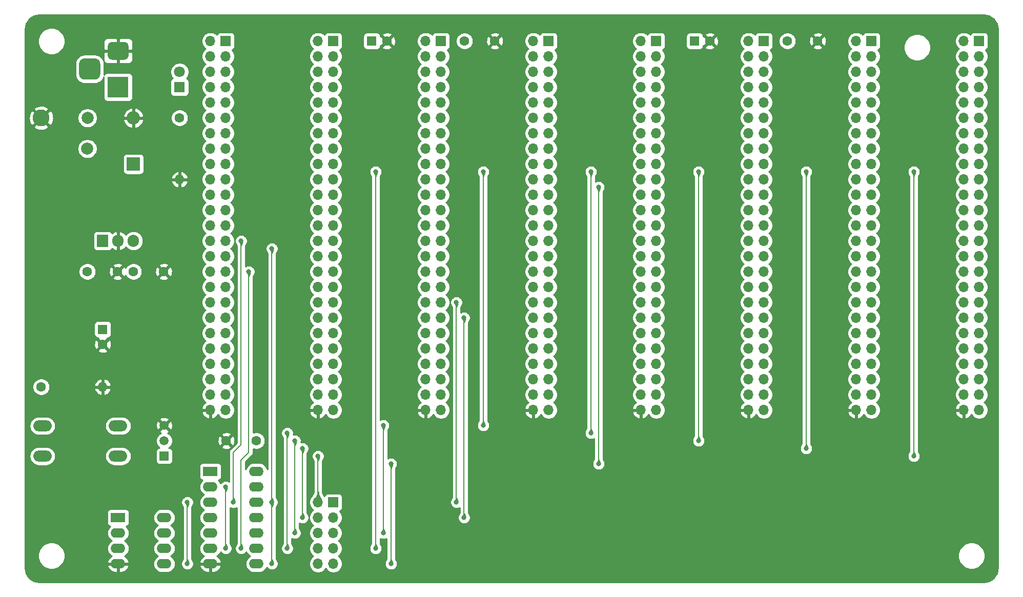
<source format=gbr>
%TF.GenerationSoftware,KiCad,Pcbnew,5.1.9*%
%TF.CreationDate,2021-02-01T09:54:16+01:00*%
%TF.ProjectId,backplane_v2.0,6261636b-706c-4616-9e65-5f76322e302e,v2.0*%
%TF.SameCoordinates,Original*%
%TF.FileFunction,Copper,L4,Bot*%
%TF.FilePolarity,Positive*%
%FSLAX46Y46*%
G04 Gerber Fmt 4.6, Leading zero omitted, Abs format (unit mm)*
G04 Created by KiCad (PCBNEW 5.1.9) date 2021-02-01 09:54:16*
%MOMM*%
%LPD*%
G01*
G04 APERTURE LIST*
%TA.AperFunction,ComponentPad*%
%ADD10C,1.600000*%
%TD*%
%TA.AperFunction,ComponentPad*%
%ADD11R,1.600000X1.600000*%
%TD*%
%TA.AperFunction,ComponentPad*%
%ADD12R,1.500000X1.500000*%
%TD*%
%TA.AperFunction,ComponentPad*%
%ADD13C,1.500000*%
%TD*%
%TA.AperFunction,ComponentPad*%
%ADD14O,2.400000X1.600000*%
%TD*%
%TA.AperFunction,ComponentPad*%
%ADD15R,2.400000X1.600000*%
%TD*%
%TA.AperFunction,ComponentPad*%
%ADD16O,1.700000X1.700000*%
%TD*%
%TA.AperFunction,ComponentPad*%
%ADD17R,1.700000X1.700000*%
%TD*%
%TA.AperFunction,ComponentPad*%
%ADD18O,1.905000X2.000000*%
%TD*%
%TA.AperFunction,ComponentPad*%
%ADD19R,1.905000X2.000000*%
%TD*%
%TA.AperFunction,ComponentPad*%
%ADD20C,2.800000*%
%TD*%
%TA.AperFunction,ComponentPad*%
%ADD21O,3.048000X1.850000*%
%TD*%
%TA.AperFunction,ComponentPad*%
%ADD22O,1.600000X1.600000*%
%TD*%
%TA.AperFunction,ComponentPad*%
%ADD23R,3.500000X3.500000*%
%TD*%
%TA.AperFunction,ComponentPad*%
%ADD24C,2.000000*%
%TD*%
%TA.AperFunction,ComponentPad*%
%ADD25O,2.200000X2.200000*%
%TD*%
%TA.AperFunction,ComponentPad*%
%ADD26R,2.200000X2.200000*%
%TD*%
%TA.AperFunction,ComponentPad*%
%ADD27C,1.800000*%
%TD*%
%TA.AperFunction,ComponentPad*%
%ADD28R,1.800000X1.800000*%
%TD*%
%TA.AperFunction,ViaPad*%
%ADD29C,0.812800*%
%TD*%
%TA.AperFunction,Conductor*%
%ADD30C,0.203200*%
%TD*%
%TA.AperFunction,Conductor*%
%ADD31C,0.254000*%
%TD*%
%TA.AperFunction,Conductor*%
%ADD32C,0.100000*%
%TD*%
%TA.AperFunction,Conductor*%
%ADD33C,0.025400*%
%TD*%
G04 APERTURE END LIST*
D10*
%TO.P,C7,2*%
%TO.N,GND*%
X182840000Y-36195000D03*
D11*
%TO.P,C7,1*%
%TO.N,VCC*%
X180340000Y-36195000D03*
%TD*%
D10*
%TO.P,C5,2*%
%TO.N,GND*%
X129500000Y-36195000D03*
D11*
%TO.P,C5,1*%
%TO.N,VCC*%
X127000000Y-36195000D03*
%TD*%
D10*
%TO.P,C4,2*%
%TO.N,GND*%
X82550000Y-86320000D03*
D11*
%TO.P,C4,1*%
%TO.N,VCC*%
X82550000Y-83820000D03*
%TD*%
D12*
%TO.P,U2,1*%
%TO.N,/~RESET*%
X92710000Y-104775000D03*
D13*
%TO.P,U2,3*%
%TO.N,GND*%
X92710000Y-99695000D03*
%TO.P,U2,2*%
%TO.N,VCC*%
X92710000Y-102235000D03*
%TD*%
D14*
%TO.P,X1,8*%
%TO.N,VCC*%
X92710000Y-114935000D03*
%TO.P,X1,4*%
%TO.N,GND*%
X85090000Y-122555000D03*
%TO.P,X1,7*%
%TO.N,N/C*%
X92710000Y-117475000D03*
%TO.P,X1,3*%
X85090000Y-120015000D03*
%TO.P,X1,6*%
X92710000Y-120015000D03*
%TO.P,X1,2*%
X85090000Y-117475000D03*
%TO.P,X1,5*%
%TO.N,/sysClk*%
X92710000Y-122555000D03*
D15*
%TO.P,X1,1*%
%TO.N,N/C*%
X85090000Y-114935000D03*
%TD*%
D10*
%TO.P,C8,2*%
%TO.N,VCC*%
X195660000Y-36195000D03*
%TO.P,C8,1*%
%TO.N,GND*%
X200660000Y-36195000D03*
%TD*%
%TO.P,C6,2*%
%TO.N,VCC*%
X142320000Y-36195000D03*
%TO.P,C6,1*%
%TO.N,GND*%
X147320000Y-36195000D03*
%TD*%
D16*
%TO.P,J3a1,10*%
%TO.N,N/C*%
X118110000Y-122555000D03*
%TO.P,J3a1,9*%
%TO.N,/~DEVSEL*%
X120650000Y-122555000D03*
%TO.P,J3a1,8*%
%TO.N,/~IOSEL0*%
X118110000Y-120015000D03*
%TO.P,J3a1,7*%
%TO.N,/~RAMSEL*%
X120650000Y-120015000D03*
%TO.P,J3a1,6*%
%TO.N,/~IOSEL1*%
X118110000Y-117475000D03*
%TO.P,J3a1,5*%
%TO.N,/~ROMSEL*%
X120650000Y-117475000D03*
%TO.P,J3a1,4*%
%TO.N,/~IOSEL2*%
X118110000Y-114935000D03*
%TO.P,J3a1,3*%
%TO.N,/~WE*%
X120650000Y-114935000D03*
%TO.P,J3a1,2*%
%TO.N,/~IOSEL3*%
X118110000Y-112395000D03*
D17*
%TO.P,J3a1,1*%
%TO.N,/~OE*%
X120650000Y-112395000D03*
%TD*%
D16*
%TO.P,J9,50*%
%TO.N,GND*%
X224790000Y-97155000D03*
%TO.P,J9,49*%
%TO.N,/~RESET*%
X227330000Y-97155000D03*
%TO.P,J9,48*%
%TO.N,/A0*%
X224790000Y-94615000D03*
%TO.P,J9,47*%
%TO.N,N/C*%
X227330000Y-94615000D03*
%TO.P,J9,46*%
%TO.N,/A1*%
X224790000Y-92075000D03*
%TO.P,J9,45*%
%TO.N,/~IRQ*%
X227330000Y-92075000D03*
%TO.P,J9,44*%
%TO.N,/A2*%
X224790000Y-89535000D03*
%TO.P,J9,43*%
%TO.N,/~NMI*%
X227330000Y-89535000D03*
%TO.P,J9,42*%
%TO.N,/A3*%
X224790000Y-86995000D03*
%TO.P,J9,41*%
%TO.N,N/C*%
X227330000Y-86995000D03*
%TO.P,J9,40*%
%TO.N,/A4*%
X224790000Y-84455000D03*
%TO.P,J9,39*%
%TO.N,N/C*%
X227330000Y-84455000D03*
%TO.P,J9,38*%
%TO.N,/A5*%
X224790000Y-81915000D03*
%TO.P,J9,37*%
%TO.N,/~WE*%
X227330000Y-81915000D03*
%TO.P,J9,36*%
%TO.N,/A6*%
X224790000Y-79375000D03*
%TO.P,J9,35*%
%TO.N,/~OE*%
X227330000Y-79375000D03*
%TO.P,J9,34*%
%TO.N,/A7*%
X224790000Y-76835000D03*
%TO.P,J9,33*%
%TO.N,/R~W*%
X227330000Y-76835000D03*
%TO.P,J9,32*%
%TO.N,/A8*%
X224790000Y-74295000D03*
%TO.P,J9,31*%
%TO.N,/PHI2*%
X227330000Y-74295000D03*
%TO.P,J9,30*%
%TO.N,/A9*%
X224790000Y-71755000D03*
%TO.P,J9,29*%
%TO.N,/~PHI2*%
X227330000Y-71755000D03*
%TO.P,J9,28*%
%TO.N,/A10*%
X224790000Y-69215000D03*
%TO.P,J9,27*%
%TO.N,/sysClk*%
X227330000Y-69215000D03*
%TO.P,J9,26*%
%TO.N,/A11*%
X224790000Y-66675000D03*
%TO.P,J9,25*%
%TO.N,N/C*%
X227330000Y-66675000D03*
%TO.P,J9,24*%
%TO.N,/A12*%
X224790000Y-64135000D03*
%TO.P,J9,23*%
%TO.N,N/C*%
X227330000Y-64135000D03*
%TO.P,J9,22*%
%TO.N,/A13*%
X224790000Y-61595000D03*
%TO.P,J9,21*%
%TO.N,/~DEVSEL*%
X227330000Y-61595000D03*
%TO.P,J9,20*%
%TO.N,/A14*%
X224790000Y-59055000D03*
%TO.P,J9,19*%
%TO.N,/~IOSEL3*%
X227330000Y-59055000D03*
%TO.P,J9,18*%
%TO.N,/A15*%
X224790000Y-56515000D03*
%TO.P,J9,17*%
%TO.N,/D0*%
X227330000Y-56515000D03*
%TO.P,J9,16*%
%TO.N,/A16*%
X224790000Y-53975000D03*
%TO.P,J9,15*%
%TO.N,/D1*%
X227330000Y-53975000D03*
%TO.P,J9,14*%
%TO.N,/A17*%
X224790000Y-51435000D03*
%TO.P,J9,13*%
%TO.N,/D2*%
X227330000Y-51435000D03*
%TO.P,J9,12*%
%TO.N,/A18*%
X224790000Y-48895000D03*
%TO.P,J9,11*%
%TO.N,/D3*%
X227330000Y-48895000D03*
%TO.P,J9,10*%
%TO.N,/A19*%
X224790000Y-46355000D03*
%TO.P,J9,9*%
%TO.N,/D4*%
X227330000Y-46355000D03*
%TO.P,J9,8*%
%TO.N,/A20*%
X224790000Y-43815000D03*
%TO.P,J9,7*%
%TO.N,/D5*%
X227330000Y-43815000D03*
%TO.P,J9,6*%
%TO.N,/A21*%
X224790000Y-41275000D03*
%TO.P,J9,5*%
%TO.N,/D6*%
X227330000Y-41275000D03*
%TO.P,J9,4*%
%TO.N,/A22*%
X224790000Y-38735000D03*
%TO.P,J9,3*%
%TO.N,/D7*%
X227330000Y-38735000D03*
%TO.P,J9,2*%
%TO.N,/A23*%
X224790000Y-36195000D03*
D17*
%TO.P,J9,1*%
%TO.N,VCC*%
X227330000Y-36195000D03*
%TD*%
D16*
%TO.P,J8,50*%
%TO.N,GND*%
X207010000Y-97155000D03*
%TO.P,J8,49*%
%TO.N,/~RESET*%
X209550000Y-97155000D03*
%TO.P,J8,48*%
%TO.N,/A0*%
X207010000Y-94615000D03*
%TO.P,J8,47*%
%TO.N,N/C*%
X209550000Y-94615000D03*
%TO.P,J8,46*%
%TO.N,/A1*%
X207010000Y-92075000D03*
%TO.P,J8,45*%
%TO.N,/~IRQ*%
X209550000Y-92075000D03*
%TO.P,J8,44*%
%TO.N,/A2*%
X207010000Y-89535000D03*
%TO.P,J8,43*%
%TO.N,/~NMI*%
X209550000Y-89535000D03*
%TO.P,J8,42*%
%TO.N,/A3*%
X207010000Y-86995000D03*
%TO.P,J8,41*%
%TO.N,N/C*%
X209550000Y-86995000D03*
%TO.P,J8,40*%
%TO.N,/A4*%
X207010000Y-84455000D03*
%TO.P,J8,39*%
%TO.N,N/C*%
X209550000Y-84455000D03*
%TO.P,J8,38*%
%TO.N,/A5*%
X207010000Y-81915000D03*
%TO.P,J8,37*%
%TO.N,/~WE*%
X209550000Y-81915000D03*
%TO.P,J8,36*%
%TO.N,/A6*%
X207010000Y-79375000D03*
%TO.P,J8,35*%
%TO.N,/~OE*%
X209550000Y-79375000D03*
%TO.P,J8,34*%
%TO.N,/A7*%
X207010000Y-76835000D03*
%TO.P,J8,33*%
%TO.N,/R~W*%
X209550000Y-76835000D03*
%TO.P,J8,32*%
%TO.N,/A8*%
X207010000Y-74295000D03*
%TO.P,J8,31*%
%TO.N,/PHI2*%
X209550000Y-74295000D03*
%TO.P,J8,30*%
%TO.N,/A9*%
X207010000Y-71755000D03*
%TO.P,J8,29*%
%TO.N,/~PHI2*%
X209550000Y-71755000D03*
%TO.P,J8,28*%
%TO.N,/A10*%
X207010000Y-69215000D03*
%TO.P,J8,27*%
%TO.N,/sysClk*%
X209550000Y-69215000D03*
%TO.P,J8,26*%
%TO.N,/A11*%
X207010000Y-66675000D03*
%TO.P,J8,25*%
%TO.N,N/C*%
X209550000Y-66675000D03*
%TO.P,J8,24*%
%TO.N,/A12*%
X207010000Y-64135000D03*
%TO.P,J8,23*%
%TO.N,N/C*%
X209550000Y-64135000D03*
%TO.P,J8,22*%
%TO.N,/A13*%
X207010000Y-61595000D03*
%TO.P,J8,21*%
%TO.N,/~DEVSEL*%
X209550000Y-61595000D03*
%TO.P,J8,20*%
%TO.N,/A14*%
X207010000Y-59055000D03*
%TO.P,J8,19*%
%TO.N,/~IOSEL2*%
X209550000Y-59055000D03*
%TO.P,J8,18*%
%TO.N,/A15*%
X207010000Y-56515000D03*
%TO.P,J8,17*%
%TO.N,/D0*%
X209550000Y-56515000D03*
%TO.P,J8,16*%
%TO.N,/A16*%
X207010000Y-53975000D03*
%TO.P,J8,15*%
%TO.N,/D1*%
X209550000Y-53975000D03*
%TO.P,J8,14*%
%TO.N,/A17*%
X207010000Y-51435000D03*
%TO.P,J8,13*%
%TO.N,/D2*%
X209550000Y-51435000D03*
%TO.P,J8,12*%
%TO.N,/A18*%
X207010000Y-48895000D03*
%TO.P,J8,11*%
%TO.N,/D3*%
X209550000Y-48895000D03*
%TO.P,J8,10*%
%TO.N,/A19*%
X207010000Y-46355000D03*
%TO.P,J8,9*%
%TO.N,/D4*%
X209550000Y-46355000D03*
%TO.P,J8,8*%
%TO.N,/A20*%
X207010000Y-43815000D03*
%TO.P,J8,7*%
%TO.N,/D5*%
X209550000Y-43815000D03*
%TO.P,J8,6*%
%TO.N,/A21*%
X207010000Y-41275000D03*
%TO.P,J8,5*%
%TO.N,/D6*%
X209550000Y-41275000D03*
%TO.P,J8,4*%
%TO.N,/A22*%
X207010000Y-38735000D03*
%TO.P,J8,3*%
%TO.N,/D7*%
X209550000Y-38735000D03*
%TO.P,J8,2*%
%TO.N,/A23*%
X207010000Y-36195000D03*
D17*
%TO.P,J8,1*%
%TO.N,VCC*%
X209550000Y-36195000D03*
%TD*%
D16*
%TO.P,J5,50*%
%TO.N,GND*%
X153670000Y-97155000D03*
%TO.P,J5,49*%
%TO.N,/~RESET*%
X156210000Y-97155000D03*
%TO.P,J5,48*%
%TO.N,/A0*%
X153670000Y-94615000D03*
%TO.P,J5,47*%
%TO.N,N/C*%
X156210000Y-94615000D03*
%TO.P,J5,46*%
%TO.N,/A1*%
X153670000Y-92075000D03*
%TO.P,J5,45*%
%TO.N,/~IRQ*%
X156210000Y-92075000D03*
%TO.P,J5,44*%
%TO.N,/A2*%
X153670000Y-89535000D03*
%TO.P,J5,43*%
%TO.N,/~NMI*%
X156210000Y-89535000D03*
%TO.P,J5,42*%
%TO.N,/A3*%
X153670000Y-86995000D03*
%TO.P,J5,41*%
%TO.N,N/C*%
X156210000Y-86995000D03*
%TO.P,J5,40*%
%TO.N,/A4*%
X153670000Y-84455000D03*
%TO.P,J5,39*%
%TO.N,N/C*%
X156210000Y-84455000D03*
%TO.P,J5,38*%
%TO.N,/A5*%
X153670000Y-81915000D03*
%TO.P,J5,37*%
%TO.N,/~WE*%
X156210000Y-81915000D03*
%TO.P,J5,36*%
%TO.N,/A6*%
X153670000Y-79375000D03*
%TO.P,J5,35*%
%TO.N,/~OE*%
X156210000Y-79375000D03*
%TO.P,J5,34*%
%TO.N,/A7*%
X153670000Y-76835000D03*
%TO.P,J5,33*%
%TO.N,/R~W*%
X156210000Y-76835000D03*
%TO.P,J5,32*%
%TO.N,/A8*%
X153670000Y-74295000D03*
%TO.P,J5,31*%
%TO.N,/PHI2*%
X156210000Y-74295000D03*
%TO.P,J5,30*%
%TO.N,/A9*%
X153670000Y-71755000D03*
%TO.P,J5,29*%
%TO.N,/~PHI2*%
X156210000Y-71755000D03*
%TO.P,J5,28*%
%TO.N,/A10*%
X153670000Y-69215000D03*
%TO.P,J5,27*%
%TO.N,/sysClk*%
X156210000Y-69215000D03*
%TO.P,J5,26*%
%TO.N,/A11*%
X153670000Y-66675000D03*
%TO.P,J5,25*%
%TO.N,N/C*%
X156210000Y-66675000D03*
%TO.P,J5,24*%
%TO.N,/A12*%
X153670000Y-64135000D03*
%TO.P,J5,23*%
%TO.N,N/C*%
X156210000Y-64135000D03*
%TO.P,J5,22*%
%TO.N,/A13*%
X153670000Y-61595000D03*
%TO.P,J5,21*%
%TO.N,N/C*%
X156210000Y-61595000D03*
%TO.P,J5,20*%
%TO.N,/A14*%
X153670000Y-59055000D03*
%TO.P,J5,19*%
%TO.N,/~ROMSEL*%
X156210000Y-59055000D03*
%TO.P,J5,18*%
%TO.N,/A15*%
X153670000Y-56515000D03*
%TO.P,J5,17*%
%TO.N,/D0*%
X156210000Y-56515000D03*
%TO.P,J5,16*%
%TO.N,/A16*%
X153670000Y-53975000D03*
%TO.P,J5,15*%
%TO.N,/D1*%
X156210000Y-53975000D03*
%TO.P,J5,14*%
%TO.N,/A17*%
X153670000Y-51435000D03*
%TO.P,J5,13*%
%TO.N,/D2*%
X156210000Y-51435000D03*
%TO.P,J5,12*%
%TO.N,/A18*%
X153670000Y-48895000D03*
%TO.P,J5,11*%
%TO.N,/D3*%
X156210000Y-48895000D03*
%TO.P,J5,10*%
%TO.N,/A19*%
X153670000Y-46355000D03*
%TO.P,J5,9*%
%TO.N,/D4*%
X156210000Y-46355000D03*
%TO.P,J5,8*%
%TO.N,/A20*%
X153670000Y-43815000D03*
%TO.P,J5,7*%
%TO.N,/D5*%
X156210000Y-43815000D03*
%TO.P,J5,6*%
%TO.N,/A21*%
X153670000Y-41275000D03*
%TO.P,J5,5*%
%TO.N,/D6*%
X156210000Y-41275000D03*
%TO.P,J5,4*%
%TO.N,/A22*%
X153670000Y-38735000D03*
%TO.P,J5,3*%
%TO.N,/D7*%
X156210000Y-38735000D03*
%TO.P,J5,2*%
%TO.N,/A23*%
X153670000Y-36195000D03*
D17*
%TO.P,J5,1*%
%TO.N,VCC*%
X156210000Y-36195000D03*
%TD*%
D16*
%TO.P,J3,50*%
%TO.N,GND*%
X118110000Y-97155000D03*
%TO.P,J3,49*%
%TO.N,/~RESET*%
X120650000Y-97155000D03*
%TO.P,J3,48*%
%TO.N,/A0*%
X118110000Y-94615000D03*
%TO.P,J3,47*%
%TO.N,/~ABORT*%
X120650000Y-94615000D03*
%TO.P,J3,46*%
%TO.N,/A1*%
X118110000Y-92075000D03*
%TO.P,J3,45*%
%TO.N,/~IRQ*%
X120650000Y-92075000D03*
%TO.P,J3,44*%
%TO.N,/A2*%
X118110000Y-89535000D03*
%TO.P,J3,43*%
%TO.N,/~NMI*%
X120650000Y-89535000D03*
%TO.P,J3,42*%
%TO.N,/A3*%
X118110000Y-86995000D03*
%TO.P,J3,41*%
%TO.N,N/C*%
X120650000Y-86995000D03*
%TO.P,J3,40*%
%TO.N,/A4*%
X118110000Y-84455000D03*
%TO.P,J3,39*%
%TO.N,N/C*%
X120650000Y-84455000D03*
%TO.P,J3,38*%
%TO.N,/A5*%
X118110000Y-81915000D03*
%TO.P,J3,37*%
%TO.N,/VDA*%
X120650000Y-81915000D03*
%TO.P,J3,36*%
%TO.N,/A6*%
X118110000Y-79375000D03*
%TO.P,J3,35*%
%TO.N,/VPA*%
X120650000Y-79375000D03*
%TO.P,J3,34*%
%TO.N,/A7*%
X118110000Y-76835000D03*
%TO.P,J3,33*%
%TO.N,/R~W*%
X120650000Y-76835000D03*
%TO.P,J3,32*%
%TO.N,/A8*%
X118110000Y-74295000D03*
%TO.P,J3,31*%
%TO.N,/PHI2*%
X120650000Y-74295000D03*
%TO.P,J3,30*%
%TO.N,/A9*%
X118110000Y-71755000D03*
%TO.P,J3,29*%
%TO.N,/~PHI2*%
X120650000Y-71755000D03*
%TO.P,J3,28*%
%TO.N,/A10*%
X118110000Y-69215000D03*
%TO.P,J3,27*%
%TO.N,/sysClk*%
X120650000Y-69215000D03*
%TO.P,J3,26*%
%TO.N,/A11*%
X118110000Y-66675000D03*
%TO.P,J3,25*%
%TO.N,N/C*%
X120650000Y-66675000D03*
%TO.P,J3,24*%
%TO.N,/A12*%
X118110000Y-64135000D03*
%TO.P,J3,23*%
%TO.N,N/C*%
X120650000Y-64135000D03*
%TO.P,J3,22*%
%TO.N,/A13*%
X118110000Y-61595000D03*
%TO.P,J3,21*%
%TO.N,N/C*%
X120650000Y-61595000D03*
%TO.P,J3,20*%
%TO.N,/A14*%
X118110000Y-59055000D03*
%TO.P,J3,19*%
%TO.N,N/C*%
X120650000Y-59055000D03*
%TO.P,J3,18*%
%TO.N,/A15*%
X118110000Y-56515000D03*
%TO.P,J3,17*%
%TO.N,/D0*%
X120650000Y-56515000D03*
%TO.P,J3,16*%
%TO.N,/A16*%
X118110000Y-53975000D03*
%TO.P,J3,15*%
%TO.N,/D1*%
X120650000Y-53975000D03*
%TO.P,J3,14*%
%TO.N,/A17*%
X118110000Y-51435000D03*
%TO.P,J3,13*%
%TO.N,/D2*%
X120650000Y-51435000D03*
%TO.P,J3,12*%
%TO.N,/A18*%
X118110000Y-48895000D03*
%TO.P,J3,11*%
%TO.N,/D3*%
X120650000Y-48895000D03*
%TO.P,J3,10*%
%TO.N,/A19*%
X118110000Y-46355000D03*
%TO.P,J3,9*%
%TO.N,/D4*%
X120650000Y-46355000D03*
%TO.P,J3,8*%
%TO.N,/A20*%
X118110000Y-43815000D03*
%TO.P,J3,7*%
%TO.N,/D5*%
X120650000Y-43815000D03*
%TO.P,J3,6*%
%TO.N,/A21*%
X118110000Y-41275000D03*
%TO.P,J3,5*%
%TO.N,/D6*%
X120650000Y-41275000D03*
%TO.P,J3,4*%
%TO.N,/A22*%
X118110000Y-38735000D03*
%TO.P,J3,3*%
%TO.N,/D7*%
X120650000Y-38735000D03*
%TO.P,J3,2*%
%TO.N,/A23*%
X118110000Y-36195000D03*
D17*
%TO.P,J3,1*%
%TO.N,VCC*%
X120650000Y-36195000D03*
%TD*%
D16*
%TO.P,J7,50*%
%TO.N,GND*%
X189230000Y-97155000D03*
%TO.P,J7,49*%
%TO.N,/~RESET*%
X191770000Y-97155000D03*
%TO.P,J7,48*%
%TO.N,/A0*%
X189230000Y-94615000D03*
%TO.P,J7,47*%
%TO.N,N/C*%
X191770000Y-94615000D03*
%TO.P,J7,46*%
%TO.N,/A1*%
X189230000Y-92075000D03*
%TO.P,J7,45*%
%TO.N,/~IRQ*%
X191770000Y-92075000D03*
%TO.P,J7,44*%
%TO.N,/A2*%
X189230000Y-89535000D03*
%TO.P,J7,43*%
%TO.N,/~NMI*%
X191770000Y-89535000D03*
%TO.P,J7,42*%
%TO.N,/A3*%
X189230000Y-86995000D03*
%TO.P,J7,41*%
%TO.N,N/C*%
X191770000Y-86995000D03*
%TO.P,J7,40*%
%TO.N,/A4*%
X189230000Y-84455000D03*
%TO.P,J7,39*%
%TO.N,N/C*%
X191770000Y-84455000D03*
%TO.P,J7,38*%
%TO.N,/A5*%
X189230000Y-81915000D03*
%TO.P,J7,37*%
%TO.N,/~WE*%
X191770000Y-81915000D03*
%TO.P,J7,36*%
%TO.N,/A6*%
X189230000Y-79375000D03*
%TO.P,J7,35*%
%TO.N,/~OE*%
X191770000Y-79375000D03*
%TO.P,J7,34*%
%TO.N,/A7*%
X189230000Y-76835000D03*
%TO.P,J7,33*%
%TO.N,/R~W*%
X191770000Y-76835000D03*
%TO.P,J7,32*%
%TO.N,/A8*%
X189230000Y-74295000D03*
%TO.P,J7,31*%
%TO.N,/PHI2*%
X191770000Y-74295000D03*
%TO.P,J7,30*%
%TO.N,/A9*%
X189230000Y-71755000D03*
%TO.P,J7,29*%
%TO.N,/~PHI2*%
X191770000Y-71755000D03*
%TO.P,J7,28*%
%TO.N,/A10*%
X189230000Y-69215000D03*
%TO.P,J7,27*%
%TO.N,/sysClk*%
X191770000Y-69215000D03*
%TO.P,J7,26*%
%TO.N,/A11*%
X189230000Y-66675000D03*
%TO.P,J7,25*%
%TO.N,N/C*%
X191770000Y-66675000D03*
%TO.P,J7,24*%
%TO.N,/A12*%
X189230000Y-64135000D03*
%TO.P,J7,23*%
%TO.N,N/C*%
X191770000Y-64135000D03*
%TO.P,J7,22*%
%TO.N,/A13*%
X189230000Y-61595000D03*
%TO.P,J7,21*%
%TO.N,/~DEVSEL*%
X191770000Y-61595000D03*
%TO.P,J7,20*%
%TO.N,/A14*%
X189230000Y-59055000D03*
%TO.P,J7,19*%
%TO.N,/~IOSEL1*%
X191770000Y-59055000D03*
%TO.P,J7,18*%
%TO.N,/A15*%
X189230000Y-56515000D03*
%TO.P,J7,17*%
%TO.N,/D0*%
X191770000Y-56515000D03*
%TO.P,J7,16*%
%TO.N,/A16*%
X189230000Y-53975000D03*
%TO.P,J7,15*%
%TO.N,/D1*%
X191770000Y-53975000D03*
%TO.P,J7,14*%
%TO.N,/A17*%
X189230000Y-51435000D03*
%TO.P,J7,13*%
%TO.N,/D2*%
X191770000Y-51435000D03*
%TO.P,J7,12*%
%TO.N,/A18*%
X189230000Y-48895000D03*
%TO.P,J7,11*%
%TO.N,/D3*%
X191770000Y-48895000D03*
%TO.P,J7,10*%
%TO.N,/A19*%
X189230000Y-46355000D03*
%TO.P,J7,9*%
%TO.N,/D4*%
X191770000Y-46355000D03*
%TO.P,J7,8*%
%TO.N,/A20*%
X189230000Y-43815000D03*
%TO.P,J7,7*%
%TO.N,/D5*%
X191770000Y-43815000D03*
%TO.P,J7,6*%
%TO.N,/A21*%
X189230000Y-41275000D03*
%TO.P,J7,5*%
%TO.N,/D6*%
X191770000Y-41275000D03*
%TO.P,J7,4*%
%TO.N,/A22*%
X189230000Y-38735000D03*
%TO.P,J7,3*%
%TO.N,/D7*%
X191770000Y-38735000D03*
%TO.P,J7,2*%
%TO.N,/A23*%
X189230000Y-36195000D03*
D17*
%TO.P,J7,1*%
%TO.N,VCC*%
X191770000Y-36195000D03*
%TD*%
D16*
%TO.P,J6,50*%
%TO.N,GND*%
X171450000Y-97155000D03*
%TO.P,J6,49*%
%TO.N,/~RESET*%
X173990000Y-97155000D03*
%TO.P,J6,48*%
%TO.N,/A0*%
X171450000Y-94615000D03*
%TO.P,J6,47*%
%TO.N,N/C*%
X173990000Y-94615000D03*
%TO.P,J6,46*%
%TO.N,/A1*%
X171450000Y-92075000D03*
%TO.P,J6,45*%
%TO.N,/~IRQ*%
X173990000Y-92075000D03*
%TO.P,J6,44*%
%TO.N,/A2*%
X171450000Y-89535000D03*
%TO.P,J6,43*%
%TO.N,/~NMI*%
X173990000Y-89535000D03*
%TO.P,J6,42*%
%TO.N,/A3*%
X171450000Y-86995000D03*
%TO.P,J6,41*%
%TO.N,N/C*%
X173990000Y-86995000D03*
%TO.P,J6,40*%
%TO.N,/A4*%
X171450000Y-84455000D03*
%TO.P,J6,39*%
%TO.N,N/C*%
X173990000Y-84455000D03*
%TO.P,J6,38*%
%TO.N,/A5*%
X171450000Y-81915000D03*
%TO.P,J6,37*%
%TO.N,/~WE*%
X173990000Y-81915000D03*
%TO.P,J6,36*%
%TO.N,/A6*%
X171450000Y-79375000D03*
%TO.P,J6,35*%
%TO.N,/~OE*%
X173990000Y-79375000D03*
%TO.P,J6,34*%
%TO.N,/A7*%
X171450000Y-76835000D03*
%TO.P,J6,33*%
%TO.N,/R~W*%
X173990000Y-76835000D03*
%TO.P,J6,32*%
%TO.N,/A8*%
X171450000Y-74295000D03*
%TO.P,J6,31*%
%TO.N,/PHI2*%
X173990000Y-74295000D03*
%TO.P,J6,30*%
%TO.N,/A9*%
X171450000Y-71755000D03*
%TO.P,J6,29*%
%TO.N,/~PHI2*%
X173990000Y-71755000D03*
%TO.P,J6,28*%
%TO.N,/A10*%
X171450000Y-69215000D03*
%TO.P,J6,27*%
%TO.N,/sysClk*%
X173990000Y-69215000D03*
%TO.P,J6,26*%
%TO.N,/A11*%
X171450000Y-66675000D03*
%TO.P,J6,25*%
%TO.N,N/C*%
X173990000Y-66675000D03*
%TO.P,J6,24*%
%TO.N,/A12*%
X171450000Y-64135000D03*
%TO.P,J6,23*%
%TO.N,N/C*%
X173990000Y-64135000D03*
%TO.P,J6,22*%
%TO.N,/A13*%
X171450000Y-61595000D03*
%TO.P,J6,21*%
%TO.N,/~DEVSEL*%
X173990000Y-61595000D03*
%TO.P,J6,20*%
%TO.N,/A14*%
X171450000Y-59055000D03*
%TO.P,J6,19*%
%TO.N,/~IOSEL0*%
X173990000Y-59055000D03*
%TO.P,J6,18*%
%TO.N,/A15*%
X171450000Y-56515000D03*
%TO.P,J6,17*%
%TO.N,/D0*%
X173990000Y-56515000D03*
%TO.P,J6,16*%
%TO.N,/A16*%
X171450000Y-53975000D03*
%TO.P,J6,15*%
%TO.N,/D1*%
X173990000Y-53975000D03*
%TO.P,J6,14*%
%TO.N,/A17*%
X171450000Y-51435000D03*
%TO.P,J6,13*%
%TO.N,/D2*%
X173990000Y-51435000D03*
%TO.P,J6,12*%
%TO.N,/A18*%
X171450000Y-48895000D03*
%TO.P,J6,11*%
%TO.N,/D3*%
X173990000Y-48895000D03*
%TO.P,J6,10*%
%TO.N,/A19*%
X171450000Y-46355000D03*
%TO.P,J6,9*%
%TO.N,/D4*%
X173990000Y-46355000D03*
%TO.P,J6,8*%
%TO.N,/A20*%
X171450000Y-43815000D03*
%TO.P,J6,7*%
%TO.N,/D5*%
X173990000Y-43815000D03*
%TO.P,J6,6*%
%TO.N,/A21*%
X171450000Y-41275000D03*
%TO.P,J6,5*%
%TO.N,/D6*%
X173990000Y-41275000D03*
%TO.P,J6,4*%
%TO.N,/A22*%
X171450000Y-38735000D03*
%TO.P,J6,3*%
%TO.N,/D7*%
X173990000Y-38735000D03*
%TO.P,J6,2*%
%TO.N,/A23*%
X171450000Y-36195000D03*
D17*
%TO.P,J6,1*%
%TO.N,VCC*%
X173990000Y-36195000D03*
%TD*%
D16*
%TO.P,J4,50*%
%TO.N,GND*%
X135890000Y-97155000D03*
%TO.P,J4,49*%
%TO.N,/~RESET*%
X138430000Y-97155000D03*
%TO.P,J4,48*%
%TO.N,/A0*%
X135890000Y-94615000D03*
%TO.P,J4,47*%
%TO.N,N/C*%
X138430000Y-94615000D03*
%TO.P,J4,46*%
%TO.N,/A1*%
X135890000Y-92075000D03*
%TO.P,J4,45*%
%TO.N,/~IRQ*%
X138430000Y-92075000D03*
%TO.P,J4,44*%
%TO.N,/A2*%
X135890000Y-89535000D03*
%TO.P,J4,43*%
%TO.N,/~NMI*%
X138430000Y-89535000D03*
%TO.P,J4,42*%
%TO.N,/A3*%
X135890000Y-86995000D03*
%TO.P,J4,41*%
%TO.N,N/C*%
X138430000Y-86995000D03*
%TO.P,J4,40*%
%TO.N,/A4*%
X135890000Y-84455000D03*
%TO.P,J4,39*%
%TO.N,N/C*%
X138430000Y-84455000D03*
%TO.P,J4,38*%
%TO.N,/A5*%
X135890000Y-81915000D03*
%TO.P,J4,37*%
%TO.N,/~WE*%
X138430000Y-81915000D03*
%TO.P,J4,36*%
%TO.N,/A6*%
X135890000Y-79375000D03*
%TO.P,J4,35*%
%TO.N,/~OE*%
X138430000Y-79375000D03*
%TO.P,J4,34*%
%TO.N,/A7*%
X135890000Y-76835000D03*
%TO.P,J4,33*%
%TO.N,/R~W*%
X138430000Y-76835000D03*
%TO.P,J4,32*%
%TO.N,/A8*%
X135890000Y-74295000D03*
%TO.P,J4,31*%
%TO.N,/PHI2*%
X138430000Y-74295000D03*
%TO.P,J4,30*%
%TO.N,/A9*%
X135890000Y-71755000D03*
%TO.P,J4,29*%
%TO.N,/~PHI2*%
X138430000Y-71755000D03*
%TO.P,J4,28*%
%TO.N,/A10*%
X135890000Y-69215000D03*
%TO.P,J4,27*%
%TO.N,/sysClk*%
X138430000Y-69215000D03*
%TO.P,J4,26*%
%TO.N,/A11*%
X135890000Y-66675000D03*
%TO.P,J4,25*%
%TO.N,N/C*%
X138430000Y-66675000D03*
%TO.P,J4,24*%
%TO.N,/A12*%
X135890000Y-64135000D03*
%TO.P,J4,23*%
%TO.N,N/C*%
X138430000Y-64135000D03*
%TO.P,J4,22*%
%TO.N,/A13*%
X135890000Y-61595000D03*
%TO.P,J4,21*%
%TO.N,N/C*%
X138430000Y-61595000D03*
%TO.P,J4,20*%
%TO.N,/A14*%
X135890000Y-59055000D03*
%TO.P,J4,19*%
%TO.N,/~RAMSEL*%
X138430000Y-59055000D03*
%TO.P,J4,18*%
%TO.N,/A15*%
X135890000Y-56515000D03*
%TO.P,J4,17*%
%TO.N,/D0*%
X138430000Y-56515000D03*
%TO.P,J4,16*%
%TO.N,/A16*%
X135890000Y-53975000D03*
%TO.P,J4,15*%
%TO.N,/D1*%
X138430000Y-53975000D03*
%TO.P,J4,14*%
%TO.N,/A17*%
X135890000Y-51435000D03*
%TO.P,J4,13*%
%TO.N,/D2*%
X138430000Y-51435000D03*
%TO.P,J4,12*%
%TO.N,/A18*%
X135890000Y-48895000D03*
%TO.P,J4,11*%
%TO.N,/D3*%
X138430000Y-48895000D03*
%TO.P,J4,10*%
%TO.N,/A19*%
X135890000Y-46355000D03*
%TO.P,J4,9*%
%TO.N,/D4*%
X138430000Y-46355000D03*
%TO.P,J4,8*%
%TO.N,/A20*%
X135890000Y-43815000D03*
%TO.P,J4,7*%
%TO.N,/D5*%
X138430000Y-43815000D03*
%TO.P,J4,6*%
%TO.N,/A21*%
X135890000Y-41275000D03*
%TO.P,J4,5*%
%TO.N,/D6*%
X138430000Y-41275000D03*
%TO.P,J4,4*%
%TO.N,/A22*%
X135890000Y-38735000D03*
%TO.P,J4,3*%
%TO.N,/D7*%
X138430000Y-38735000D03*
%TO.P,J4,2*%
%TO.N,/A23*%
X135890000Y-36195000D03*
D17*
%TO.P,J4,1*%
%TO.N,VCC*%
X138430000Y-36195000D03*
%TD*%
D16*
%TO.P,J2,50*%
%TO.N,GND*%
X100330000Y-97155000D03*
%TO.P,J2,49*%
%TO.N,/~RESET*%
X102870000Y-97155000D03*
%TO.P,J2,48*%
%TO.N,/A0*%
X100330000Y-94615000D03*
%TO.P,J2,47*%
%TO.N,/~ABORT*%
X102870000Y-94615000D03*
%TO.P,J2,46*%
%TO.N,/A1*%
X100330000Y-92075000D03*
%TO.P,J2,45*%
%TO.N,/~IRQ*%
X102870000Y-92075000D03*
%TO.P,J2,44*%
%TO.N,/A2*%
X100330000Y-89535000D03*
%TO.P,J2,43*%
%TO.N,/~NMI*%
X102870000Y-89535000D03*
%TO.P,J2,42*%
%TO.N,/A3*%
X100330000Y-86995000D03*
%TO.P,J2,41*%
%TO.N,N/C*%
X102870000Y-86995000D03*
%TO.P,J2,40*%
%TO.N,/A4*%
X100330000Y-84455000D03*
%TO.P,J2,39*%
%TO.N,N/C*%
X102870000Y-84455000D03*
%TO.P,J2,38*%
%TO.N,/A5*%
X100330000Y-81915000D03*
%TO.P,J2,37*%
%TO.N,/VDA*%
X102870000Y-81915000D03*
%TO.P,J2,36*%
%TO.N,/A6*%
X100330000Y-79375000D03*
%TO.P,J2,35*%
%TO.N,/VPA*%
X102870000Y-79375000D03*
%TO.P,J2,34*%
%TO.N,/A7*%
X100330000Y-76835000D03*
%TO.P,J2,33*%
%TO.N,/R~W*%
X102870000Y-76835000D03*
%TO.P,J2,32*%
%TO.N,/A8*%
X100330000Y-74295000D03*
%TO.P,J2,31*%
%TO.N,/PHI2*%
X102870000Y-74295000D03*
%TO.P,J2,30*%
%TO.N,/A9*%
X100330000Y-71755000D03*
%TO.P,J2,29*%
%TO.N,/~PHI2*%
X102870000Y-71755000D03*
%TO.P,J2,28*%
%TO.N,/A10*%
X100330000Y-69215000D03*
%TO.P,J2,27*%
%TO.N,/sysClk*%
X102870000Y-69215000D03*
%TO.P,J2,26*%
%TO.N,/A11*%
X100330000Y-66675000D03*
%TO.P,J2,25*%
%TO.N,N/C*%
X102870000Y-66675000D03*
%TO.P,J2,24*%
%TO.N,/A12*%
X100330000Y-64135000D03*
%TO.P,J2,23*%
%TO.N,N/C*%
X102870000Y-64135000D03*
%TO.P,J2,22*%
%TO.N,/A13*%
X100330000Y-61595000D03*
%TO.P,J2,21*%
%TO.N,N/C*%
X102870000Y-61595000D03*
%TO.P,J2,20*%
%TO.N,/A14*%
X100330000Y-59055000D03*
%TO.P,J2,19*%
%TO.N,N/C*%
X102870000Y-59055000D03*
%TO.P,J2,18*%
%TO.N,/A15*%
X100330000Y-56515000D03*
%TO.P,J2,17*%
%TO.N,/D0*%
X102870000Y-56515000D03*
%TO.P,J2,16*%
%TO.N,/A16*%
X100330000Y-53975000D03*
%TO.P,J2,15*%
%TO.N,/D1*%
X102870000Y-53975000D03*
%TO.P,J2,14*%
%TO.N,/A17*%
X100330000Y-51435000D03*
%TO.P,J2,13*%
%TO.N,/D2*%
X102870000Y-51435000D03*
%TO.P,J2,12*%
%TO.N,/A18*%
X100330000Y-48895000D03*
%TO.P,J2,11*%
%TO.N,/D3*%
X102870000Y-48895000D03*
%TO.P,J2,10*%
%TO.N,/A19*%
X100330000Y-46355000D03*
%TO.P,J2,9*%
%TO.N,/D4*%
X102870000Y-46355000D03*
%TO.P,J2,8*%
%TO.N,/A20*%
X100330000Y-43815000D03*
%TO.P,J2,7*%
%TO.N,/D5*%
X102870000Y-43815000D03*
%TO.P,J2,6*%
%TO.N,/A21*%
X100330000Y-41275000D03*
%TO.P,J2,5*%
%TO.N,/D6*%
X102870000Y-41275000D03*
%TO.P,J2,4*%
%TO.N,/A22*%
X100330000Y-38735000D03*
%TO.P,J2,3*%
%TO.N,/D7*%
X102870000Y-38735000D03*
%TO.P,J2,2*%
%TO.N,/A23*%
X100330000Y-36195000D03*
D17*
%TO.P,J2,1*%
%TO.N,VCC*%
X102870000Y-36195000D03*
%TD*%
D14*
%TO.P,U3,14*%
%TO.N,VCC*%
X107950000Y-107315000D03*
%TO.P,U3,7*%
%TO.N,GND*%
X100330000Y-122555000D03*
%TO.P,U3,13*%
%TO.N,VCC*%
X107950000Y-109855000D03*
%TO.P,U3,6*%
%TO.N,Net-(U3-Pad2)*%
X100330000Y-120015000D03*
%TO.P,U3,12*%
%TO.N,/~PHI2*%
X107950000Y-112395000D03*
%TO.P,U3,5*%
%TO.N,Net-(U3-Pad11)*%
X100330000Y-117475000D03*
%TO.P,U3,11*%
X107950000Y-114935000D03*
%TO.P,U3,4*%
%TO.N,VCC*%
X100330000Y-114935000D03*
%TO.P,U3,10*%
X107950000Y-117475000D03*
%TO.P,U3,3*%
%TO.N,/sysClk*%
X100330000Y-112395000D03*
%TO.P,U3,9*%
%TO.N,/PHI2*%
X107950000Y-120015000D03*
%TO.P,U3,2*%
%TO.N,Net-(U3-Pad2)*%
X100330000Y-109855000D03*
%TO.P,U3,8*%
%TO.N,/~PHI2*%
X107950000Y-122555000D03*
D15*
%TO.P,U3,1*%
%TO.N,VCC*%
X100330000Y-107315000D03*
%TD*%
D18*
%TO.P,U1,3*%
%TO.N,VCC*%
X87630000Y-69215000D03*
%TO.P,U1,2*%
%TO.N,GND*%
X85090000Y-69215000D03*
D19*
%TO.P,U1,1*%
%TO.N,+VDC*%
X82550000Y-69215000D03*
%TD*%
D20*
%TO.P,TP1,1*%
%TO.N,GND*%
X72390000Y-48895000D03*
%TD*%
D21*
%TO.P,SW1,2*%
%TO.N,Net-(R2-Pad1)*%
X85090000Y-99775000D03*
%TO.P,SW1,1*%
%TO.N,/~RESET*%
X85090000Y-104775000D03*
%TO.P,SW1,2*%
%TO.N,Net-(R2-Pad1)*%
X72590000Y-99775000D03*
%TO.P,SW1,1*%
%TO.N,/~RESET*%
X72590000Y-104775000D03*
%TD*%
D22*
%TO.P,R2,2*%
%TO.N,GND*%
X82550000Y-93345000D03*
D10*
%TO.P,R2,1*%
%TO.N,Net-(R2-Pad1)*%
X72390000Y-93345000D03*
%TD*%
D22*
%TO.P,R1,2*%
%TO.N,GND*%
X95250000Y-59055000D03*
D10*
%TO.P,R1,1*%
%TO.N,Net-(D1-Pad1)*%
X95250000Y-48895000D03*
%TD*%
%TO.P,J1,3*%
%TO.N,N/C*%
%TA.AperFunction,ComponentPad*%
G36*
G01*
X79515000Y-39065000D02*
X81265000Y-39065000D01*
G75*
G02*
X82140000Y-39940000I0J-875000D01*
G01*
X82140000Y-41690000D01*
G75*
G02*
X81265000Y-42565000I-875000J0D01*
G01*
X79515000Y-42565000D01*
G75*
G02*
X78640000Y-41690000I0J875000D01*
G01*
X78640000Y-39940000D01*
G75*
G02*
X79515000Y-39065000I875000J0D01*
G01*
G37*
%TD.AperFunction*%
%TO.P,J1,2*%
%TO.N,GND*%
%TA.AperFunction,ComponentPad*%
G36*
G01*
X84090000Y-36315000D02*
X86090000Y-36315000D01*
G75*
G02*
X86840000Y-37065000I0J-750000D01*
G01*
X86840000Y-38565000D01*
G75*
G02*
X86090000Y-39315000I-750000J0D01*
G01*
X84090000Y-39315000D01*
G75*
G02*
X83340000Y-38565000I0J750000D01*
G01*
X83340000Y-37065000D01*
G75*
G02*
X84090000Y-36315000I750000J0D01*
G01*
G37*
%TD.AperFunction*%
D23*
%TO.P,J1,1*%
%TO.N,/raw*%
X85090000Y-43815000D03*
%TD*%
D24*
%TO.P,F1,2*%
%TO.N,/raw*%
X80020000Y-48895000D03*
%TO.P,F1,1*%
%TO.N,+VDC*%
X80010000Y-53975000D03*
%TD*%
D25*
%TO.P,D2,2*%
%TO.N,GND*%
X87630000Y-48895000D03*
D26*
%TO.P,D2,1*%
%TO.N,+VDC*%
X87630000Y-56515000D03*
%TD*%
D27*
%TO.P,D1,2*%
%TO.N,VCC*%
X95250000Y-41275000D03*
D28*
%TO.P,D1,1*%
%TO.N,Net-(D1-Pad1)*%
X95250000Y-43815000D03*
%TD*%
D10*
%TO.P,C3,2*%
%TO.N,GND*%
X92630000Y-74295000D03*
%TO.P,C3,1*%
%TO.N,VCC*%
X87630000Y-74295000D03*
%TD*%
%TO.P,C2,2*%
%TO.N,GND*%
X85010000Y-74295000D03*
%TO.P,C2,1*%
%TO.N,+VDC*%
X80010000Y-74295000D03*
%TD*%
%TO.P,C1,2*%
%TO.N,GND*%
X102950000Y-102235000D03*
%TO.P,C1,1*%
%TO.N,VCC*%
X107950000Y-102235000D03*
%TD*%
D29*
%TO.N,/PHI2*%
X105410000Y-120015000D03*
X106680000Y-74295000D03*
%TO.N,/~PHI2*%
X110490000Y-112395000D03*
X110490000Y-70485000D03*
X110490000Y-122555000D03*
%TO.N,/sysClk*%
X96520000Y-122555000D03*
X96520000Y-112395000D03*
X104140000Y-112395000D03*
X105410000Y-69215000D03*
%TO.N,/~WE*%
X142240000Y-114935000D03*
X142240000Y-81915000D03*
%TO.N,/~OE*%
X140970000Y-112395000D03*
X140970000Y-79375000D03*
%TO.N,/~RAMSEL*%
X127635000Y-57785000D03*
X127635000Y-120015000D03*
%TO.N,/~ROMSEL*%
X145415000Y-57785000D03*
X145415000Y-99695000D03*
X128905000Y-117475000D03*
X128905000Y-99695000D03*
%TO.N,/~DEVSEL*%
X130175000Y-122555000D03*
X130175000Y-106045000D03*
X164465000Y-60325000D03*
X164465000Y-106045000D03*
%TO.N,/~IOSEL0*%
X163195000Y-57785000D03*
X163195000Y-100965000D03*
X113030000Y-120015000D03*
X113030000Y-100965000D03*
%TO.N,/~IOSEL1*%
X180975000Y-57785000D03*
X180975000Y-102235000D03*
X114300000Y-102235000D03*
X114300000Y-117475000D03*
%TO.N,/~IOSEL2*%
X198755000Y-57785000D03*
X198755000Y-103505000D03*
X115570000Y-114935000D03*
X115570000Y-103505000D03*
%TO.N,/~IOSEL3*%
X216535000Y-57785000D03*
X118110000Y-104775000D03*
X216535000Y-104775000D03*
%TO.N,Net-(U3-Pad2)*%
X102870000Y-109855000D03*
X102870000Y-120015000D03*
%TD*%
D30*
%TO.N,/PHI2*%
X106680000Y-104140000D02*
X106680000Y-74295000D01*
X105410000Y-105410000D02*
X106680000Y-104140000D01*
X105410000Y-120015000D02*
X105410000Y-105410000D01*
%TO.N,/~PHI2*%
X110490000Y-112395000D02*
X110490000Y-70485000D01*
X110490000Y-112395000D02*
X110490000Y-122555000D01*
%TO.N,/sysClk*%
X96520000Y-122555000D02*
X96520000Y-112395000D01*
X104140000Y-112395000D02*
X104140000Y-104140000D01*
X104140000Y-104140000D02*
X105410000Y-102870000D01*
X105410000Y-102870000D02*
X105410000Y-69215000D01*
%TO.N,/~WE*%
X142240000Y-114935000D02*
X142240000Y-81915000D01*
%TO.N,/~OE*%
X140970000Y-112395000D02*
X140970000Y-79375000D01*
%TO.N,/~RAMSEL*%
X127635000Y-57785000D02*
X127635000Y-120015000D01*
%TO.N,/~ROMSEL*%
X145415000Y-57785000D02*
X145415000Y-99695000D01*
X128905000Y-117475000D02*
X128905000Y-99695000D01*
%TO.N,/~DEVSEL*%
X130175000Y-122555000D02*
X130175000Y-106045000D01*
X164465000Y-60325000D02*
X164465000Y-106045000D01*
%TO.N,/~IOSEL0*%
X163195000Y-57785000D02*
X163195000Y-100965000D01*
X113030000Y-100965000D02*
X113030000Y-120015000D01*
%TO.N,/~IOSEL1*%
X180975000Y-102235000D02*
X180975000Y-57785000D01*
X114300000Y-117475000D02*
X114300000Y-102235000D01*
%TO.N,/~IOSEL2*%
X198755000Y-57785000D02*
X198755000Y-103505000D01*
X115570000Y-103505000D02*
X115570000Y-114935000D01*
%TO.N,/~IOSEL3*%
X216535000Y-57785000D02*
X216535000Y-100330000D01*
X118110000Y-112395000D02*
X118110000Y-104775000D01*
X216535000Y-104775000D02*
X216535000Y-100330000D01*
%TO.N,Net-(U3-Pad2)*%
X102870000Y-109855000D02*
X102870000Y-120015000D01*
%TD*%
D31*
%TO.N,GND*%
X228523893Y-31942670D02*
X228960498Y-32074489D01*
X229363185Y-32288600D01*
X229716612Y-32576848D01*
X230007327Y-32928261D01*
X230224242Y-33329439D01*
X230359106Y-33765113D01*
X230410001Y-34249353D01*
X230410000Y-123202721D01*
X230362330Y-123688894D01*
X230230512Y-124125497D01*
X230016399Y-124528186D01*
X229728150Y-124881613D01*
X229376739Y-125172327D01*
X228975564Y-125389240D01*
X228539886Y-125524106D01*
X228055664Y-125575000D01*
X72102279Y-125575000D01*
X71616106Y-125527330D01*
X71179503Y-125395512D01*
X70776814Y-125181399D01*
X70423387Y-124893150D01*
X70132673Y-124541739D01*
X69915760Y-124140564D01*
X69780894Y-123704886D01*
X69730000Y-123220664D01*
X69730000Y-121014872D01*
X71835000Y-121014872D01*
X71835000Y-121455128D01*
X71920890Y-121886925D01*
X72089369Y-122293669D01*
X72333962Y-122659729D01*
X72645271Y-122971038D01*
X73011331Y-123215631D01*
X73418075Y-123384110D01*
X73849872Y-123470000D01*
X74290128Y-123470000D01*
X74721925Y-123384110D01*
X75128669Y-123215631D01*
X75494729Y-122971038D01*
X75561728Y-122904039D01*
X83298096Y-122904039D01*
X83315633Y-122986818D01*
X83426285Y-123246646D01*
X83585500Y-123479895D01*
X83787161Y-123677601D01*
X84023517Y-123832166D01*
X84285486Y-123937650D01*
X84563000Y-123990000D01*
X84963000Y-123990000D01*
X84963000Y-122682000D01*
X85217000Y-122682000D01*
X85217000Y-123990000D01*
X85617000Y-123990000D01*
X85894514Y-123937650D01*
X86156483Y-123832166D01*
X86392839Y-123677601D01*
X86594500Y-123479895D01*
X86753715Y-123246646D01*
X86864367Y-122986818D01*
X86881904Y-122904039D01*
X86759915Y-122682000D01*
X85217000Y-122682000D01*
X84963000Y-122682000D01*
X83420085Y-122682000D01*
X83298096Y-122904039D01*
X75561728Y-122904039D01*
X75806038Y-122659729D01*
X76050631Y-122293669D01*
X76219110Y-121886925D01*
X76305000Y-121455128D01*
X76305000Y-121014872D01*
X76219110Y-120583075D01*
X76050631Y-120176331D01*
X75806038Y-119810271D01*
X75494729Y-119498962D01*
X75128669Y-119254369D01*
X74721925Y-119085890D01*
X74290128Y-119000000D01*
X73849872Y-119000000D01*
X73418075Y-119085890D01*
X73011331Y-119254369D01*
X72645271Y-119498962D01*
X72333962Y-119810271D01*
X72089369Y-120176331D01*
X71920890Y-120583075D01*
X71835000Y-121014872D01*
X69730000Y-121014872D01*
X69730000Y-117475000D01*
X83248057Y-117475000D01*
X83275764Y-117756309D01*
X83357818Y-118026808D01*
X83491068Y-118276101D01*
X83670392Y-118494608D01*
X83888899Y-118673932D01*
X84021858Y-118745000D01*
X83888899Y-118816068D01*
X83670392Y-118995392D01*
X83491068Y-119213899D01*
X83357818Y-119463192D01*
X83275764Y-119733691D01*
X83248057Y-120015000D01*
X83275764Y-120296309D01*
X83357818Y-120566808D01*
X83491068Y-120816101D01*
X83670392Y-121034608D01*
X83888899Y-121213932D01*
X84016741Y-121282265D01*
X83787161Y-121432399D01*
X83585500Y-121630105D01*
X83426285Y-121863354D01*
X83315633Y-122123182D01*
X83298096Y-122205961D01*
X83420085Y-122428000D01*
X84963000Y-122428000D01*
X84963000Y-122408000D01*
X85217000Y-122408000D01*
X85217000Y-122428000D01*
X86759915Y-122428000D01*
X86881904Y-122205961D01*
X86864367Y-122123182D01*
X86753715Y-121863354D01*
X86594500Y-121630105D01*
X86392839Y-121432399D01*
X86163259Y-121282265D01*
X86291101Y-121213932D01*
X86509608Y-121034608D01*
X86688932Y-120816101D01*
X86822182Y-120566808D01*
X86904236Y-120296309D01*
X86931943Y-120015000D01*
X86904236Y-119733691D01*
X86822182Y-119463192D01*
X86688932Y-119213899D01*
X86509608Y-118995392D01*
X86291101Y-118816068D01*
X86158142Y-118745000D01*
X86291101Y-118673932D01*
X86509608Y-118494608D01*
X86688932Y-118276101D01*
X86822182Y-118026808D01*
X86904236Y-117756309D01*
X86931943Y-117475000D01*
X86904236Y-117193691D01*
X86822182Y-116923192D01*
X86688932Y-116673899D01*
X86509608Y-116455392D01*
X86396518Y-116362581D01*
X86414482Y-116360812D01*
X86534180Y-116324502D01*
X86644494Y-116265537D01*
X86741185Y-116186185D01*
X86820537Y-116089494D01*
X86879502Y-115979180D01*
X86915812Y-115859482D01*
X86928072Y-115735000D01*
X86928072Y-114935000D01*
X90868057Y-114935000D01*
X90895764Y-115216309D01*
X90977818Y-115486808D01*
X91111068Y-115736101D01*
X91290392Y-115954608D01*
X91508899Y-116133932D01*
X91641858Y-116205000D01*
X91508899Y-116276068D01*
X91290392Y-116455392D01*
X91111068Y-116673899D01*
X90977818Y-116923192D01*
X90895764Y-117193691D01*
X90868057Y-117475000D01*
X90895764Y-117756309D01*
X90977818Y-118026808D01*
X91111068Y-118276101D01*
X91290392Y-118494608D01*
X91508899Y-118673932D01*
X91641858Y-118745000D01*
X91508899Y-118816068D01*
X91290392Y-118995392D01*
X91111068Y-119213899D01*
X90977818Y-119463192D01*
X90895764Y-119733691D01*
X90868057Y-120015000D01*
X90895764Y-120296309D01*
X90977818Y-120566808D01*
X91111068Y-120816101D01*
X91290392Y-121034608D01*
X91508899Y-121213932D01*
X91641858Y-121285000D01*
X91508899Y-121356068D01*
X91290392Y-121535392D01*
X91111068Y-121753899D01*
X90977818Y-122003192D01*
X90895764Y-122273691D01*
X90868057Y-122555000D01*
X90895764Y-122836309D01*
X90977818Y-123106808D01*
X91111068Y-123356101D01*
X91290392Y-123574608D01*
X91508899Y-123753932D01*
X91758192Y-123887182D01*
X92028691Y-123969236D01*
X92239508Y-123990000D01*
X93180492Y-123990000D01*
X93391309Y-123969236D01*
X93661808Y-123887182D01*
X93911101Y-123753932D01*
X94129608Y-123574608D01*
X94308932Y-123356101D01*
X94442182Y-123106808D01*
X94524236Y-122836309D01*
X94551943Y-122555000D01*
X94524236Y-122273691D01*
X94442182Y-122003192D01*
X94308932Y-121753899D01*
X94129608Y-121535392D01*
X93911101Y-121356068D01*
X93778142Y-121285000D01*
X93911101Y-121213932D01*
X94129608Y-121034608D01*
X94308932Y-120816101D01*
X94442182Y-120566808D01*
X94524236Y-120296309D01*
X94551943Y-120015000D01*
X94524236Y-119733691D01*
X94442182Y-119463192D01*
X94308932Y-119213899D01*
X94129608Y-118995392D01*
X93911101Y-118816068D01*
X93778142Y-118745000D01*
X93911101Y-118673932D01*
X94129608Y-118494608D01*
X94308932Y-118276101D01*
X94442182Y-118026808D01*
X94524236Y-117756309D01*
X94551943Y-117475000D01*
X94524236Y-117193691D01*
X94442182Y-116923192D01*
X94308932Y-116673899D01*
X94129608Y-116455392D01*
X93911101Y-116276068D01*
X93778142Y-116205000D01*
X93911101Y-116133932D01*
X94129608Y-115954608D01*
X94308932Y-115736101D01*
X94442182Y-115486808D01*
X94524236Y-115216309D01*
X94551943Y-114935000D01*
X94524236Y-114653691D01*
X94442182Y-114383192D01*
X94308932Y-114133899D01*
X94129608Y-113915392D01*
X93911101Y-113736068D01*
X93661808Y-113602818D01*
X93391309Y-113520764D01*
X93180492Y-113500000D01*
X92239508Y-113500000D01*
X92028691Y-113520764D01*
X91758192Y-113602818D01*
X91508899Y-113736068D01*
X91290392Y-113915392D01*
X91111068Y-114133899D01*
X90977818Y-114383192D01*
X90895764Y-114653691D01*
X90868057Y-114935000D01*
X86928072Y-114935000D01*
X86928072Y-114135000D01*
X86915812Y-114010518D01*
X86879502Y-113890820D01*
X86820537Y-113780506D01*
X86741185Y-113683815D01*
X86644494Y-113604463D01*
X86534180Y-113545498D01*
X86414482Y-113509188D01*
X86290000Y-113496928D01*
X83890000Y-113496928D01*
X83765518Y-113509188D01*
X83645820Y-113545498D01*
X83535506Y-113604463D01*
X83438815Y-113683815D01*
X83359463Y-113780506D01*
X83300498Y-113890820D01*
X83264188Y-114010518D01*
X83251928Y-114135000D01*
X83251928Y-115735000D01*
X83264188Y-115859482D01*
X83300498Y-115979180D01*
X83359463Y-116089494D01*
X83438815Y-116186185D01*
X83535506Y-116265537D01*
X83645820Y-116324502D01*
X83765518Y-116360812D01*
X83783482Y-116362581D01*
X83670392Y-116455392D01*
X83491068Y-116673899D01*
X83357818Y-116923192D01*
X83275764Y-117193691D01*
X83248057Y-117475000D01*
X69730000Y-117475000D01*
X69730000Y-112292431D01*
X95478600Y-112292431D01*
X95478600Y-112497569D01*
X95518620Y-112698765D01*
X95597123Y-112888288D01*
X95711092Y-113058854D01*
X95780817Y-113128579D01*
X95783015Y-113130902D01*
X95783401Y-113141962D01*
X95783400Y-121808062D01*
X95783015Y-121819098D01*
X95780815Y-121821423D01*
X95711092Y-121891146D01*
X95597123Y-122061712D01*
X95518620Y-122251235D01*
X95478600Y-122452431D01*
X95478600Y-122657569D01*
X95518620Y-122858765D01*
X95597123Y-123048288D01*
X95711092Y-123218854D01*
X95856146Y-123363908D01*
X96026712Y-123477877D01*
X96216235Y-123556380D01*
X96417431Y-123596400D01*
X96622569Y-123596400D01*
X96823765Y-123556380D01*
X97013288Y-123477877D01*
X97183854Y-123363908D01*
X97328908Y-123218854D01*
X97442877Y-123048288D01*
X97502626Y-122904039D01*
X98538096Y-122904039D01*
X98555633Y-122986818D01*
X98666285Y-123246646D01*
X98825500Y-123479895D01*
X99027161Y-123677601D01*
X99263517Y-123832166D01*
X99525486Y-123937650D01*
X99803000Y-123990000D01*
X100203000Y-123990000D01*
X100203000Y-122682000D01*
X100457000Y-122682000D01*
X100457000Y-123990000D01*
X100857000Y-123990000D01*
X101134514Y-123937650D01*
X101396483Y-123832166D01*
X101632839Y-123677601D01*
X101834500Y-123479895D01*
X101993715Y-123246646D01*
X102104367Y-122986818D01*
X102121904Y-122904039D01*
X101999915Y-122682000D01*
X100457000Y-122682000D01*
X100203000Y-122682000D01*
X98660085Y-122682000D01*
X98538096Y-122904039D01*
X97502626Y-122904039D01*
X97521380Y-122858765D01*
X97561400Y-122657569D01*
X97561400Y-122452431D01*
X97521380Y-122251235D01*
X97442877Y-122061712D01*
X97328908Y-121891146D01*
X97259169Y-121821407D01*
X97256984Y-121819098D01*
X97256600Y-121808085D01*
X97256600Y-113141916D01*
X97256984Y-113130903D01*
X97259185Y-113128577D01*
X97328908Y-113058854D01*
X97442877Y-112888288D01*
X97521380Y-112698765D01*
X97561400Y-112497569D01*
X97561400Y-112292431D01*
X97521380Y-112091235D01*
X97442877Y-111901712D01*
X97328908Y-111731146D01*
X97183854Y-111586092D01*
X97013288Y-111472123D01*
X96823765Y-111393620D01*
X96622569Y-111353600D01*
X96417431Y-111353600D01*
X96216235Y-111393620D01*
X96026712Y-111472123D01*
X95856146Y-111586092D01*
X95711092Y-111731146D01*
X95597123Y-111901712D01*
X95518620Y-112091235D01*
X95478600Y-112292431D01*
X69730000Y-112292431D01*
X69730000Y-109855000D01*
X98488057Y-109855000D01*
X98515764Y-110136309D01*
X98597818Y-110406808D01*
X98731068Y-110656101D01*
X98910392Y-110874608D01*
X99128899Y-111053932D01*
X99261858Y-111125000D01*
X99128899Y-111196068D01*
X98910392Y-111375392D01*
X98731068Y-111593899D01*
X98597818Y-111843192D01*
X98515764Y-112113691D01*
X98488057Y-112395000D01*
X98515764Y-112676309D01*
X98597818Y-112946808D01*
X98731068Y-113196101D01*
X98910392Y-113414608D01*
X99128899Y-113593932D01*
X99261858Y-113665000D01*
X99128899Y-113736068D01*
X98910392Y-113915392D01*
X98731068Y-114133899D01*
X98597818Y-114383192D01*
X98515764Y-114653691D01*
X98488057Y-114935000D01*
X98515764Y-115216309D01*
X98597818Y-115486808D01*
X98731068Y-115736101D01*
X98910392Y-115954608D01*
X99128899Y-116133932D01*
X99261858Y-116205000D01*
X99128899Y-116276068D01*
X98910392Y-116455392D01*
X98731068Y-116673899D01*
X98597818Y-116923192D01*
X98515764Y-117193691D01*
X98488057Y-117475000D01*
X98515764Y-117756309D01*
X98597818Y-118026808D01*
X98731068Y-118276101D01*
X98910392Y-118494608D01*
X99128899Y-118673932D01*
X99261858Y-118745000D01*
X99128899Y-118816068D01*
X98910392Y-118995392D01*
X98731068Y-119213899D01*
X98597818Y-119463192D01*
X98515764Y-119733691D01*
X98488057Y-120015000D01*
X98515764Y-120296309D01*
X98597818Y-120566808D01*
X98731068Y-120816101D01*
X98910392Y-121034608D01*
X99128899Y-121213932D01*
X99256741Y-121282265D01*
X99027161Y-121432399D01*
X98825500Y-121630105D01*
X98666285Y-121863354D01*
X98555633Y-122123182D01*
X98538096Y-122205961D01*
X98660085Y-122428000D01*
X100203000Y-122428000D01*
X100203000Y-122408000D01*
X100457000Y-122408000D01*
X100457000Y-122428000D01*
X101999915Y-122428000D01*
X102121904Y-122205961D01*
X102104367Y-122123182D01*
X101993715Y-121863354D01*
X101834500Y-121630105D01*
X101632839Y-121432399D01*
X101403259Y-121282265D01*
X101531101Y-121213932D01*
X101749608Y-121034608D01*
X101928932Y-120816101D01*
X102028424Y-120629964D01*
X102061092Y-120678854D01*
X102206146Y-120823908D01*
X102376712Y-120937877D01*
X102566235Y-121016380D01*
X102767431Y-121056400D01*
X102972569Y-121056400D01*
X103173765Y-121016380D01*
X103363288Y-120937877D01*
X103533854Y-120823908D01*
X103678908Y-120678854D01*
X103792877Y-120508288D01*
X103871380Y-120318765D01*
X103911400Y-120117569D01*
X103911400Y-119912431D01*
X103871380Y-119711235D01*
X103792877Y-119521712D01*
X103678908Y-119351146D01*
X103609169Y-119281407D01*
X103606984Y-119279098D01*
X103606600Y-119268085D01*
X103606600Y-113291075D01*
X103646712Y-113317877D01*
X103836235Y-113396380D01*
X104037431Y-113436400D01*
X104242569Y-113436400D01*
X104443765Y-113396380D01*
X104633288Y-113317877D01*
X104673400Y-113291075D01*
X104673400Y-119268063D01*
X104673015Y-119279098D01*
X104670815Y-119281423D01*
X104601092Y-119351146D01*
X104487123Y-119521712D01*
X104408620Y-119711235D01*
X104368600Y-119912431D01*
X104368600Y-120117569D01*
X104408620Y-120318765D01*
X104487123Y-120508288D01*
X104601092Y-120678854D01*
X104746146Y-120823908D01*
X104916712Y-120937877D01*
X105106235Y-121016380D01*
X105307431Y-121056400D01*
X105512569Y-121056400D01*
X105713765Y-121016380D01*
X105903288Y-120937877D01*
X106073854Y-120823908D01*
X106218908Y-120678854D01*
X106251576Y-120629964D01*
X106351068Y-120816101D01*
X106530392Y-121034608D01*
X106748899Y-121213932D01*
X106881858Y-121285000D01*
X106748899Y-121356068D01*
X106530392Y-121535392D01*
X106351068Y-121753899D01*
X106217818Y-122003192D01*
X106135764Y-122273691D01*
X106108057Y-122555000D01*
X106135764Y-122836309D01*
X106217818Y-123106808D01*
X106351068Y-123356101D01*
X106530392Y-123574608D01*
X106748899Y-123753932D01*
X106998192Y-123887182D01*
X107268691Y-123969236D01*
X107479508Y-123990000D01*
X108420492Y-123990000D01*
X108631309Y-123969236D01*
X108901808Y-123887182D01*
X109151101Y-123753932D01*
X109369608Y-123574608D01*
X109548932Y-123356101D01*
X109648424Y-123169964D01*
X109681092Y-123218854D01*
X109826146Y-123363908D01*
X109996712Y-123477877D01*
X110186235Y-123556380D01*
X110387431Y-123596400D01*
X110592569Y-123596400D01*
X110793765Y-123556380D01*
X110983288Y-123477877D01*
X111153854Y-123363908D01*
X111298908Y-123218854D01*
X111412877Y-123048288D01*
X111491380Y-122858765D01*
X111531400Y-122657569D01*
X111531400Y-122452431D01*
X111491380Y-122251235D01*
X111412877Y-122061712D01*
X111298908Y-121891146D01*
X111229169Y-121821407D01*
X111226984Y-121819098D01*
X111226600Y-121808085D01*
X111226600Y-113141916D01*
X111226984Y-113130903D01*
X111229185Y-113128577D01*
X111298908Y-113058854D01*
X111412877Y-112888288D01*
X111491380Y-112698765D01*
X111531400Y-112497569D01*
X111531400Y-112292431D01*
X111491380Y-112091235D01*
X111412877Y-111901712D01*
X111298908Y-111731146D01*
X111229169Y-111661407D01*
X111226984Y-111659098D01*
X111226600Y-111648085D01*
X111226600Y-100862431D01*
X111988600Y-100862431D01*
X111988600Y-101067569D01*
X112028620Y-101268765D01*
X112107123Y-101458288D01*
X112221092Y-101628854D01*
X112290817Y-101698579D01*
X112293015Y-101700902D01*
X112293400Y-101711937D01*
X112293401Y-119268037D01*
X112293015Y-119279098D01*
X112290815Y-119281423D01*
X112221092Y-119351146D01*
X112107123Y-119521712D01*
X112028620Y-119711235D01*
X111988600Y-119912431D01*
X111988600Y-120117569D01*
X112028620Y-120318765D01*
X112107123Y-120508288D01*
X112221092Y-120678854D01*
X112366146Y-120823908D01*
X112536712Y-120937877D01*
X112726235Y-121016380D01*
X112927431Y-121056400D01*
X113132569Y-121056400D01*
X113333765Y-121016380D01*
X113523288Y-120937877D01*
X113693854Y-120823908D01*
X113838908Y-120678854D01*
X113952877Y-120508288D01*
X114031380Y-120318765D01*
X114071400Y-120117569D01*
X114071400Y-119912431D01*
X114031380Y-119711235D01*
X113952877Y-119521712D01*
X113838908Y-119351146D01*
X113769169Y-119281407D01*
X113766984Y-119279098D01*
X113766600Y-119268085D01*
X113766600Y-118371075D01*
X113806712Y-118397877D01*
X113996235Y-118476380D01*
X114197431Y-118516400D01*
X114402569Y-118516400D01*
X114603765Y-118476380D01*
X114793288Y-118397877D01*
X114963854Y-118283908D01*
X115108908Y-118138854D01*
X115222877Y-117968288D01*
X115301380Y-117778765D01*
X115341400Y-117577569D01*
X115341400Y-117372431D01*
X115301380Y-117171235D01*
X115222877Y-116981712D01*
X115108908Y-116811146D01*
X115039169Y-116741407D01*
X115036984Y-116739098D01*
X115036600Y-116728085D01*
X115036600Y-115831075D01*
X115076712Y-115857877D01*
X115266235Y-115936380D01*
X115467431Y-115976400D01*
X115672569Y-115976400D01*
X115873765Y-115936380D01*
X116063288Y-115857877D01*
X116233854Y-115743908D01*
X116378908Y-115598854D01*
X116492877Y-115428288D01*
X116571380Y-115238765D01*
X116611400Y-115037569D01*
X116611400Y-114832431D01*
X116571380Y-114631235D01*
X116492877Y-114441712D01*
X116378908Y-114271146D01*
X116309169Y-114201407D01*
X116306984Y-114199098D01*
X116306600Y-114188085D01*
X116306600Y-112248740D01*
X116625000Y-112248740D01*
X116625000Y-112541260D01*
X116682068Y-112828158D01*
X116794010Y-113098411D01*
X116956525Y-113341632D01*
X117163368Y-113548475D01*
X117337760Y-113665000D01*
X117163368Y-113781525D01*
X116956525Y-113988368D01*
X116794010Y-114231589D01*
X116682068Y-114501842D01*
X116625000Y-114788740D01*
X116625000Y-115081260D01*
X116682068Y-115368158D01*
X116794010Y-115638411D01*
X116956525Y-115881632D01*
X117163368Y-116088475D01*
X117337760Y-116205000D01*
X117163368Y-116321525D01*
X116956525Y-116528368D01*
X116794010Y-116771589D01*
X116682068Y-117041842D01*
X116625000Y-117328740D01*
X116625000Y-117621260D01*
X116682068Y-117908158D01*
X116794010Y-118178411D01*
X116956525Y-118421632D01*
X117163368Y-118628475D01*
X117337760Y-118745000D01*
X117163368Y-118861525D01*
X116956525Y-119068368D01*
X116794010Y-119311589D01*
X116682068Y-119581842D01*
X116625000Y-119868740D01*
X116625000Y-120161260D01*
X116682068Y-120448158D01*
X116794010Y-120718411D01*
X116956525Y-120961632D01*
X117163368Y-121168475D01*
X117337760Y-121285000D01*
X117163368Y-121401525D01*
X116956525Y-121608368D01*
X116794010Y-121851589D01*
X116682068Y-122121842D01*
X116625000Y-122408740D01*
X116625000Y-122701260D01*
X116682068Y-122988158D01*
X116794010Y-123258411D01*
X116956525Y-123501632D01*
X117163368Y-123708475D01*
X117406589Y-123870990D01*
X117676842Y-123982932D01*
X117963740Y-124040000D01*
X118256260Y-124040000D01*
X118543158Y-123982932D01*
X118813411Y-123870990D01*
X119056632Y-123708475D01*
X119263475Y-123501632D01*
X119380000Y-123327240D01*
X119496525Y-123501632D01*
X119703368Y-123708475D01*
X119946589Y-123870990D01*
X120216842Y-123982932D01*
X120503740Y-124040000D01*
X120796260Y-124040000D01*
X121083158Y-123982932D01*
X121353411Y-123870990D01*
X121596632Y-123708475D01*
X121803475Y-123501632D01*
X121965990Y-123258411D01*
X122077932Y-122988158D01*
X122135000Y-122701260D01*
X122135000Y-122408740D01*
X122077932Y-122121842D01*
X121965990Y-121851589D01*
X121803475Y-121608368D01*
X121596632Y-121401525D01*
X121422240Y-121285000D01*
X121596632Y-121168475D01*
X121803475Y-120961632D01*
X121965990Y-120718411D01*
X122077932Y-120448158D01*
X122135000Y-120161260D01*
X122135000Y-119868740D01*
X122077932Y-119581842D01*
X121965990Y-119311589D01*
X121803475Y-119068368D01*
X121596632Y-118861525D01*
X121422240Y-118745000D01*
X121596632Y-118628475D01*
X121803475Y-118421632D01*
X121965990Y-118178411D01*
X122077932Y-117908158D01*
X122135000Y-117621260D01*
X122135000Y-117328740D01*
X122077932Y-117041842D01*
X121965990Y-116771589D01*
X121803475Y-116528368D01*
X121596632Y-116321525D01*
X121422240Y-116205000D01*
X121596632Y-116088475D01*
X121803475Y-115881632D01*
X121965990Y-115638411D01*
X122077932Y-115368158D01*
X122135000Y-115081260D01*
X122135000Y-114788740D01*
X122077932Y-114501842D01*
X121965990Y-114231589D01*
X121803475Y-113988368D01*
X121671620Y-113856513D01*
X121744180Y-113834502D01*
X121854494Y-113775537D01*
X121951185Y-113696185D01*
X122030537Y-113599494D01*
X122089502Y-113489180D01*
X122125812Y-113369482D01*
X122138072Y-113245000D01*
X122138072Y-111545000D01*
X122125812Y-111420518D01*
X122089502Y-111300820D01*
X122030537Y-111190506D01*
X121951185Y-111093815D01*
X121854494Y-111014463D01*
X121744180Y-110955498D01*
X121624482Y-110919188D01*
X121500000Y-110906928D01*
X119800000Y-110906928D01*
X119675518Y-110919188D01*
X119555820Y-110955498D01*
X119445506Y-111014463D01*
X119348815Y-111093815D01*
X119269463Y-111190506D01*
X119210498Y-111300820D01*
X119188487Y-111373380D01*
X119159124Y-111344017D01*
X119089425Y-111270374D01*
X119037244Y-111205861D01*
X118992589Y-111140486D01*
X118954646Y-111073639D01*
X118922720Y-111004432D01*
X118896380Y-110931887D01*
X118875433Y-110854894D01*
X118859978Y-110772448D01*
X118850331Y-110683648D01*
X118846600Y-110577100D01*
X118846600Y-105521916D01*
X118846984Y-105510903D01*
X118849185Y-105508577D01*
X118918908Y-105438854D01*
X119032877Y-105268288D01*
X119111380Y-105078765D01*
X119151400Y-104877569D01*
X119151400Y-104672431D01*
X119111380Y-104471235D01*
X119032877Y-104281712D01*
X118918908Y-104111146D01*
X118773854Y-103966092D01*
X118603288Y-103852123D01*
X118413765Y-103773620D01*
X118212569Y-103733600D01*
X118007431Y-103733600D01*
X117806235Y-103773620D01*
X117616712Y-103852123D01*
X117446146Y-103966092D01*
X117301092Y-104111146D01*
X117187123Y-104281712D01*
X117108620Y-104471235D01*
X117068600Y-104672431D01*
X117068600Y-104877569D01*
X117108620Y-105078765D01*
X117187123Y-105268288D01*
X117301092Y-105438854D01*
X117370817Y-105508579D01*
X117373015Y-105510902D01*
X117373401Y-105521961D01*
X117373400Y-110577093D01*
X117369669Y-110683648D01*
X117360022Y-110772448D01*
X117344567Y-110854894D01*
X117323620Y-110931887D01*
X117297280Y-111004432D01*
X117265354Y-111073639D01*
X117227411Y-111140486D01*
X117182756Y-111205861D01*
X117130575Y-111270374D01*
X117060876Y-111344017D01*
X116956525Y-111448368D01*
X116794010Y-111691589D01*
X116682068Y-111961842D01*
X116625000Y-112248740D01*
X116306600Y-112248740D01*
X116306600Y-104251916D01*
X116306984Y-104240903D01*
X116309185Y-104238577D01*
X116378908Y-104168854D01*
X116492877Y-103998288D01*
X116571380Y-103808765D01*
X116611400Y-103607569D01*
X116611400Y-103402431D01*
X116571380Y-103201235D01*
X116492877Y-103011712D01*
X116378908Y-102841146D01*
X116233854Y-102696092D01*
X116063288Y-102582123D01*
X115873765Y-102503620D01*
X115672569Y-102463600D01*
X115467431Y-102463600D01*
X115310107Y-102494893D01*
X115341400Y-102337569D01*
X115341400Y-102132431D01*
X115301380Y-101931235D01*
X115222877Y-101741712D01*
X115108908Y-101571146D01*
X114963854Y-101426092D01*
X114793288Y-101312123D01*
X114603765Y-101233620D01*
X114402569Y-101193600D01*
X114197431Y-101193600D01*
X114040107Y-101224893D01*
X114071400Y-101067569D01*
X114071400Y-100862431D01*
X114031380Y-100661235D01*
X113952877Y-100471712D01*
X113838908Y-100301146D01*
X113693854Y-100156092D01*
X113523288Y-100042123D01*
X113333765Y-99963620D01*
X113132569Y-99923600D01*
X112927431Y-99923600D01*
X112726235Y-99963620D01*
X112536712Y-100042123D01*
X112366146Y-100156092D01*
X112221092Y-100301146D01*
X112107123Y-100471712D01*
X112028620Y-100661235D01*
X111988600Y-100862431D01*
X111226600Y-100862431D01*
X111226600Y-97511890D01*
X116668524Y-97511890D01*
X116713175Y-97659099D01*
X116838359Y-97921920D01*
X117012412Y-98155269D01*
X117228645Y-98350178D01*
X117478748Y-98499157D01*
X117753109Y-98596481D01*
X117983000Y-98475814D01*
X117983000Y-97282000D01*
X116789845Y-97282000D01*
X116668524Y-97511890D01*
X111226600Y-97511890D01*
X111226600Y-71231916D01*
X111226984Y-71220903D01*
X111229185Y-71218577D01*
X111298908Y-71148854D01*
X111412877Y-70978288D01*
X111491380Y-70788765D01*
X111531400Y-70587569D01*
X111531400Y-70382431D01*
X111491380Y-70181235D01*
X111412877Y-69991712D01*
X111298908Y-69821146D01*
X111153854Y-69676092D01*
X110983288Y-69562123D01*
X110793765Y-69483620D01*
X110592569Y-69443600D01*
X110387431Y-69443600D01*
X110186235Y-69483620D01*
X109996712Y-69562123D01*
X109826146Y-69676092D01*
X109681092Y-69821146D01*
X109567123Y-69991712D01*
X109488620Y-70181235D01*
X109448600Y-70382431D01*
X109448600Y-70587569D01*
X109488620Y-70788765D01*
X109567123Y-70978288D01*
X109681092Y-71148854D01*
X109750817Y-71218579D01*
X109753015Y-71220902D01*
X109753401Y-71231964D01*
X109753400Y-106997969D01*
X109682182Y-106763192D01*
X109548932Y-106513899D01*
X109369608Y-106295392D01*
X109151101Y-106116068D01*
X108901808Y-105982818D01*
X108631309Y-105900764D01*
X108420492Y-105880000D01*
X107479508Y-105880000D01*
X107268691Y-105900764D01*
X106998192Y-105982818D01*
X106748899Y-106116068D01*
X106530392Y-106295392D01*
X106351068Y-106513899D01*
X106217818Y-106763192D01*
X106146600Y-106997969D01*
X106146600Y-105715109D01*
X107175273Y-104686437D01*
X107203374Y-104663375D01*
X107226437Y-104635273D01*
X107226442Y-104635268D01*
X107295423Y-104551214D01*
X107295425Y-104551212D01*
X107363822Y-104423249D01*
X107405942Y-104284399D01*
X107416600Y-104176186D01*
X107416600Y-104176177D01*
X107420163Y-104140001D01*
X107416600Y-104103825D01*
X107416600Y-103567291D01*
X107531426Y-103614853D01*
X107808665Y-103670000D01*
X108091335Y-103670000D01*
X108368574Y-103614853D01*
X108629727Y-103506680D01*
X108864759Y-103349637D01*
X109064637Y-103149759D01*
X109221680Y-102914727D01*
X109329853Y-102653574D01*
X109385000Y-102376335D01*
X109385000Y-102093665D01*
X109329853Y-101816426D01*
X109221680Y-101555273D01*
X109064637Y-101320241D01*
X108864759Y-101120363D01*
X108629727Y-100963320D01*
X108368574Y-100855147D01*
X108091335Y-100800000D01*
X107808665Y-100800000D01*
X107531426Y-100855147D01*
X107416600Y-100902709D01*
X107416600Y-75041916D01*
X107416984Y-75030903D01*
X107419185Y-75028577D01*
X107488908Y-74958854D01*
X107602877Y-74788288D01*
X107681380Y-74598765D01*
X107721400Y-74397569D01*
X107721400Y-74192431D01*
X107681380Y-73991235D01*
X107602877Y-73801712D01*
X107488908Y-73631146D01*
X107343854Y-73486092D01*
X107173288Y-73372123D01*
X106983765Y-73293620D01*
X106782569Y-73253600D01*
X106577431Y-73253600D01*
X106376235Y-73293620D01*
X106186712Y-73372123D01*
X106146600Y-73398925D01*
X106146600Y-69961916D01*
X106146984Y-69950903D01*
X106149185Y-69948577D01*
X106218908Y-69878854D01*
X106332877Y-69708288D01*
X106411380Y-69518765D01*
X106451400Y-69317569D01*
X106451400Y-69112431D01*
X106411380Y-68911235D01*
X106332877Y-68721712D01*
X106218908Y-68551146D01*
X106073854Y-68406092D01*
X105903288Y-68292123D01*
X105713765Y-68213620D01*
X105512569Y-68173600D01*
X105307431Y-68173600D01*
X105106235Y-68213620D01*
X104916712Y-68292123D01*
X104746146Y-68406092D01*
X104601092Y-68551146D01*
X104487123Y-68721712D01*
X104408620Y-68911235D01*
X104368600Y-69112431D01*
X104368600Y-69317569D01*
X104408620Y-69518765D01*
X104487123Y-69708288D01*
X104601092Y-69878854D01*
X104670817Y-69948579D01*
X104673015Y-69950902D01*
X104673401Y-69961964D01*
X104673400Y-102564890D01*
X103644733Y-103593558D01*
X103616626Y-103616625D01*
X103593560Y-103644731D01*
X103593558Y-103644733D01*
X103524576Y-103728788D01*
X103456178Y-103856753D01*
X103414059Y-103995602D01*
X103399836Y-104140000D01*
X103403401Y-104176193D01*
X103403400Y-108958925D01*
X103363288Y-108932123D01*
X103173765Y-108853620D01*
X102972569Y-108813600D01*
X102767431Y-108813600D01*
X102566235Y-108853620D01*
X102376712Y-108932123D01*
X102206146Y-109046092D01*
X102061092Y-109191146D01*
X102028424Y-109240036D01*
X101928932Y-109053899D01*
X101749608Y-108835392D01*
X101636518Y-108742581D01*
X101654482Y-108740812D01*
X101774180Y-108704502D01*
X101884494Y-108645537D01*
X101981185Y-108566185D01*
X102060537Y-108469494D01*
X102119502Y-108359180D01*
X102155812Y-108239482D01*
X102168072Y-108115000D01*
X102168072Y-106515000D01*
X102155812Y-106390518D01*
X102119502Y-106270820D01*
X102060537Y-106160506D01*
X101981185Y-106063815D01*
X101884494Y-105984463D01*
X101774180Y-105925498D01*
X101654482Y-105889188D01*
X101530000Y-105876928D01*
X99130000Y-105876928D01*
X99005518Y-105889188D01*
X98885820Y-105925498D01*
X98775506Y-105984463D01*
X98678815Y-106063815D01*
X98599463Y-106160506D01*
X98540498Y-106270820D01*
X98504188Y-106390518D01*
X98491928Y-106515000D01*
X98491928Y-108115000D01*
X98504188Y-108239482D01*
X98540498Y-108359180D01*
X98599463Y-108469494D01*
X98678815Y-108566185D01*
X98775506Y-108645537D01*
X98885820Y-108704502D01*
X99005518Y-108740812D01*
X99023482Y-108742581D01*
X98910392Y-108835392D01*
X98731068Y-109053899D01*
X98597818Y-109303192D01*
X98515764Y-109573691D01*
X98488057Y-109855000D01*
X69730000Y-109855000D01*
X69730000Y-104775000D01*
X70423452Y-104775000D01*
X70453572Y-105080813D01*
X70542774Y-105374875D01*
X70687631Y-105645883D01*
X70882576Y-105883424D01*
X71120117Y-106078369D01*
X71391125Y-106223226D01*
X71685187Y-106312428D01*
X71914364Y-106335000D01*
X73265636Y-106335000D01*
X73494813Y-106312428D01*
X73788875Y-106223226D01*
X74059883Y-106078369D01*
X74297424Y-105883424D01*
X74492369Y-105645883D01*
X74637226Y-105374875D01*
X74726428Y-105080813D01*
X74756548Y-104775000D01*
X82923452Y-104775000D01*
X82953572Y-105080813D01*
X83042774Y-105374875D01*
X83187631Y-105645883D01*
X83382576Y-105883424D01*
X83620117Y-106078369D01*
X83891125Y-106223226D01*
X84185187Y-106312428D01*
X84414364Y-106335000D01*
X85765636Y-106335000D01*
X85994813Y-106312428D01*
X86288875Y-106223226D01*
X86559883Y-106078369D01*
X86797424Y-105883424D01*
X86992369Y-105645883D01*
X87137226Y-105374875D01*
X87226428Y-105080813D01*
X87256548Y-104775000D01*
X87226428Y-104469187D01*
X87137226Y-104175125D01*
X87056983Y-104025000D01*
X91321928Y-104025000D01*
X91321928Y-105525000D01*
X91334188Y-105649482D01*
X91370498Y-105769180D01*
X91429463Y-105879494D01*
X91508815Y-105976185D01*
X91605506Y-106055537D01*
X91715820Y-106114502D01*
X91835518Y-106150812D01*
X91960000Y-106163072D01*
X93460000Y-106163072D01*
X93584482Y-106150812D01*
X93704180Y-106114502D01*
X93814494Y-106055537D01*
X93911185Y-105976185D01*
X93990537Y-105879494D01*
X94049502Y-105769180D01*
X94085812Y-105649482D01*
X94098072Y-105525000D01*
X94098072Y-104025000D01*
X94085812Y-103900518D01*
X94049502Y-103780820D01*
X93990537Y-103670506D01*
X93911185Y-103573815D01*
X93814494Y-103494463D01*
X93704180Y-103435498D01*
X93584482Y-103399188D01*
X93476517Y-103388555D01*
X93592886Y-103310799D01*
X93675983Y-103227702D01*
X102136903Y-103227702D01*
X102208486Y-103471671D01*
X102463996Y-103592571D01*
X102738184Y-103661300D01*
X103020512Y-103675217D01*
X103300130Y-103633787D01*
X103566292Y-103538603D01*
X103691514Y-103471671D01*
X103763097Y-103227702D01*
X102950000Y-102414605D01*
X102136903Y-103227702D01*
X93675983Y-103227702D01*
X93785799Y-103117886D01*
X93937371Y-102891043D01*
X94041775Y-102638989D01*
X94095000Y-102371411D01*
X94095000Y-102305512D01*
X101509783Y-102305512D01*
X101551213Y-102585130D01*
X101646397Y-102851292D01*
X101713329Y-102976514D01*
X101957298Y-103048097D01*
X102770395Y-102235000D01*
X103129605Y-102235000D01*
X103942702Y-103048097D01*
X104186671Y-102976514D01*
X104307571Y-102721004D01*
X104376300Y-102446816D01*
X104390217Y-102164488D01*
X104348787Y-101884870D01*
X104253603Y-101618708D01*
X104186671Y-101493486D01*
X103942702Y-101421903D01*
X103129605Y-102235000D01*
X102770395Y-102235000D01*
X101957298Y-101421903D01*
X101713329Y-101493486D01*
X101592429Y-101748996D01*
X101523700Y-102023184D01*
X101509783Y-102305512D01*
X94095000Y-102305512D01*
X94095000Y-102098589D01*
X94041775Y-101831011D01*
X93937371Y-101578957D01*
X93785799Y-101352114D01*
X93675983Y-101242298D01*
X102136903Y-101242298D01*
X102950000Y-102055395D01*
X103763097Y-101242298D01*
X103691514Y-100998329D01*
X103436004Y-100877429D01*
X103161816Y-100808700D01*
X102879488Y-100794783D01*
X102599870Y-100836213D01*
X102333708Y-100931397D01*
X102208486Y-100998329D01*
X102136903Y-101242298D01*
X93675983Y-101242298D01*
X93592886Y-101159201D01*
X93366043Y-101007629D01*
X93266721Y-100966489D01*
X93308832Y-100951277D01*
X93421863Y-100890860D01*
X93487388Y-100651993D01*
X92710000Y-99874605D01*
X91932612Y-100651993D01*
X91998137Y-100890860D01*
X92156477Y-100965164D01*
X92053957Y-101007629D01*
X91827114Y-101159201D01*
X91634201Y-101352114D01*
X91482629Y-101578957D01*
X91378225Y-101831011D01*
X91325000Y-102098589D01*
X91325000Y-102371411D01*
X91378225Y-102638989D01*
X91482629Y-102891043D01*
X91634201Y-103117886D01*
X91827114Y-103310799D01*
X91943483Y-103388555D01*
X91835518Y-103399188D01*
X91715820Y-103435498D01*
X91605506Y-103494463D01*
X91508815Y-103573815D01*
X91429463Y-103670506D01*
X91370498Y-103780820D01*
X91334188Y-103900518D01*
X91321928Y-104025000D01*
X87056983Y-104025000D01*
X86992369Y-103904117D01*
X86797424Y-103666576D01*
X86559883Y-103471631D01*
X86288875Y-103326774D01*
X85994813Y-103237572D01*
X85765636Y-103215000D01*
X84414364Y-103215000D01*
X84185187Y-103237572D01*
X83891125Y-103326774D01*
X83620117Y-103471631D01*
X83382576Y-103666576D01*
X83187631Y-103904117D01*
X83042774Y-104175125D01*
X82953572Y-104469187D01*
X82923452Y-104775000D01*
X74756548Y-104775000D01*
X74726428Y-104469187D01*
X74637226Y-104175125D01*
X74492369Y-103904117D01*
X74297424Y-103666576D01*
X74059883Y-103471631D01*
X73788875Y-103326774D01*
X73494813Y-103237572D01*
X73265636Y-103215000D01*
X71914364Y-103215000D01*
X71685187Y-103237572D01*
X71391125Y-103326774D01*
X71120117Y-103471631D01*
X70882576Y-103666576D01*
X70687631Y-103904117D01*
X70542774Y-104175125D01*
X70453572Y-104469187D01*
X70423452Y-104775000D01*
X69730000Y-104775000D01*
X69730000Y-99775000D01*
X70423452Y-99775000D01*
X70453572Y-100080813D01*
X70542774Y-100374875D01*
X70687631Y-100645883D01*
X70882576Y-100883424D01*
X71120117Y-101078369D01*
X71391125Y-101223226D01*
X71685187Y-101312428D01*
X71914364Y-101335000D01*
X73265636Y-101335000D01*
X73494813Y-101312428D01*
X73788875Y-101223226D01*
X74059883Y-101078369D01*
X74297424Y-100883424D01*
X74492369Y-100645883D01*
X74637226Y-100374875D01*
X74726428Y-100080813D01*
X74756548Y-99775000D01*
X82923452Y-99775000D01*
X82953572Y-100080813D01*
X83042774Y-100374875D01*
X83187631Y-100645883D01*
X83382576Y-100883424D01*
X83620117Y-101078369D01*
X83891125Y-101223226D01*
X84185187Y-101312428D01*
X84414364Y-101335000D01*
X85765636Y-101335000D01*
X85994813Y-101312428D01*
X86288875Y-101223226D01*
X86559883Y-101078369D01*
X86797424Y-100883424D01*
X86992369Y-100645883D01*
X87137226Y-100374875D01*
X87226428Y-100080813D01*
X87256548Y-99775000D01*
X87255809Y-99767492D01*
X91320188Y-99767492D01*
X91361035Y-100037238D01*
X91453723Y-100293832D01*
X91514140Y-100406863D01*
X91753007Y-100472388D01*
X92530395Y-99695000D01*
X92889605Y-99695000D01*
X93666993Y-100472388D01*
X93905860Y-100406863D01*
X94021760Y-100159884D01*
X94087250Y-99895040D01*
X94099812Y-99622508D01*
X94058965Y-99352762D01*
X93966277Y-99096168D01*
X93905860Y-98983137D01*
X93666993Y-98917612D01*
X92889605Y-99695000D01*
X92530395Y-99695000D01*
X91753007Y-98917612D01*
X91514140Y-98983137D01*
X91398240Y-99230116D01*
X91332750Y-99494960D01*
X91320188Y-99767492D01*
X87255809Y-99767492D01*
X87226428Y-99469187D01*
X87137226Y-99175125D01*
X86992369Y-98904117D01*
X86856046Y-98738007D01*
X91932612Y-98738007D01*
X92710000Y-99515395D01*
X93487388Y-98738007D01*
X93421863Y-98499140D01*
X93174884Y-98383240D01*
X92910040Y-98317750D01*
X92637508Y-98305188D01*
X92367762Y-98346035D01*
X92111168Y-98438723D01*
X91998137Y-98499140D01*
X91932612Y-98738007D01*
X86856046Y-98738007D01*
X86797424Y-98666576D01*
X86559883Y-98471631D01*
X86288875Y-98326774D01*
X85994813Y-98237572D01*
X85765636Y-98215000D01*
X84414364Y-98215000D01*
X84185187Y-98237572D01*
X83891125Y-98326774D01*
X83620117Y-98471631D01*
X83382576Y-98666576D01*
X83187631Y-98904117D01*
X83042774Y-99175125D01*
X82953572Y-99469187D01*
X82923452Y-99775000D01*
X74756548Y-99775000D01*
X74726428Y-99469187D01*
X74637226Y-99175125D01*
X74492369Y-98904117D01*
X74297424Y-98666576D01*
X74059883Y-98471631D01*
X73788875Y-98326774D01*
X73494813Y-98237572D01*
X73265636Y-98215000D01*
X71914364Y-98215000D01*
X71685187Y-98237572D01*
X71391125Y-98326774D01*
X71120117Y-98471631D01*
X70882576Y-98666576D01*
X70687631Y-98904117D01*
X70542774Y-99175125D01*
X70453572Y-99469187D01*
X70423452Y-99775000D01*
X69730000Y-99775000D01*
X69730000Y-97511890D01*
X98888524Y-97511890D01*
X98933175Y-97659099D01*
X99058359Y-97921920D01*
X99232412Y-98155269D01*
X99448645Y-98350178D01*
X99698748Y-98499157D01*
X99973109Y-98596481D01*
X100203000Y-98475814D01*
X100203000Y-97282000D01*
X99009845Y-97282000D01*
X98888524Y-97511890D01*
X69730000Y-97511890D01*
X69730000Y-93203665D01*
X70955000Y-93203665D01*
X70955000Y-93486335D01*
X71010147Y-93763574D01*
X71118320Y-94024727D01*
X71275363Y-94259759D01*
X71475241Y-94459637D01*
X71710273Y-94616680D01*
X71971426Y-94724853D01*
X72248665Y-94780000D01*
X72531335Y-94780000D01*
X72808574Y-94724853D01*
X73069727Y-94616680D01*
X73304759Y-94459637D01*
X73504637Y-94259759D01*
X73661680Y-94024727D01*
X73769853Y-93763574D01*
X73783684Y-93694039D01*
X81158096Y-93694039D01*
X81198754Y-93828087D01*
X81318963Y-94082420D01*
X81486481Y-94308414D01*
X81694869Y-94497385D01*
X81936119Y-94642070D01*
X82200960Y-94736909D01*
X82423000Y-94615624D01*
X82423000Y-93472000D01*
X82677000Y-93472000D01*
X82677000Y-94615624D01*
X82899040Y-94736909D01*
X83163881Y-94642070D01*
X83405131Y-94497385D01*
X83613519Y-94308414D01*
X83781037Y-94082420D01*
X83901246Y-93828087D01*
X83941904Y-93694039D01*
X83819915Y-93472000D01*
X82677000Y-93472000D01*
X82423000Y-93472000D01*
X81280085Y-93472000D01*
X81158096Y-93694039D01*
X73783684Y-93694039D01*
X73825000Y-93486335D01*
X73825000Y-93203665D01*
X73783685Y-92995961D01*
X81158096Y-92995961D01*
X81280085Y-93218000D01*
X82423000Y-93218000D01*
X82423000Y-92074376D01*
X82677000Y-92074376D01*
X82677000Y-93218000D01*
X83819915Y-93218000D01*
X83941904Y-92995961D01*
X83901246Y-92861913D01*
X83781037Y-92607580D01*
X83613519Y-92381586D01*
X83405131Y-92192615D01*
X83163881Y-92047930D01*
X82899040Y-91953091D01*
X82677000Y-92074376D01*
X82423000Y-92074376D01*
X82200960Y-91953091D01*
X81936119Y-92047930D01*
X81694869Y-92192615D01*
X81486481Y-92381586D01*
X81318963Y-92607580D01*
X81198754Y-92861913D01*
X81158096Y-92995961D01*
X73783685Y-92995961D01*
X73769853Y-92926426D01*
X73661680Y-92665273D01*
X73504637Y-92430241D01*
X73304759Y-92230363D01*
X73069727Y-92073320D01*
X72808574Y-91965147D01*
X72531335Y-91910000D01*
X72248665Y-91910000D01*
X71971426Y-91965147D01*
X71710273Y-92073320D01*
X71475241Y-92230363D01*
X71275363Y-92430241D01*
X71118320Y-92665273D01*
X71010147Y-92926426D01*
X70955000Y-93203665D01*
X69730000Y-93203665D01*
X69730000Y-87312702D01*
X81736903Y-87312702D01*
X81808486Y-87556671D01*
X82063996Y-87677571D01*
X82338184Y-87746300D01*
X82620512Y-87760217D01*
X82900130Y-87718787D01*
X83166292Y-87623603D01*
X83291514Y-87556671D01*
X83363097Y-87312702D01*
X82550000Y-86499605D01*
X81736903Y-87312702D01*
X69730000Y-87312702D01*
X69730000Y-86390512D01*
X81109783Y-86390512D01*
X81151213Y-86670130D01*
X81246397Y-86936292D01*
X81313329Y-87061514D01*
X81557298Y-87133097D01*
X82370395Y-86320000D01*
X82729605Y-86320000D01*
X83542702Y-87133097D01*
X83786671Y-87061514D01*
X83907571Y-86806004D01*
X83976300Y-86531816D01*
X83990217Y-86249488D01*
X83948787Y-85969870D01*
X83853603Y-85703708D01*
X83786671Y-85578486D01*
X83542702Y-85506903D01*
X82729605Y-86320000D01*
X82370395Y-86320000D01*
X81557298Y-85506903D01*
X81313329Y-85578486D01*
X81192429Y-85833996D01*
X81123700Y-86108184D01*
X81109783Y-86390512D01*
X69730000Y-86390512D01*
X69730000Y-83020000D01*
X81111928Y-83020000D01*
X81111928Y-84620000D01*
X81124188Y-84744482D01*
X81160498Y-84864180D01*
X81219463Y-84974494D01*
X81298815Y-85071185D01*
X81395506Y-85150537D01*
X81505820Y-85209502D01*
X81625518Y-85245812D01*
X81750000Y-85258072D01*
X81757215Y-85258072D01*
X81736903Y-85327298D01*
X82550000Y-86140395D01*
X83363097Y-85327298D01*
X83342785Y-85258072D01*
X83350000Y-85258072D01*
X83474482Y-85245812D01*
X83594180Y-85209502D01*
X83704494Y-85150537D01*
X83801185Y-85071185D01*
X83880537Y-84974494D01*
X83939502Y-84864180D01*
X83975812Y-84744482D01*
X83988072Y-84620000D01*
X83988072Y-83020000D01*
X83975812Y-82895518D01*
X83939502Y-82775820D01*
X83880537Y-82665506D01*
X83801185Y-82568815D01*
X83704494Y-82489463D01*
X83594180Y-82430498D01*
X83474482Y-82394188D01*
X83350000Y-82381928D01*
X81750000Y-82381928D01*
X81625518Y-82394188D01*
X81505820Y-82430498D01*
X81395506Y-82489463D01*
X81298815Y-82568815D01*
X81219463Y-82665506D01*
X81160498Y-82775820D01*
X81124188Y-82895518D01*
X81111928Y-83020000D01*
X69730000Y-83020000D01*
X69730000Y-74153665D01*
X78575000Y-74153665D01*
X78575000Y-74436335D01*
X78630147Y-74713574D01*
X78738320Y-74974727D01*
X78895363Y-75209759D01*
X79095241Y-75409637D01*
X79330273Y-75566680D01*
X79591426Y-75674853D01*
X79868665Y-75730000D01*
X80151335Y-75730000D01*
X80428574Y-75674853D01*
X80689727Y-75566680D01*
X80924759Y-75409637D01*
X81046694Y-75287702D01*
X84196903Y-75287702D01*
X84268486Y-75531671D01*
X84523996Y-75652571D01*
X84798184Y-75721300D01*
X85080512Y-75735217D01*
X85360130Y-75693787D01*
X85626292Y-75598603D01*
X85751514Y-75531671D01*
X85823097Y-75287702D01*
X85010000Y-74474605D01*
X84196903Y-75287702D01*
X81046694Y-75287702D01*
X81124637Y-75209759D01*
X81281680Y-74974727D01*
X81389853Y-74713574D01*
X81445000Y-74436335D01*
X81445000Y-74365512D01*
X83569783Y-74365512D01*
X83611213Y-74645130D01*
X83706397Y-74911292D01*
X83773329Y-75036514D01*
X84017298Y-75108097D01*
X84830395Y-74295000D01*
X85189605Y-74295000D01*
X86002702Y-75108097D01*
X86246671Y-75036514D01*
X86319851Y-74881855D01*
X86358320Y-74974727D01*
X86515363Y-75209759D01*
X86715241Y-75409637D01*
X86950273Y-75566680D01*
X87211426Y-75674853D01*
X87488665Y-75730000D01*
X87771335Y-75730000D01*
X88048574Y-75674853D01*
X88309727Y-75566680D01*
X88544759Y-75409637D01*
X88666694Y-75287702D01*
X91816903Y-75287702D01*
X91888486Y-75531671D01*
X92143996Y-75652571D01*
X92418184Y-75721300D01*
X92700512Y-75735217D01*
X92980130Y-75693787D01*
X93246292Y-75598603D01*
X93371514Y-75531671D01*
X93443097Y-75287702D01*
X92630000Y-74474605D01*
X91816903Y-75287702D01*
X88666694Y-75287702D01*
X88744637Y-75209759D01*
X88901680Y-74974727D01*
X89009853Y-74713574D01*
X89065000Y-74436335D01*
X89065000Y-74365512D01*
X91189783Y-74365512D01*
X91231213Y-74645130D01*
X91326397Y-74911292D01*
X91393329Y-75036514D01*
X91637298Y-75108097D01*
X92450395Y-74295000D01*
X92809605Y-74295000D01*
X93622702Y-75108097D01*
X93866671Y-75036514D01*
X93987571Y-74781004D01*
X94056300Y-74506816D01*
X94070217Y-74224488D01*
X94028787Y-73944870D01*
X93933603Y-73678708D01*
X93866671Y-73553486D01*
X93622702Y-73481903D01*
X92809605Y-74295000D01*
X92450395Y-74295000D01*
X91637298Y-73481903D01*
X91393329Y-73553486D01*
X91272429Y-73808996D01*
X91203700Y-74083184D01*
X91189783Y-74365512D01*
X89065000Y-74365512D01*
X89065000Y-74153665D01*
X89009853Y-73876426D01*
X88901680Y-73615273D01*
X88744637Y-73380241D01*
X88666694Y-73302298D01*
X91816903Y-73302298D01*
X92630000Y-74115395D01*
X93443097Y-73302298D01*
X93371514Y-73058329D01*
X93116004Y-72937429D01*
X92841816Y-72868700D01*
X92559488Y-72854783D01*
X92279870Y-72896213D01*
X92013708Y-72991397D01*
X91888486Y-73058329D01*
X91816903Y-73302298D01*
X88666694Y-73302298D01*
X88544759Y-73180363D01*
X88309727Y-73023320D01*
X88048574Y-72915147D01*
X87771335Y-72860000D01*
X87488665Y-72860000D01*
X87211426Y-72915147D01*
X86950273Y-73023320D01*
X86715241Y-73180363D01*
X86515363Y-73380241D01*
X86358320Y-73615273D01*
X86322148Y-73702601D01*
X86313603Y-73678708D01*
X86246671Y-73553486D01*
X86002702Y-73481903D01*
X85189605Y-74295000D01*
X84830395Y-74295000D01*
X84017298Y-73481903D01*
X83773329Y-73553486D01*
X83652429Y-73808996D01*
X83583700Y-74083184D01*
X83569783Y-74365512D01*
X81445000Y-74365512D01*
X81445000Y-74153665D01*
X81389853Y-73876426D01*
X81281680Y-73615273D01*
X81124637Y-73380241D01*
X81046694Y-73302298D01*
X84196903Y-73302298D01*
X85010000Y-74115395D01*
X85823097Y-73302298D01*
X85751514Y-73058329D01*
X85496004Y-72937429D01*
X85221816Y-72868700D01*
X84939488Y-72854783D01*
X84659870Y-72896213D01*
X84393708Y-72991397D01*
X84268486Y-73058329D01*
X84196903Y-73302298D01*
X81046694Y-73302298D01*
X80924759Y-73180363D01*
X80689727Y-73023320D01*
X80428574Y-72915147D01*
X80151335Y-72860000D01*
X79868665Y-72860000D01*
X79591426Y-72915147D01*
X79330273Y-73023320D01*
X79095241Y-73180363D01*
X78895363Y-73380241D01*
X78738320Y-73615273D01*
X78630147Y-73876426D01*
X78575000Y-74153665D01*
X69730000Y-74153665D01*
X69730000Y-68215000D01*
X80959428Y-68215000D01*
X80959428Y-70215000D01*
X80971688Y-70339482D01*
X81007998Y-70459180D01*
X81066963Y-70569494D01*
X81146315Y-70666185D01*
X81243006Y-70745537D01*
X81353320Y-70804502D01*
X81473018Y-70840812D01*
X81597500Y-70853072D01*
X83502500Y-70853072D01*
X83626982Y-70840812D01*
X83746680Y-70804502D01*
X83856994Y-70745537D01*
X83953685Y-70666185D01*
X84033037Y-70569494D01*
X84082059Y-70477781D01*
X84223077Y-70590969D01*
X84498906Y-70734571D01*
X84717020Y-70805563D01*
X84963000Y-70685594D01*
X84963000Y-69342000D01*
X84943000Y-69342000D01*
X84943000Y-69088000D01*
X84963000Y-69088000D01*
X84963000Y-67744406D01*
X85217000Y-67744406D01*
X85217000Y-69088000D01*
X85237000Y-69088000D01*
X85237000Y-69342000D01*
X85217000Y-69342000D01*
X85217000Y-70685594D01*
X85462980Y-70805563D01*
X85681094Y-70734571D01*
X85956923Y-70590969D01*
X86199437Y-70396315D01*
X86354837Y-70211101D01*
X86502037Y-70390463D01*
X86743766Y-70588845D01*
X87019552Y-70736255D01*
X87318797Y-70827030D01*
X87630000Y-70857681D01*
X87941204Y-70827030D01*
X88240449Y-70736255D01*
X88516235Y-70588845D01*
X88757963Y-70390463D01*
X88956345Y-70148734D01*
X89103755Y-69872948D01*
X89194530Y-69573703D01*
X89217500Y-69340485D01*
X89217500Y-69089514D01*
X89194530Y-68856296D01*
X89103755Y-68557051D01*
X88956345Y-68281265D01*
X88757963Y-68039537D01*
X88516234Y-67841155D01*
X88240448Y-67693745D01*
X87941203Y-67602970D01*
X87630000Y-67572319D01*
X87318796Y-67602970D01*
X87019551Y-67693745D01*
X86743765Y-67841155D01*
X86502037Y-68039537D01*
X86354838Y-68218900D01*
X86199437Y-68033685D01*
X85956923Y-67839031D01*
X85681094Y-67695429D01*
X85462980Y-67624437D01*
X85217000Y-67744406D01*
X84963000Y-67744406D01*
X84717020Y-67624437D01*
X84498906Y-67695429D01*
X84223077Y-67839031D01*
X84082059Y-67952219D01*
X84033037Y-67860506D01*
X83953685Y-67763815D01*
X83856994Y-67684463D01*
X83746680Y-67625498D01*
X83626982Y-67589188D01*
X83502500Y-67576928D01*
X81597500Y-67576928D01*
X81473018Y-67589188D01*
X81353320Y-67625498D01*
X81243006Y-67684463D01*
X81146315Y-67763815D01*
X81066963Y-67860506D01*
X81007998Y-67970820D01*
X80971688Y-68090518D01*
X80959428Y-68215000D01*
X69730000Y-68215000D01*
X69730000Y-59404040D01*
X93858091Y-59404040D01*
X93952930Y-59668881D01*
X94097615Y-59910131D01*
X94286586Y-60118519D01*
X94512580Y-60286037D01*
X94766913Y-60406246D01*
X94900961Y-60446904D01*
X95123000Y-60324915D01*
X95123000Y-59182000D01*
X95377000Y-59182000D01*
X95377000Y-60324915D01*
X95599039Y-60446904D01*
X95733087Y-60406246D01*
X95987420Y-60286037D01*
X96213414Y-60118519D01*
X96402385Y-59910131D01*
X96547070Y-59668881D01*
X96641909Y-59404040D01*
X96520624Y-59182000D01*
X95377000Y-59182000D01*
X95123000Y-59182000D01*
X93979376Y-59182000D01*
X93858091Y-59404040D01*
X69730000Y-59404040D01*
X69730000Y-58705960D01*
X93858091Y-58705960D01*
X93979376Y-58928000D01*
X95123000Y-58928000D01*
X95123000Y-57785085D01*
X95377000Y-57785085D01*
X95377000Y-58928000D01*
X96520624Y-58928000D01*
X96641909Y-58705960D01*
X96547070Y-58441119D01*
X96402385Y-58199869D01*
X96213414Y-57991481D01*
X95987420Y-57823963D01*
X95733087Y-57703754D01*
X95599039Y-57663096D01*
X95377000Y-57785085D01*
X95123000Y-57785085D01*
X94900961Y-57663096D01*
X94766913Y-57703754D01*
X94512580Y-57823963D01*
X94286586Y-57991481D01*
X94097615Y-58199869D01*
X93952930Y-58441119D01*
X93858091Y-58705960D01*
X69730000Y-58705960D01*
X69730000Y-53813967D01*
X78375000Y-53813967D01*
X78375000Y-54136033D01*
X78437832Y-54451912D01*
X78561082Y-54749463D01*
X78740013Y-55017252D01*
X78967748Y-55244987D01*
X79235537Y-55423918D01*
X79533088Y-55547168D01*
X79848967Y-55610000D01*
X80171033Y-55610000D01*
X80486912Y-55547168D01*
X80784463Y-55423918D01*
X80797809Y-55415000D01*
X85891928Y-55415000D01*
X85891928Y-57615000D01*
X85904188Y-57739482D01*
X85940498Y-57859180D01*
X85999463Y-57969494D01*
X86078815Y-58066185D01*
X86175506Y-58145537D01*
X86285820Y-58204502D01*
X86405518Y-58240812D01*
X86530000Y-58253072D01*
X88730000Y-58253072D01*
X88854482Y-58240812D01*
X88974180Y-58204502D01*
X89084494Y-58145537D01*
X89181185Y-58066185D01*
X89260537Y-57969494D01*
X89319502Y-57859180D01*
X89355812Y-57739482D01*
X89368072Y-57615000D01*
X89368072Y-55415000D01*
X89355812Y-55290518D01*
X89319502Y-55170820D01*
X89260537Y-55060506D01*
X89181185Y-54963815D01*
X89084494Y-54884463D01*
X88974180Y-54825498D01*
X88854482Y-54789188D01*
X88730000Y-54776928D01*
X86530000Y-54776928D01*
X86405518Y-54789188D01*
X86285820Y-54825498D01*
X86175506Y-54884463D01*
X86078815Y-54963815D01*
X85999463Y-55060506D01*
X85940498Y-55170820D01*
X85904188Y-55290518D01*
X85891928Y-55415000D01*
X80797809Y-55415000D01*
X81052252Y-55244987D01*
X81279987Y-55017252D01*
X81458918Y-54749463D01*
X81582168Y-54451912D01*
X81645000Y-54136033D01*
X81645000Y-53813967D01*
X81582168Y-53498088D01*
X81458918Y-53200537D01*
X81279987Y-52932748D01*
X81052252Y-52705013D01*
X80784463Y-52526082D01*
X80486912Y-52402832D01*
X80171033Y-52340000D01*
X79848967Y-52340000D01*
X79533088Y-52402832D01*
X79235537Y-52526082D01*
X78967748Y-52705013D01*
X78740013Y-52932748D01*
X78561082Y-53200537D01*
X78437832Y-53498088D01*
X78375000Y-53813967D01*
X69730000Y-53813967D01*
X69730000Y-50315447D01*
X71149158Y-50315447D01*
X71293135Y-50620770D01*
X71650892Y-50801597D01*
X72037053Y-50909155D01*
X72436777Y-50939310D01*
X72834704Y-50890904D01*
X73215540Y-50765795D01*
X73486865Y-50620770D01*
X73630842Y-50315447D01*
X72390000Y-49074605D01*
X71149158Y-50315447D01*
X69730000Y-50315447D01*
X69730000Y-48941777D01*
X70345690Y-48941777D01*
X70394096Y-49339704D01*
X70519205Y-49720540D01*
X70664230Y-49991865D01*
X70969553Y-50135842D01*
X72210395Y-48895000D01*
X72569605Y-48895000D01*
X73810447Y-50135842D01*
X74115770Y-49991865D01*
X74296597Y-49634108D01*
X74404155Y-49247947D01*
X74434310Y-48848223D01*
X74420412Y-48733967D01*
X78385000Y-48733967D01*
X78385000Y-49056033D01*
X78447832Y-49371912D01*
X78571082Y-49669463D01*
X78750013Y-49937252D01*
X78977748Y-50164987D01*
X79245537Y-50343918D01*
X79543088Y-50467168D01*
X79858967Y-50530000D01*
X80181033Y-50530000D01*
X80496912Y-50467168D01*
X80794463Y-50343918D01*
X81062252Y-50164987D01*
X81289987Y-49937252D01*
X81468918Y-49669463D01*
X81592168Y-49371912D01*
X81608237Y-49291123D01*
X85940821Y-49291123D01*
X86050558Y-49613054D01*
X86220992Y-49907391D01*
X86445573Y-50162822D01*
X86715671Y-50369531D01*
X87020906Y-50519575D01*
X87233878Y-50584175D01*
X87503000Y-50466125D01*
X87503000Y-49022000D01*
X87757000Y-49022000D01*
X87757000Y-50466125D01*
X88026122Y-50584175D01*
X88239094Y-50519575D01*
X88544329Y-50369531D01*
X88814427Y-50162822D01*
X89039008Y-49907391D01*
X89209442Y-49613054D01*
X89319179Y-49291123D01*
X89201600Y-49022000D01*
X87757000Y-49022000D01*
X87503000Y-49022000D01*
X86058400Y-49022000D01*
X85940821Y-49291123D01*
X81608237Y-49291123D01*
X81655000Y-49056033D01*
X81655000Y-48733967D01*
X81608238Y-48498877D01*
X85940821Y-48498877D01*
X86058400Y-48768000D01*
X87503000Y-48768000D01*
X87503000Y-47323875D01*
X87757000Y-47323875D01*
X87757000Y-48768000D01*
X89201600Y-48768000D01*
X89207862Y-48753665D01*
X93815000Y-48753665D01*
X93815000Y-49036335D01*
X93870147Y-49313574D01*
X93978320Y-49574727D01*
X94135363Y-49809759D01*
X94335241Y-50009637D01*
X94570273Y-50166680D01*
X94831426Y-50274853D01*
X95108665Y-50330000D01*
X95391335Y-50330000D01*
X95668574Y-50274853D01*
X95929727Y-50166680D01*
X96164759Y-50009637D01*
X96364637Y-49809759D01*
X96521680Y-49574727D01*
X96629853Y-49313574D01*
X96685000Y-49036335D01*
X96685000Y-48753665D01*
X96629853Y-48476426D01*
X96521680Y-48215273D01*
X96364637Y-47980241D01*
X96164759Y-47780363D01*
X95929727Y-47623320D01*
X95668574Y-47515147D01*
X95391335Y-47460000D01*
X95108665Y-47460000D01*
X94831426Y-47515147D01*
X94570273Y-47623320D01*
X94335241Y-47780363D01*
X94135363Y-47980241D01*
X93978320Y-48215273D01*
X93870147Y-48476426D01*
X93815000Y-48753665D01*
X89207862Y-48753665D01*
X89319179Y-48498877D01*
X89209442Y-48176946D01*
X89039008Y-47882609D01*
X88814427Y-47627178D01*
X88544329Y-47420469D01*
X88239094Y-47270425D01*
X88026122Y-47205825D01*
X87757000Y-47323875D01*
X87503000Y-47323875D01*
X87233878Y-47205825D01*
X87020906Y-47270425D01*
X86715671Y-47420469D01*
X86445573Y-47627178D01*
X86220992Y-47882609D01*
X86050558Y-48176946D01*
X85940821Y-48498877D01*
X81608238Y-48498877D01*
X81592168Y-48418088D01*
X81468918Y-48120537D01*
X81289987Y-47852748D01*
X81062252Y-47625013D01*
X80794463Y-47446082D01*
X80496912Y-47322832D01*
X80181033Y-47260000D01*
X79858967Y-47260000D01*
X79543088Y-47322832D01*
X79245537Y-47446082D01*
X78977748Y-47625013D01*
X78750013Y-47852748D01*
X78571082Y-48120537D01*
X78447832Y-48418088D01*
X78385000Y-48733967D01*
X74420412Y-48733967D01*
X74385904Y-48450296D01*
X74260795Y-48069460D01*
X74115770Y-47798135D01*
X73810447Y-47654158D01*
X72569605Y-48895000D01*
X72210395Y-48895000D01*
X70969553Y-47654158D01*
X70664230Y-47798135D01*
X70483403Y-48155892D01*
X70375845Y-48542053D01*
X70345690Y-48941777D01*
X69730000Y-48941777D01*
X69730000Y-47474553D01*
X71149158Y-47474553D01*
X72390000Y-48715395D01*
X73630842Y-47474553D01*
X73486865Y-47169230D01*
X73129108Y-46988403D01*
X72742947Y-46880845D01*
X72343223Y-46850690D01*
X71945296Y-46899096D01*
X71564460Y-47024205D01*
X71293135Y-47169230D01*
X71149158Y-47474553D01*
X69730000Y-47474553D01*
X69730000Y-39940000D01*
X78001928Y-39940000D01*
X78001928Y-41690000D01*
X78031001Y-41985186D01*
X78117104Y-42269028D01*
X78256927Y-42530618D01*
X78445097Y-42759903D01*
X78674382Y-42948073D01*
X78935972Y-43087896D01*
X79219814Y-43173999D01*
X79515000Y-43203072D01*
X81265000Y-43203072D01*
X81560186Y-43173999D01*
X81844028Y-43087896D01*
X82105618Y-42948073D01*
X82334903Y-42759903D01*
X82523073Y-42530618D01*
X82662896Y-42269028D01*
X82701928Y-42140357D01*
X82701928Y-45565000D01*
X82714188Y-45689482D01*
X82750498Y-45809180D01*
X82809463Y-45919494D01*
X82888815Y-46016185D01*
X82985506Y-46095537D01*
X83095820Y-46154502D01*
X83215518Y-46190812D01*
X83340000Y-46203072D01*
X86840000Y-46203072D01*
X86964482Y-46190812D01*
X87084180Y-46154502D01*
X87194494Y-46095537D01*
X87291185Y-46016185D01*
X87370537Y-45919494D01*
X87429502Y-45809180D01*
X87465812Y-45689482D01*
X87478072Y-45565000D01*
X87478072Y-42915000D01*
X93711928Y-42915000D01*
X93711928Y-44715000D01*
X93724188Y-44839482D01*
X93760498Y-44959180D01*
X93819463Y-45069494D01*
X93898815Y-45166185D01*
X93995506Y-45245537D01*
X94105820Y-45304502D01*
X94225518Y-45340812D01*
X94350000Y-45353072D01*
X96150000Y-45353072D01*
X96274482Y-45340812D01*
X96394180Y-45304502D01*
X96504494Y-45245537D01*
X96601185Y-45166185D01*
X96680537Y-45069494D01*
X96739502Y-44959180D01*
X96775812Y-44839482D01*
X96788072Y-44715000D01*
X96788072Y-42915000D01*
X96775812Y-42790518D01*
X96739502Y-42670820D01*
X96680537Y-42560506D01*
X96601185Y-42463815D01*
X96504494Y-42384463D01*
X96394180Y-42325498D01*
X96375873Y-42319944D01*
X96442312Y-42253505D01*
X96610299Y-42002095D01*
X96726011Y-41722743D01*
X96785000Y-41426184D01*
X96785000Y-41123816D01*
X96726011Y-40827257D01*
X96610299Y-40547905D01*
X96442312Y-40296495D01*
X96228505Y-40082688D01*
X95977095Y-39914701D01*
X95697743Y-39798989D01*
X95401184Y-39740000D01*
X95098816Y-39740000D01*
X94802257Y-39798989D01*
X94522905Y-39914701D01*
X94271495Y-40082688D01*
X94057688Y-40296495D01*
X93889701Y-40547905D01*
X93773989Y-40827257D01*
X93715000Y-41123816D01*
X93715000Y-41426184D01*
X93773989Y-41722743D01*
X93889701Y-42002095D01*
X94057688Y-42253505D01*
X94124127Y-42319944D01*
X94105820Y-42325498D01*
X93995506Y-42384463D01*
X93898815Y-42463815D01*
X93819463Y-42560506D01*
X93760498Y-42670820D01*
X93724188Y-42790518D01*
X93711928Y-42915000D01*
X87478072Y-42915000D01*
X87478072Y-42065000D01*
X87465812Y-41940518D01*
X87429502Y-41820820D01*
X87370537Y-41710506D01*
X87291185Y-41613815D01*
X87194494Y-41534463D01*
X87084180Y-41475498D01*
X86964482Y-41439188D01*
X86840000Y-41426928D01*
X83340000Y-41426928D01*
X83215518Y-41439188D01*
X83095820Y-41475498D01*
X82985506Y-41534463D01*
X82888815Y-41613815D01*
X82809463Y-41710506D01*
X82768506Y-41787131D01*
X82778072Y-41690000D01*
X82778072Y-39940000D01*
X82748999Y-39644814D01*
X82662896Y-39360972D01*
X82638324Y-39315000D01*
X82701928Y-39315000D01*
X82714188Y-39439482D01*
X82750498Y-39559180D01*
X82809463Y-39669494D01*
X82888815Y-39766185D01*
X82985506Y-39845537D01*
X83095820Y-39904502D01*
X83215518Y-39940812D01*
X83340000Y-39953072D01*
X84804250Y-39950000D01*
X84963000Y-39791250D01*
X84963000Y-37942000D01*
X85217000Y-37942000D01*
X85217000Y-39791250D01*
X85375750Y-39950000D01*
X86840000Y-39953072D01*
X86964482Y-39940812D01*
X87084180Y-39904502D01*
X87194494Y-39845537D01*
X87291185Y-39766185D01*
X87370537Y-39669494D01*
X87429502Y-39559180D01*
X87465812Y-39439482D01*
X87478072Y-39315000D01*
X87475000Y-38100750D01*
X87316250Y-37942000D01*
X85217000Y-37942000D01*
X84963000Y-37942000D01*
X82863750Y-37942000D01*
X82705000Y-38100750D01*
X82701928Y-39315000D01*
X82638324Y-39315000D01*
X82523073Y-39099382D01*
X82334903Y-38870097D01*
X82105618Y-38681927D01*
X81844028Y-38542104D01*
X81560186Y-38456001D01*
X81265000Y-38426928D01*
X79515000Y-38426928D01*
X79219814Y-38456001D01*
X78935972Y-38542104D01*
X78674382Y-38681927D01*
X78445097Y-38870097D01*
X78256927Y-39099382D01*
X78117104Y-39360972D01*
X78031001Y-39644814D01*
X78001928Y-39940000D01*
X69730000Y-39940000D01*
X69730000Y-36014872D01*
X71835000Y-36014872D01*
X71835000Y-36455128D01*
X71920890Y-36886925D01*
X72089369Y-37293669D01*
X72333962Y-37659729D01*
X72645271Y-37971038D01*
X73011331Y-38215631D01*
X73418075Y-38384110D01*
X73849872Y-38470000D01*
X74290128Y-38470000D01*
X74721925Y-38384110D01*
X75128669Y-38215631D01*
X75494729Y-37971038D01*
X75806038Y-37659729D01*
X76050631Y-37293669D01*
X76219110Y-36886925D01*
X76305000Y-36455128D01*
X76305000Y-36315000D01*
X82701928Y-36315000D01*
X82705000Y-37529250D01*
X82863750Y-37688000D01*
X84963000Y-37688000D01*
X84963000Y-35838750D01*
X85217000Y-35838750D01*
X85217000Y-37688000D01*
X87316250Y-37688000D01*
X87475000Y-37529250D01*
X87478072Y-36315000D01*
X87465812Y-36190518D01*
X87429502Y-36070820D01*
X87417700Y-36048740D01*
X98845000Y-36048740D01*
X98845000Y-36341260D01*
X98902068Y-36628158D01*
X99014010Y-36898411D01*
X99176525Y-37141632D01*
X99383368Y-37348475D01*
X99557760Y-37465000D01*
X99383368Y-37581525D01*
X99176525Y-37788368D01*
X99014010Y-38031589D01*
X98902068Y-38301842D01*
X98845000Y-38588740D01*
X98845000Y-38881260D01*
X98902068Y-39168158D01*
X99014010Y-39438411D01*
X99176525Y-39681632D01*
X99383368Y-39888475D01*
X99557760Y-40005000D01*
X99383368Y-40121525D01*
X99176525Y-40328368D01*
X99014010Y-40571589D01*
X98902068Y-40841842D01*
X98845000Y-41128740D01*
X98845000Y-41421260D01*
X98902068Y-41708158D01*
X99014010Y-41978411D01*
X99176525Y-42221632D01*
X99383368Y-42428475D01*
X99557760Y-42545000D01*
X99383368Y-42661525D01*
X99176525Y-42868368D01*
X99014010Y-43111589D01*
X98902068Y-43381842D01*
X98845000Y-43668740D01*
X98845000Y-43961260D01*
X98902068Y-44248158D01*
X99014010Y-44518411D01*
X99176525Y-44761632D01*
X99383368Y-44968475D01*
X99557760Y-45085000D01*
X99383368Y-45201525D01*
X99176525Y-45408368D01*
X99014010Y-45651589D01*
X98902068Y-45921842D01*
X98845000Y-46208740D01*
X98845000Y-46501260D01*
X98902068Y-46788158D01*
X99014010Y-47058411D01*
X99176525Y-47301632D01*
X99383368Y-47508475D01*
X99557760Y-47625000D01*
X99383368Y-47741525D01*
X99176525Y-47948368D01*
X99014010Y-48191589D01*
X98902068Y-48461842D01*
X98845000Y-48748740D01*
X98845000Y-49041260D01*
X98902068Y-49328158D01*
X99014010Y-49598411D01*
X99176525Y-49841632D01*
X99383368Y-50048475D01*
X99557760Y-50165000D01*
X99383368Y-50281525D01*
X99176525Y-50488368D01*
X99014010Y-50731589D01*
X98902068Y-51001842D01*
X98845000Y-51288740D01*
X98845000Y-51581260D01*
X98902068Y-51868158D01*
X99014010Y-52138411D01*
X99176525Y-52381632D01*
X99383368Y-52588475D01*
X99557760Y-52705000D01*
X99383368Y-52821525D01*
X99176525Y-53028368D01*
X99014010Y-53271589D01*
X98902068Y-53541842D01*
X98845000Y-53828740D01*
X98845000Y-54121260D01*
X98902068Y-54408158D01*
X99014010Y-54678411D01*
X99176525Y-54921632D01*
X99383368Y-55128475D01*
X99557760Y-55245000D01*
X99383368Y-55361525D01*
X99176525Y-55568368D01*
X99014010Y-55811589D01*
X98902068Y-56081842D01*
X98845000Y-56368740D01*
X98845000Y-56661260D01*
X98902068Y-56948158D01*
X99014010Y-57218411D01*
X99176525Y-57461632D01*
X99383368Y-57668475D01*
X99557760Y-57785000D01*
X99383368Y-57901525D01*
X99176525Y-58108368D01*
X99014010Y-58351589D01*
X98902068Y-58621842D01*
X98845000Y-58908740D01*
X98845000Y-59201260D01*
X98902068Y-59488158D01*
X99014010Y-59758411D01*
X99176525Y-60001632D01*
X99383368Y-60208475D01*
X99557760Y-60325000D01*
X99383368Y-60441525D01*
X99176525Y-60648368D01*
X99014010Y-60891589D01*
X98902068Y-61161842D01*
X98845000Y-61448740D01*
X98845000Y-61741260D01*
X98902068Y-62028158D01*
X99014010Y-62298411D01*
X99176525Y-62541632D01*
X99383368Y-62748475D01*
X99557760Y-62865000D01*
X99383368Y-62981525D01*
X99176525Y-63188368D01*
X99014010Y-63431589D01*
X98902068Y-63701842D01*
X98845000Y-63988740D01*
X98845000Y-64281260D01*
X98902068Y-64568158D01*
X99014010Y-64838411D01*
X99176525Y-65081632D01*
X99383368Y-65288475D01*
X99557760Y-65405000D01*
X99383368Y-65521525D01*
X99176525Y-65728368D01*
X99014010Y-65971589D01*
X98902068Y-66241842D01*
X98845000Y-66528740D01*
X98845000Y-66821260D01*
X98902068Y-67108158D01*
X99014010Y-67378411D01*
X99176525Y-67621632D01*
X99383368Y-67828475D01*
X99557760Y-67945000D01*
X99383368Y-68061525D01*
X99176525Y-68268368D01*
X99014010Y-68511589D01*
X98902068Y-68781842D01*
X98845000Y-69068740D01*
X98845000Y-69361260D01*
X98902068Y-69648158D01*
X99014010Y-69918411D01*
X99176525Y-70161632D01*
X99383368Y-70368475D01*
X99557760Y-70485000D01*
X99383368Y-70601525D01*
X99176525Y-70808368D01*
X99014010Y-71051589D01*
X98902068Y-71321842D01*
X98845000Y-71608740D01*
X98845000Y-71901260D01*
X98902068Y-72188158D01*
X99014010Y-72458411D01*
X99176525Y-72701632D01*
X99383368Y-72908475D01*
X99557760Y-73025000D01*
X99383368Y-73141525D01*
X99176525Y-73348368D01*
X99014010Y-73591589D01*
X98902068Y-73861842D01*
X98845000Y-74148740D01*
X98845000Y-74441260D01*
X98902068Y-74728158D01*
X99014010Y-74998411D01*
X99176525Y-75241632D01*
X99383368Y-75448475D01*
X99557760Y-75565000D01*
X99383368Y-75681525D01*
X99176525Y-75888368D01*
X99014010Y-76131589D01*
X98902068Y-76401842D01*
X98845000Y-76688740D01*
X98845000Y-76981260D01*
X98902068Y-77268158D01*
X99014010Y-77538411D01*
X99176525Y-77781632D01*
X99383368Y-77988475D01*
X99557760Y-78105000D01*
X99383368Y-78221525D01*
X99176525Y-78428368D01*
X99014010Y-78671589D01*
X98902068Y-78941842D01*
X98845000Y-79228740D01*
X98845000Y-79521260D01*
X98902068Y-79808158D01*
X99014010Y-80078411D01*
X99176525Y-80321632D01*
X99383368Y-80528475D01*
X99557760Y-80645000D01*
X99383368Y-80761525D01*
X99176525Y-80968368D01*
X99014010Y-81211589D01*
X98902068Y-81481842D01*
X98845000Y-81768740D01*
X98845000Y-82061260D01*
X98902068Y-82348158D01*
X99014010Y-82618411D01*
X99176525Y-82861632D01*
X99383368Y-83068475D01*
X99557760Y-83185000D01*
X99383368Y-83301525D01*
X99176525Y-83508368D01*
X99014010Y-83751589D01*
X98902068Y-84021842D01*
X98845000Y-84308740D01*
X98845000Y-84601260D01*
X98902068Y-84888158D01*
X99014010Y-85158411D01*
X99176525Y-85401632D01*
X99383368Y-85608475D01*
X99557760Y-85725000D01*
X99383368Y-85841525D01*
X99176525Y-86048368D01*
X99014010Y-86291589D01*
X98902068Y-86561842D01*
X98845000Y-86848740D01*
X98845000Y-87141260D01*
X98902068Y-87428158D01*
X99014010Y-87698411D01*
X99176525Y-87941632D01*
X99383368Y-88148475D01*
X99557760Y-88265000D01*
X99383368Y-88381525D01*
X99176525Y-88588368D01*
X99014010Y-88831589D01*
X98902068Y-89101842D01*
X98845000Y-89388740D01*
X98845000Y-89681260D01*
X98902068Y-89968158D01*
X99014010Y-90238411D01*
X99176525Y-90481632D01*
X99383368Y-90688475D01*
X99557760Y-90805000D01*
X99383368Y-90921525D01*
X99176525Y-91128368D01*
X99014010Y-91371589D01*
X98902068Y-91641842D01*
X98845000Y-91928740D01*
X98845000Y-92221260D01*
X98902068Y-92508158D01*
X99014010Y-92778411D01*
X99176525Y-93021632D01*
X99383368Y-93228475D01*
X99557760Y-93345000D01*
X99383368Y-93461525D01*
X99176525Y-93668368D01*
X99014010Y-93911589D01*
X98902068Y-94181842D01*
X98845000Y-94468740D01*
X98845000Y-94761260D01*
X98902068Y-95048158D01*
X99014010Y-95318411D01*
X99176525Y-95561632D01*
X99383368Y-95768475D01*
X99565534Y-95890195D01*
X99448645Y-95959822D01*
X99232412Y-96154731D01*
X99058359Y-96388080D01*
X98933175Y-96650901D01*
X98888524Y-96798110D01*
X99009845Y-97028000D01*
X100203000Y-97028000D01*
X100203000Y-97008000D01*
X100457000Y-97008000D01*
X100457000Y-97028000D01*
X100477000Y-97028000D01*
X100477000Y-97282000D01*
X100457000Y-97282000D01*
X100457000Y-98475814D01*
X100686891Y-98596481D01*
X100961252Y-98499157D01*
X101211355Y-98350178D01*
X101427588Y-98155269D01*
X101598900Y-97925594D01*
X101716525Y-98101632D01*
X101923368Y-98308475D01*
X102166589Y-98470990D01*
X102436842Y-98582932D01*
X102723740Y-98640000D01*
X103016260Y-98640000D01*
X103303158Y-98582932D01*
X103573411Y-98470990D01*
X103816632Y-98308475D01*
X104023475Y-98101632D01*
X104185990Y-97858411D01*
X104297932Y-97588158D01*
X104355000Y-97301260D01*
X104355000Y-97008740D01*
X104297932Y-96721842D01*
X104185990Y-96451589D01*
X104023475Y-96208368D01*
X103816632Y-96001525D01*
X103642240Y-95885000D01*
X103816632Y-95768475D01*
X104023475Y-95561632D01*
X104185990Y-95318411D01*
X104297932Y-95048158D01*
X104355000Y-94761260D01*
X104355000Y-94468740D01*
X104297932Y-94181842D01*
X104185990Y-93911589D01*
X104023475Y-93668368D01*
X103816632Y-93461525D01*
X103642240Y-93345000D01*
X103816632Y-93228475D01*
X104023475Y-93021632D01*
X104185990Y-92778411D01*
X104297932Y-92508158D01*
X104355000Y-92221260D01*
X104355000Y-91928740D01*
X104297932Y-91641842D01*
X104185990Y-91371589D01*
X104023475Y-91128368D01*
X103816632Y-90921525D01*
X103642240Y-90805000D01*
X103816632Y-90688475D01*
X104023475Y-90481632D01*
X104185990Y-90238411D01*
X104297932Y-89968158D01*
X104355000Y-89681260D01*
X104355000Y-89388740D01*
X104297932Y-89101842D01*
X104185990Y-88831589D01*
X104023475Y-88588368D01*
X103816632Y-88381525D01*
X103642240Y-88265000D01*
X103816632Y-88148475D01*
X104023475Y-87941632D01*
X104185990Y-87698411D01*
X104297932Y-87428158D01*
X104355000Y-87141260D01*
X104355000Y-86848740D01*
X104297932Y-86561842D01*
X104185990Y-86291589D01*
X104023475Y-86048368D01*
X103816632Y-85841525D01*
X103642240Y-85725000D01*
X103816632Y-85608475D01*
X104023475Y-85401632D01*
X104185990Y-85158411D01*
X104297932Y-84888158D01*
X104355000Y-84601260D01*
X104355000Y-84308740D01*
X104297932Y-84021842D01*
X104185990Y-83751589D01*
X104023475Y-83508368D01*
X103816632Y-83301525D01*
X103642240Y-83185000D01*
X103816632Y-83068475D01*
X104023475Y-82861632D01*
X104185990Y-82618411D01*
X104297932Y-82348158D01*
X104355000Y-82061260D01*
X104355000Y-81768740D01*
X104297932Y-81481842D01*
X104185990Y-81211589D01*
X104023475Y-80968368D01*
X103816632Y-80761525D01*
X103642240Y-80645000D01*
X103816632Y-80528475D01*
X104023475Y-80321632D01*
X104185990Y-80078411D01*
X104297932Y-79808158D01*
X104355000Y-79521260D01*
X104355000Y-79228740D01*
X104297932Y-78941842D01*
X104185990Y-78671589D01*
X104023475Y-78428368D01*
X103816632Y-78221525D01*
X103642240Y-78105000D01*
X103816632Y-77988475D01*
X104023475Y-77781632D01*
X104185990Y-77538411D01*
X104297932Y-77268158D01*
X104355000Y-76981260D01*
X104355000Y-76688740D01*
X104297932Y-76401842D01*
X104185990Y-76131589D01*
X104023475Y-75888368D01*
X103816632Y-75681525D01*
X103642240Y-75565000D01*
X103816632Y-75448475D01*
X104023475Y-75241632D01*
X104185990Y-74998411D01*
X104297932Y-74728158D01*
X104355000Y-74441260D01*
X104355000Y-74148740D01*
X104297932Y-73861842D01*
X104185990Y-73591589D01*
X104023475Y-73348368D01*
X103816632Y-73141525D01*
X103642240Y-73025000D01*
X103816632Y-72908475D01*
X104023475Y-72701632D01*
X104185990Y-72458411D01*
X104297932Y-72188158D01*
X104355000Y-71901260D01*
X104355000Y-71608740D01*
X104297932Y-71321842D01*
X104185990Y-71051589D01*
X104023475Y-70808368D01*
X103816632Y-70601525D01*
X103642240Y-70485000D01*
X103816632Y-70368475D01*
X104023475Y-70161632D01*
X104185990Y-69918411D01*
X104297932Y-69648158D01*
X104355000Y-69361260D01*
X104355000Y-69068740D01*
X104297932Y-68781842D01*
X104185990Y-68511589D01*
X104023475Y-68268368D01*
X103816632Y-68061525D01*
X103642240Y-67945000D01*
X103816632Y-67828475D01*
X104023475Y-67621632D01*
X104185990Y-67378411D01*
X104297932Y-67108158D01*
X104355000Y-66821260D01*
X104355000Y-66528740D01*
X104297932Y-66241842D01*
X104185990Y-65971589D01*
X104023475Y-65728368D01*
X103816632Y-65521525D01*
X103642240Y-65405000D01*
X103816632Y-65288475D01*
X104023475Y-65081632D01*
X104185990Y-64838411D01*
X104297932Y-64568158D01*
X104355000Y-64281260D01*
X104355000Y-63988740D01*
X104297932Y-63701842D01*
X104185990Y-63431589D01*
X104023475Y-63188368D01*
X103816632Y-62981525D01*
X103642240Y-62865000D01*
X103816632Y-62748475D01*
X104023475Y-62541632D01*
X104185990Y-62298411D01*
X104297932Y-62028158D01*
X104355000Y-61741260D01*
X104355000Y-61448740D01*
X104297932Y-61161842D01*
X104185990Y-60891589D01*
X104023475Y-60648368D01*
X103816632Y-60441525D01*
X103642240Y-60325000D01*
X103816632Y-60208475D01*
X104023475Y-60001632D01*
X104185990Y-59758411D01*
X104297932Y-59488158D01*
X104355000Y-59201260D01*
X104355000Y-58908740D01*
X104297932Y-58621842D01*
X104185990Y-58351589D01*
X104023475Y-58108368D01*
X103816632Y-57901525D01*
X103642240Y-57785000D01*
X103816632Y-57668475D01*
X104023475Y-57461632D01*
X104185990Y-57218411D01*
X104297932Y-56948158D01*
X104355000Y-56661260D01*
X104355000Y-56368740D01*
X104297932Y-56081842D01*
X104185990Y-55811589D01*
X104023475Y-55568368D01*
X103816632Y-55361525D01*
X103642240Y-55245000D01*
X103816632Y-55128475D01*
X104023475Y-54921632D01*
X104185990Y-54678411D01*
X104297932Y-54408158D01*
X104355000Y-54121260D01*
X104355000Y-53828740D01*
X104297932Y-53541842D01*
X104185990Y-53271589D01*
X104023475Y-53028368D01*
X103816632Y-52821525D01*
X103642240Y-52705000D01*
X103816632Y-52588475D01*
X104023475Y-52381632D01*
X104185990Y-52138411D01*
X104297932Y-51868158D01*
X104355000Y-51581260D01*
X104355000Y-51288740D01*
X104297932Y-51001842D01*
X104185990Y-50731589D01*
X104023475Y-50488368D01*
X103816632Y-50281525D01*
X103642240Y-50165000D01*
X103816632Y-50048475D01*
X104023475Y-49841632D01*
X104185990Y-49598411D01*
X104297932Y-49328158D01*
X104355000Y-49041260D01*
X104355000Y-48748740D01*
X104297932Y-48461842D01*
X104185990Y-48191589D01*
X104023475Y-47948368D01*
X103816632Y-47741525D01*
X103642240Y-47625000D01*
X103816632Y-47508475D01*
X104023475Y-47301632D01*
X104185990Y-47058411D01*
X104297932Y-46788158D01*
X104355000Y-46501260D01*
X104355000Y-46208740D01*
X104297932Y-45921842D01*
X104185990Y-45651589D01*
X104023475Y-45408368D01*
X103816632Y-45201525D01*
X103642240Y-45085000D01*
X103816632Y-44968475D01*
X104023475Y-44761632D01*
X104185990Y-44518411D01*
X104297932Y-44248158D01*
X104355000Y-43961260D01*
X104355000Y-43668740D01*
X104297932Y-43381842D01*
X104185990Y-43111589D01*
X104023475Y-42868368D01*
X103816632Y-42661525D01*
X103642240Y-42545000D01*
X103816632Y-42428475D01*
X104023475Y-42221632D01*
X104185990Y-41978411D01*
X104297932Y-41708158D01*
X104355000Y-41421260D01*
X104355000Y-41128740D01*
X104297932Y-40841842D01*
X104185990Y-40571589D01*
X104023475Y-40328368D01*
X103816632Y-40121525D01*
X103642240Y-40005000D01*
X103816632Y-39888475D01*
X104023475Y-39681632D01*
X104185990Y-39438411D01*
X104297932Y-39168158D01*
X104355000Y-38881260D01*
X104355000Y-38588740D01*
X104297932Y-38301842D01*
X104185990Y-38031589D01*
X104023475Y-37788368D01*
X103891620Y-37656513D01*
X103964180Y-37634502D01*
X104074494Y-37575537D01*
X104171185Y-37496185D01*
X104250537Y-37399494D01*
X104309502Y-37289180D01*
X104345812Y-37169482D01*
X104358072Y-37045000D01*
X104358072Y-36048740D01*
X116625000Y-36048740D01*
X116625000Y-36341260D01*
X116682068Y-36628158D01*
X116794010Y-36898411D01*
X116956525Y-37141632D01*
X117163368Y-37348475D01*
X117337760Y-37465000D01*
X117163368Y-37581525D01*
X116956525Y-37788368D01*
X116794010Y-38031589D01*
X116682068Y-38301842D01*
X116625000Y-38588740D01*
X116625000Y-38881260D01*
X116682068Y-39168158D01*
X116794010Y-39438411D01*
X116956525Y-39681632D01*
X117163368Y-39888475D01*
X117337760Y-40005000D01*
X117163368Y-40121525D01*
X116956525Y-40328368D01*
X116794010Y-40571589D01*
X116682068Y-40841842D01*
X116625000Y-41128740D01*
X116625000Y-41421260D01*
X116682068Y-41708158D01*
X116794010Y-41978411D01*
X116956525Y-42221632D01*
X117163368Y-42428475D01*
X117337760Y-42545000D01*
X117163368Y-42661525D01*
X116956525Y-42868368D01*
X116794010Y-43111589D01*
X116682068Y-43381842D01*
X116625000Y-43668740D01*
X116625000Y-43961260D01*
X116682068Y-44248158D01*
X116794010Y-44518411D01*
X116956525Y-44761632D01*
X117163368Y-44968475D01*
X117337760Y-45085000D01*
X117163368Y-45201525D01*
X116956525Y-45408368D01*
X116794010Y-45651589D01*
X116682068Y-45921842D01*
X116625000Y-46208740D01*
X116625000Y-46501260D01*
X116682068Y-46788158D01*
X116794010Y-47058411D01*
X116956525Y-47301632D01*
X117163368Y-47508475D01*
X117337760Y-47625000D01*
X117163368Y-47741525D01*
X116956525Y-47948368D01*
X116794010Y-48191589D01*
X116682068Y-48461842D01*
X116625000Y-48748740D01*
X116625000Y-49041260D01*
X116682068Y-49328158D01*
X116794010Y-49598411D01*
X116956525Y-49841632D01*
X117163368Y-50048475D01*
X117337760Y-50165000D01*
X117163368Y-50281525D01*
X116956525Y-50488368D01*
X116794010Y-50731589D01*
X116682068Y-51001842D01*
X116625000Y-51288740D01*
X116625000Y-51581260D01*
X116682068Y-51868158D01*
X116794010Y-52138411D01*
X116956525Y-52381632D01*
X117163368Y-52588475D01*
X117337760Y-52705000D01*
X117163368Y-52821525D01*
X116956525Y-53028368D01*
X116794010Y-53271589D01*
X116682068Y-53541842D01*
X116625000Y-53828740D01*
X116625000Y-54121260D01*
X116682068Y-54408158D01*
X116794010Y-54678411D01*
X116956525Y-54921632D01*
X117163368Y-55128475D01*
X117337760Y-55245000D01*
X117163368Y-55361525D01*
X116956525Y-55568368D01*
X116794010Y-55811589D01*
X116682068Y-56081842D01*
X116625000Y-56368740D01*
X116625000Y-56661260D01*
X116682068Y-56948158D01*
X116794010Y-57218411D01*
X116956525Y-57461632D01*
X117163368Y-57668475D01*
X117337760Y-57785000D01*
X117163368Y-57901525D01*
X116956525Y-58108368D01*
X116794010Y-58351589D01*
X116682068Y-58621842D01*
X116625000Y-58908740D01*
X116625000Y-59201260D01*
X116682068Y-59488158D01*
X116794010Y-59758411D01*
X116956525Y-60001632D01*
X117163368Y-60208475D01*
X117337760Y-60325000D01*
X117163368Y-60441525D01*
X116956525Y-60648368D01*
X116794010Y-60891589D01*
X116682068Y-61161842D01*
X116625000Y-61448740D01*
X116625000Y-61741260D01*
X116682068Y-62028158D01*
X116794010Y-62298411D01*
X116956525Y-62541632D01*
X117163368Y-62748475D01*
X117337760Y-62865000D01*
X117163368Y-62981525D01*
X116956525Y-63188368D01*
X116794010Y-63431589D01*
X116682068Y-63701842D01*
X116625000Y-63988740D01*
X116625000Y-64281260D01*
X116682068Y-64568158D01*
X116794010Y-64838411D01*
X116956525Y-65081632D01*
X117163368Y-65288475D01*
X117337760Y-65405000D01*
X117163368Y-65521525D01*
X116956525Y-65728368D01*
X116794010Y-65971589D01*
X116682068Y-66241842D01*
X116625000Y-66528740D01*
X116625000Y-66821260D01*
X116682068Y-67108158D01*
X116794010Y-67378411D01*
X116956525Y-67621632D01*
X117163368Y-67828475D01*
X117337760Y-67945000D01*
X117163368Y-68061525D01*
X116956525Y-68268368D01*
X116794010Y-68511589D01*
X116682068Y-68781842D01*
X116625000Y-69068740D01*
X116625000Y-69361260D01*
X116682068Y-69648158D01*
X116794010Y-69918411D01*
X116956525Y-70161632D01*
X117163368Y-70368475D01*
X117337760Y-70485000D01*
X117163368Y-70601525D01*
X116956525Y-70808368D01*
X116794010Y-71051589D01*
X116682068Y-71321842D01*
X116625000Y-71608740D01*
X116625000Y-71901260D01*
X116682068Y-72188158D01*
X116794010Y-72458411D01*
X116956525Y-72701632D01*
X117163368Y-72908475D01*
X117337760Y-73025000D01*
X117163368Y-73141525D01*
X116956525Y-73348368D01*
X116794010Y-73591589D01*
X116682068Y-73861842D01*
X116625000Y-74148740D01*
X116625000Y-74441260D01*
X116682068Y-74728158D01*
X116794010Y-74998411D01*
X116956525Y-75241632D01*
X117163368Y-75448475D01*
X117337760Y-75565000D01*
X117163368Y-75681525D01*
X116956525Y-75888368D01*
X116794010Y-76131589D01*
X116682068Y-76401842D01*
X116625000Y-76688740D01*
X116625000Y-76981260D01*
X116682068Y-77268158D01*
X116794010Y-77538411D01*
X116956525Y-77781632D01*
X117163368Y-77988475D01*
X117337760Y-78105000D01*
X117163368Y-78221525D01*
X116956525Y-78428368D01*
X116794010Y-78671589D01*
X116682068Y-78941842D01*
X116625000Y-79228740D01*
X116625000Y-79521260D01*
X116682068Y-79808158D01*
X116794010Y-80078411D01*
X116956525Y-80321632D01*
X117163368Y-80528475D01*
X117337760Y-80645000D01*
X117163368Y-80761525D01*
X116956525Y-80968368D01*
X116794010Y-81211589D01*
X116682068Y-81481842D01*
X116625000Y-81768740D01*
X116625000Y-82061260D01*
X116682068Y-82348158D01*
X116794010Y-82618411D01*
X116956525Y-82861632D01*
X117163368Y-83068475D01*
X117337760Y-83185000D01*
X117163368Y-83301525D01*
X116956525Y-83508368D01*
X116794010Y-83751589D01*
X116682068Y-84021842D01*
X116625000Y-84308740D01*
X116625000Y-84601260D01*
X116682068Y-84888158D01*
X116794010Y-85158411D01*
X116956525Y-85401632D01*
X117163368Y-85608475D01*
X117337760Y-85725000D01*
X117163368Y-85841525D01*
X116956525Y-86048368D01*
X116794010Y-86291589D01*
X116682068Y-86561842D01*
X116625000Y-86848740D01*
X116625000Y-87141260D01*
X116682068Y-87428158D01*
X116794010Y-87698411D01*
X116956525Y-87941632D01*
X117163368Y-88148475D01*
X117337760Y-88265000D01*
X117163368Y-88381525D01*
X116956525Y-88588368D01*
X116794010Y-88831589D01*
X116682068Y-89101842D01*
X116625000Y-89388740D01*
X116625000Y-89681260D01*
X116682068Y-89968158D01*
X116794010Y-90238411D01*
X116956525Y-90481632D01*
X117163368Y-90688475D01*
X117337760Y-90805000D01*
X117163368Y-90921525D01*
X116956525Y-91128368D01*
X116794010Y-91371589D01*
X116682068Y-91641842D01*
X116625000Y-91928740D01*
X116625000Y-92221260D01*
X116682068Y-92508158D01*
X116794010Y-92778411D01*
X116956525Y-93021632D01*
X117163368Y-93228475D01*
X117337760Y-93345000D01*
X117163368Y-93461525D01*
X116956525Y-93668368D01*
X116794010Y-93911589D01*
X116682068Y-94181842D01*
X116625000Y-94468740D01*
X116625000Y-94761260D01*
X116682068Y-95048158D01*
X116794010Y-95318411D01*
X116956525Y-95561632D01*
X117163368Y-95768475D01*
X117345534Y-95890195D01*
X117228645Y-95959822D01*
X117012412Y-96154731D01*
X116838359Y-96388080D01*
X116713175Y-96650901D01*
X116668524Y-96798110D01*
X116789845Y-97028000D01*
X117983000Y-97028000D01*
X117983000Y-97008000D01*
X118237000Y-97008000D01*
X118237000Y-97028000D01*
X118257000Y-97028000D01*
X118257000Y-97282000D01*
X118237000Y-97282000D01*
X118237000Y-98475814D01*
X118466891Y-98596481D01*
X118741252Y-98499157D01*
X118991355Y-98350178D01*
X119207588Y-98155269D01*
X119378900Y-97925594D01*
X119496525Y-98101632D01*
X119703368Y-98308475D01*
X119946589Y-98470990D01*
X120216842Y-98582932D01*
X120503740Y-98640000D01*
X120796260Y-98640000D01*
X121083158Y-98582932D01*
X121353411Y-98470990D01*
X121596632Y-98308475D01*
X121803475Y-98101632D01*
X121965990Y-97858411D01*
X122077932Y-97588158D01*
X122135000Y-97301260D01*
X122135000Y-97008740D01*
X122077932Y-96721842D01*
X121965990Y-96451589D01*
X121803475Y-96208368D01*
X121596632Y-96001525D01*
X121422240Y-95885000D01*
X121596632Y-95768475D01*
X121803475Y-95561632D01*
X121965990Y-95318411D01*
X122077932Y-95048158D01*
X122135000Y-94761260D01*
X122135000Y-94468740D01*
X122077932Y-94181842D01*
X121965990Y-93911589D01*
X121803475Y-93668368D01*
X121596632Y-93461525D01*
X121422240Y-93345000D01*
X121596632Y-93228475D01*
X121803475Y-93021632D01*
X121965990Y-92778411D01*
X122077932Y-92508158D01*
X122135000Y-92221260D01*
X122135000Y-91928740D01*
X122077932Y-91641842D01*
X121965990Y-91371589D01*
X121803475Y-91128368D01*
X121596632Y-90921525D01*
X121422240Y-90805000D01*
X121596632Y-90688475D01*
X121803475Y-90481632D01*
X121965990Y-90238411D01*
X122077932Y-89968158D01*
X122135000Y-89681260D01*
X122135000Y-89388740D01*
X122077932Y-89101842D01*
X121965990Y-88831589D01*
X121803475Y-88588368D01*
X121596632Y-88381525D01*
X121422240Y-88265000D01*
X121596632Y-88148475D01*
X121803475Y-87941632D01*
X121965990Y-87698411D01*
X122077932Y-87428158D01*
X122135000Y-87141260D01*
X122135000Y-86848740D01*
X122077932Y-86561842D01*
X121965990Y-86291589D01*
X121803475Y-86048368D01*
X121596632Y-85841525D01*
X121422240Y-85725000D01*
X121596632Y-85608475D01*
X121803475Y-85401632D01*
X121965990Y-85158411D01*
X122077932Y-84888158D01*
X122135000Y-84601260D01*
X122135000Y-84308740D01*
X122077932Y-84021842D01*
X121965990Y-83751589D01*
X121803475Y-83508368D01*
X121596632Y-83301525D01*
X121422240Y-83185000D01*
X121596632Y-83068475D01*
X121803475Y-82861632D01*
X121965990Y-82618411D01*
X122077932Y-82348158D01*
X122135000Y-82061260D01*
X122135000Y-81768740D01*
X122077932Y-81481842D01*
X121965990Y-81211589D01*
X121803475Y-80968368D01*
X121596632Y-80761525D01*
X121422240Y-80645000D01*
X121596632Y-80528475D01*
X121803475Y-80321632D01*
X121965990Y-80078411D01*
X122077932Y-79808158D01*
X122135000Y-79521260D01*
X122135000Y-79228740D01*
X122077932Y-78941842D01*
X121965990Y-78671589D01*
X121803475Y-78428368D01*
X121596632Y-78221525D01*
X121422240Y-78105000D01*
X121596632Y-77988475D01*
X121803475Y-77781632D01*
X121965990Y-77538411D01*
X122077932Y-77268158D01*
X122135000Y-76981260D01*
X122135000Y-76688740D01*
X122077932Y-76401842D01*
X121965990Y-76131589D01*
X121803475Y-75888368D01*
X121596632Y-75681525D01*
X121422240Y-75565000D01*
X121596632Y-75448475D01*
X121803475Y-75241632D01*
X121965990Y-74998411D01*
X122077932Y-74728158D01*
X122135000Y-74441260D01*
X122135000Y-74148740D01*
X122077932Y-73861842D01*
X121965990Y-73591589D01*
X121803475Y-73348368D01*
X121596632Y-73141525D01*
X121422240Y-73025000D01*
X121596632Y-72908475D01*
X121803475Y-72701632D01*
X121965990Y-72458411D01*
X122077932Y-72188158D01*
X122135000Y-71901260D01*
X122135000Y-71608740D01*
X122077932Y-71321842D01*
X121965990Y-71051589D01*
X121803475Y-70808368D01*
X121596632Y-70601525D01*
X121422240Y-70485000D01*
X121596632Y-70368475D01*
X121803475Y-70161632D01*
X121965990Y-69918411D01*
X122077932Y-69648158D01*
X122135000Y-69361260D01*
X122135000Y-69068740D01*
X122077932Y-68781842D01*
X121965990Y-68511589D01*
X121803475Y-68268368D01*
X121596632Y-68061525D01*
X121422240Y-67945000D01*
X121596632Y-67828475D01*
X121803475Y-67621632D01*
X121965990Y-67378411D01*
X122077932Y-67108158D01*
X122135000Y-66821260D01*
X122135000Y-66528740D01*
X122077932Y-66241842D01*
X121965990Y-65971589D01*
X121803475Y-65728368D01*
X121596632Y-65521525D01*
X121422240Y-65405000D01*
X121596632Y-65288475D01*
X121803475Y-65081632D01*
X121965990Y-64838411D01*
X122077932Y-64568158D01*
X122135000Y-64281260D01*
X122135000Y-63988740D01*
X122077932Y-63701842D01*
X121965990Y-63431589D01*
X121803475Y-63188368D01*
X121596632Y-62981525D01*
X121422240Y-62865000D01*
X121596632Y-62748475D01*
X121803475Y-62541632D01*
X121965990Y-62298411D01*
X122077932Y-62028158D01*
X122135000Y-61741260D01*
X122135000Y-61448740D01*
X122077932Y-61161842D01*
X121965990Y-60891589D01*
X121803475Y-60648368D01*
X121596632Y-60441525D01*
X121422240Y-60325000D01*
X121596632Y-60208475D01*
X121803475Y-60001632D01*
X121965990Y-59758411D01*
X122077932Y-59488158D01*
X122135000Y-59201260D01*
X122135000Y-58908740D01*
X122077932Y-58621842D01*
X121965990Y-58351589D01*
X121803475Y-58108368D01*
X121596632Y-57901525D01*
X121422240Y-57785000D01*
X121575745Y-57682431D01*
X126593600Y-57682431D01*
X126593600Y-57887569D01*
X126633620Y-58088765D01*
X126712123Y-58278288D01*
X126826092Y-58448854D01*
X126895817Y-58518579D01*
X126898015Y-58520902D01*
X126898400Y-58531936D01*
X126898401Y-119268036D01*
X126898015Y-119279098D01*
X126895815Y-119281423D01*
X126826092Y-119351146D01*
X126712123Y-119521712D01*
X126633620Y-119711235D01*
X126593600Y-119912431D01*
X126593600Y-120117569D01*
X126633620Y-120318765D01*
X126712123Y-120508288D01*
X126826092Y-120678854D01*
X126971146Y-120823908D01*
X127141712Y-120937877D01*
X127331235Y-121016380D01*
X127532431Y-121056400D01*
X127737569Y-121056400D01*
X127938765Y-121016380D01*
X128128288Y-120937877D01*
X128298854Y-120823908D01*
X128443908Y-120678854D01*
X128557877Y-120508288D01*
X128636380Y-120318765D01*
X128676400Y-120117569D01*
X128676400Y-119912431D01*
X128636380Y-119711235D01*
X128557877Y-119521712D01*
X128443908Y-119351146D01*
X128374169Y-119281407D01*
X128371984Y-119279098D01*
X128371600Y-119268085D01*
X128371600Y-118371075D01*
X128411712Y-118397877D01*
X128601235Y-118476380D01*
X128802431Y-118516400D01*
X129007569Y-118516400D01*
X129208765Y-118476380D01*
X129398288Y-118397877D01*
X129438400Y-118371075D01*
X129438400Y-121808063D01*
X129438015Y-121819098D01*
X129435815Y-121821423D01*
X129366092Y-121891146D01*
X129252123Y-122061712D01*
X129173620Y-122251235D01*
X129133600Y-122452431D01*
X129133600Y-122657569D01*
X129173620Y-122858765D01*
X129252123Y-123048288D01*
X129366092Y-123218854D01*
X129511146Y-123363908D01*
X129681712Y-123477877D01*
X129871235Y-123556380D01*
X130072431Y-123596400D01*
X130277569Y-123596400D01*
X130478765Y-123556380D01*
X130668288Y-123477877D01*
X130838854Y-123363908D01*
X130983908Y-123218854D01*
X131097877Y-123048288D01*
X131176380Y-122858765D01*
X131216400Y-122657569D01*
X131216400Y-122452431D01*
X131176380Y-122251235D01*
X131097877Y-122061712D01*
X130983908Y-121891146D01*
X130914169Y-121821407D01*
X130911984Y-121819098D01*
X130911600Y-121808085D01*
X130911600Y-121014872D01*
X223835000Y-121014872D01*
X223835000Y-121455128D01*
X223920890Y-121886925D01*
X224089369Y-122293669D01*
X224333962Y-122659729D01*
X224645271Y-122971038D01*
X225011331Y-123215631D01*
X225418075Y-123384110D01*
X225849872Y-123470000D01*
X226290128Y-123470000D01*
X226721925Y-123384110D01*
X227128669Y-123215631D01*
X227494729Y-122971038D01*
X227806038Y-122659729D01*
X228050631Y-122293669D01*
X228219110Y-121886925D01*
X228305000Y-121455128D01*
X228305000Y-121014872D01*
X228219110Y-120583075D01*
X228050631Y-120176331D01*
X227806038Y-119810271D01*
X227494729Y-119498962D01*
X227128669Y-119254369D01*
X226721925Y-119085890D01*
X226290128Y-119000000D01*
X225849872Y-119000000D01*
X225418075Y-119085890D01*
X225011331Y-119254369D01*
X224645271Y-119498962D01*
X224333962Y-119810271D01*
X224089369Y-120176331D01*
X223920890Y-120583075D01*
X223835000Y-121014872D01*
X130911600Y-121014872D01*
X130911600Y-106791916D01*
X130911984Y-106780903D01*
X130914185Y-106778577D01*
X130983908Y-106708854D01*
X131097877Y-106538288D01*
X131176380Y-106348765D01*
X131216400Y-106147569D01*
X131216400Y-105942431D01*
X131176380Y-105741235D01*
X131097877Y-105551712D01*
X130983908Y-105381146D01*
X130838854Y-105236092D01*
X130668288Y-105122123D01*
X130478765Y-105043620D01*
X130277569Y-105003600D01*
X130072431Y-105003600D01*
X129871235Y-105043620D01*
X129681712Y-105122123D01*
X129641600Y-105148925D01*
X129641600Y-100441916D01*
X129641984Y-100430903D01*
X129644185Y-100428577D01*
X129713908Y-100358854D01*
X129827877Y-100188288D01*
X129906380Y-99998765D01*
X129946400Y-99797569D01*
X129946400Y-99592431D01*
X129906380Y-99391235D01*
X129827877Y-99201712D01*
X129713908Y-99031146D01*
X129568854Y-98886092D01*
X129398288Y-98772123D01*
X129208765Y-98693620D01*
X129007569Y-98653600D01*
X128802431Y-98653600D01*
X128601235Y-98693620D01*
X128411712Y-98772123D01*
X128371600Y-98798925D01*
X128371600Y-97511890D01*
X134448524Y-97511890D01*
X134493175Y-97659099D01*
X134618359Y-97921920D01*
X134792412Y-98155269D01*
X135008645Y-98350178D01*
X135258748Y-98499157D01*
X135533109Y-98596481D01*
X135763000Y-98475814D01*
X135763000Y-97282000D01*
X134569845Y-97282000D01*
X134448524Y-97511890D01*
X128371600Y-97511890D01*
X128371600Y-58531916D01*
X128371984Y-58520903D01*
X128374185Y-58518577D01*
X128443908Y-58448854D01*
X128557877Y-58278288D01*
X128636380Y-58088765D01*
X128676400Y-57887569D01*
X128676400Y-57682431D01*
X128636380Y-57481235D01*
X128557877Y-57291712D01*
X128443908Y-57121146D01*
X128298854Y-56976092D01*
X128128288Y-56862123D01*
X127938765Y-56783620D01*
X127737569Y-56743600D01*
X127532431Y-56743600D01*
X127331235Y-56783620D01*
X127141712Y-56862123D01*
X126971146Y-56976092D01*
X126826092Y-57121146D01*
X126712123Y-57291712D01*
X126633620Y-57481235D01*
X126593600Y-57682431D01*
X121575745Y-57682431D01*
X121596632Y-57668475D01*
X121803475Y-57461632D01*
X121965990Y-57218411D01*
X122077932Y-56948158D01*
X122135000Y-56661260D01*
X122135000Y-56368740D01*
X122077932Y-56081842D01*
X121965990Y-55811589D01*
X121803475Y-55568368D01*
X121596632Y-55361525D01*
X121422240Y-55245000D01*
X121596632Y-55128475D01*
X121803475Y-54921632D01*
X121965990Y-54678411D01*
X122077932Y-54408158D01*
X122135000Y-54121260D01*
X122135000Y-53828740D01*
X122077932Y-53541842D01*
X121965990Y-53271589D01*
X121803475Y-53028368D01*
X121596632Y-52821525D01*
X121422240Y-52705000D01*
X121596632Y-52588475D01*
X121803475Y-52381632D01*
X121965990Y-52138411D01*
X122077932Y-51868158D01*
X122135000Y-51581260D01*
X122135000Y-51288740D01*
X122077932Y-51001842D01*
X121965990Y-50731589D01*
X121803475Y-50488368D01*
X121596632Y-50281525D01*
X121422240Y-50165000D01*
X121596632Y-50048475D01*
X121803475Y-49841632D01*
X121965990Y-49598411D01*
X122077932Y-49328158D01*
X122135000Y-49041260D01*
X122135000Y-48748740D01*
X122077932Y-48461842D01*
X121965990Y-48191589D01*
X121803475Y-47948368D01*
X121596632Y-47741525D01*
X121422240Y-47625000D01*
X121596632Y-47508475D01*
X121803475Y-47301632D01*
X121965990Y-47058411D01*
X122077932Y-46788158D01*
X122135000Y-46501260D01*
X122135000Y-46208740D01*
X122077932Y-45921842D01*
X121965990Y-45651589D01*
X121803475Y-45408368D01*
X121596632Y-45201525D01*
X121422240Y-45085000D01*
X121596632Y-44968475D01*
X121803475Y-44761632D01*
X121965990Y-44518411D01*
X122077932Y-44248158D01*
X122135000Y-43961260D01*
X122135000Y-43668740D01*
X122077932Y-43381842D01*
X121965990Y-43111589D01*
X121803475Y-42868368D01*
X121596632Y-42661525D01*
X121422240Y-42545000D01*
X121596632Y-42428475D01*
X121803475Y-42221632D01*
X121965990Y-41978411D01*
X122077932Y-41708158D01*
X122135000Y-41421260D01*
X122135000Y-41128740D01*
X122077932Y-40841842D01*
X121965990Y-40571589D01*
X121803475Y-40328368D01*
X121596632Y-40121525D01*
X121422240Y-40005000D01*
X121596632Y-39888475D01*
X121803475Y-39681632D01*
X121965990Y-39438411D01*
X122077932Y-39168158D01*
X122135000Y-38881260D01*
X122135000Y-38588740D01*
X122077932Y-38301842D01*
X121965990Y-38031589D01*
X121803475Y-37788368D01*
X121671620Y-37656513D01*
X121744180Y-37634502D01*
X121854494Y-37575537D01*
X121951185Y-37496185D01*
X122030537Y-37399494D01*
X122089502Y-37289180D01*
X122125812Y-37169482D01*
X122138072Y-37045000D01*
X122138072Y-35395000D01*
X125561928Y-35395000D01*
X125561928Y-36995000D01*
X125574188Y-37119482D01*
X125610498Y-37239180D01*
X125669463Y-37349494D01*
X125748815Y-37446185D01*
X125845506Y-37525537D01*
X125955820Y-37584502D01*
X126075518Y-37620812D01*
X126200000Y-37633072D01*
X127800000Y-37633072D01*
X127924482Y-37620812D01*
X128044180Y-37584502D01*
X128154494Y-37525537D01*
X128251185Y-37446185D01*
X128330537Y-37349494D01*
X128389502Y-37239180D01*
X128405117Y-37187702D01*
X128686903Y-37187702D01*
X128758486Y-37431671D01*
X129013996Y-37552571D01*
X129288184Y-37621300D01*
X129570512Y-37635217D01*
X129850130Y-37593787D01*
X130116292Y-37498603D01*
X130241514Y-37431671D01*
X130313097Y-37187702D01*
X129500000Y-36374605D01*
X128686903Y-37187702D01*
X128405117Y-37187702D01*
X128425812Y-37119482D01*
X128438072Y-36995000D01*
X128438072Y-36987785D01*
X128507298Y-37008097D01*
X129320395Y-36195000D01*
X129679605Y-36195000D01*
X130492702Y-37008097D01*
X130736671Y-36936514D01*
X130857571Y-36681004D01*
X130926300Y-36406816D01*
X130940217Y-36124488D01*
X130928994Y-36048740D01*
X134405000Y-36048740D01*
X134405000Y-36341260D01*
X134462068Y-36628158D01*
X134574010Y-36898411D01*
X134736525Y-37141632D01*
X134943368Y-37348475D01*
X135117760Y-37465000D01*
X134943368Y-37581525D01*
X134736525Y-37788368D01*
X134574010Y-38031589D01*
X134462068Y-38301842D01*
X134405000Y-38588740D01*
X134405000Y-38881260D01*
X134462068Y-39168158D01*
X134574010Y-39438411D01*
X134736525Y-39681632D01*
X134943368Y-39888475D01*
X135117760Y-40005000D01*
X134943368Y-40121525D01*
X134736525Y-40328368D01*
X134574010Y-40571589D01*
X134462068Y-40841842D01*
X134405000Y-41128740D01*
X134405000Y-41421260D01*
X134462068Y-41708158D01*
X134574010Y-41978411D01*
X134736525Y-42221632D01*
X134943368Y-42428475D01*
X135117760Y-42545000D01*
X134943368Y-42661525D01*
X134736525Y-42868368D01*
X134574010Y-43111589D01*
X134462068Y-43381842D01*
X134405000Y-43668740D01*
X134405000Y-43961260D01*
X134462068Y-44248158D01*
X134574010Y-44518411D01*
X134736525Y-44761632D01*
X134943368Y-44968475D01*
X135117760Y-45085000D01*
X134943368Y-45201525D01*
X134736525Y-45408368D01*
X134574010Y-45651589D01*
X134462068Y-45921842D01*
X134405000Y-46208740D01*
X134405000Y-46501260D01*
X134462068Y-46788158D01*
X134574010Y-47058411D01*
X134736525Y-47301632D01*
X134943368Y-47508475D01*
X135117760Y-47625000D01*
X134943368Y-47741525D01*
X134736525Y-47948368D01*
X134574010Y-48191589D01*
X134462068Y-48461842D01*
X134405000Y-48748740D01*
X134405000Y-49041260D01*
X134462068Y-49328158D01*
X134574010Y-49598411D01*
X134736525Y-49841632D01*
X134943368Y-50048475D01*
X135117760Y-50165000D01*
X134943368Y-50281525D01*
X134736525Y-50488368D01*
X134574010Y-50731589D01*
X134462068Y-51001842D01*
X134405000Y-51288740D01*
X134405000Y-51581260D01*
X134462068Y-51868158D01*
X134574010Y-52138411D01*
X134736525Y-52381632D01*
X134943368Y-52588475D01*
X135117760Y-52705000D01*
X134943368Y-52821525D01*
X134736525Y-53028368D01*
X134574010Y-53271589D01*
X134462068Y-53541842D01*
X134405000Y-53828740D01*
X134405000Y-54121260D01*
X134462068Y-54408158D01*
X134574010Y-54678411D01*
X134736525Y-54921632D01*
X134943368Y-55128475D01*
X135117760Y-55245000D01*
X134943368Y-55361525D01*
X134736525Y-55568368D01*
X134574010Y-55811589D01*
X134462068Y-56081842D01*
X134405000Y-56368740D01*
X134405000Y-56661260D01*
X134462068Y-56948158D01*
X134574010Y-57218411D01*
X134736525Y-57461632D01*
X134943368Y-57668475D01*
X135117760Y-57785000D01*
X134943368Y-57901525D01*
X134736525Y-58108368D01*
X134574010Y-58351589D01*
X134462068Y-58621842D01*
X134405000Y-58908740D01*
X134405000Y-59201260D01*
X134462068Y-59488158D01*
X134574010Y-59758411D01*
X134736525Y-60001632D01*
X134943368Y-60208475D01*
X135117760Y-60325000D01*
X134943368Y-60441525D01*
X134736525Y-60648368D01*
X134574010Y-60891589D01*
X134462068Y-61161842D01*
X134405000Y-61448740D01*
X134405000Y-61741260D01*
X134462068Y-62028158D01*
X134574010Y-62298411D01*
X134736525Y-62541632D01*
X134943368Y-62748475D01*
X135117760Y-62865000D01*
X134943368Y-62981525D01*
X134736525Y-63188368D01*
X134574010Y-63431589D01*
X134462068Y-63701842D01*
X134405000Y-63988740D01*
X134405000Y-64281260D01*
X134462068Y-64568158D01*
X134574010Y-64838411D01*
X134736525Y-65081632D01*
X134943368Y-65288475D01*
X135117760Y-65405000D01*
X134943368Y-65521525D01*
X134736525Y-65728368D01*
X134574010Y-65971589D01*
X134462068Y-66241842D01*
X134405000Y-66528740D01*
X134405000Y-66821260D01*
X134462068Y-67108158D01*
X134574010Y-67378411D01*
X134736525Y-67621632D01*
X134943368Y-67828475D01*
X135117760Y-67945000D01*
X134943368Y-68061525D01*
X134736525Y-68268368D01*
X134574010Y-68511589D01*
X134462068Y-68781842D01*
X134405000Y-69068740D01*
X134405000Y-69361260D01*
X134462068Y-69648158D01*
X134574010Y-69918411D01*
X134736525Y-70161632D01*
X134943368Y-70368475D01*
X135117760Y-70485000D01*
X134943368Y-70601525D01*
X134736525Y-70808368D01*
X134574010Y-71051589D01*
X134462068Y-71321842D01*
X134405000Y-71608740D01*
X134405000Y-71901260D01*
X134462068Y-72188158D01*
X134574010Y-72458411D01*
X134736525Y-72701632D01*
X134943368Y-72908475D01*
X135117760Y-73025000D01*
X134943368Y-73141525D01*
X134736525Y-73348368D01*
X134574010Y-73591589D01*
X134462068Y-73861842D01*
X134405000Y-74148740D01*
X134405000Y-74441260D01*
X134462068Y-74728158D01*
X134574010Y-74998411D01*
X134736525Y-75241632D01*
X134943368Y-75448475D01*
X135117760Y-75565000D01*
X134943368Y-75681525D01*
X134736525Y-75888368D01*
X134574010Y-76131589D01*
X134462068Y-76401842D01*
X134405000Y-76688740D01*
X134405000Y-76981260D01*
X134462068Y-77268158D01*
X134574010Y-77538411D01*
X134736525Y-77781632D01*
X134943368Y-77988475D01*
X135117760Y-78105000D01*
X134943368Y-78221525D01*
X134736525Y-78428368D01*
X134574010Y-78671589D01*
X134462068Y-78941842D01*
X134405000Y-79228740D01*
X134405000Y-79521260D01*
X134462068Y-79808158D01*
X134574010Y-80078411D01*
X134736525Y-80321632D01*
X134943368Y-80528475D01*
X135117760Y-80645000D01*
X134943368Y-80761525D01*
X134736525Y-80968368D01*
X134574010Y-81211589D01*
X134462068Y-81481842D01*
X134405000Y-81768740D01*
X134405000Y-82061260D01*
X134462068Y-82348158D01*
X134574010Y-82618411D01*
X134736525Y-82861632D01*
X134943368Y-83068475D01*
X135117760Y-83185000D01*
X134943368Y-83301525D01*
X134736525Y-83508368D01*
X134574010Y-83751589D01*
X134462068Y-84021842D01*
X134405000Y-84308740D01*
X134405000Y-84601260D01*
X134462068Y-84888158D01*
X134574010Y-85158411D01*
X134736525Y-85401632D01*
X134943368Y-85608475D01*
X135117760Y-85725000D01*
X134943368Y-85841525D01*
X134736525Y-86048368D01*
X134574010Y-86291589D01*
X134462068Y-86561842D01*
X134405000Y-86848740D01*
X134405000Y-87141260D01*
X134462068Y-87428158D01*
X134574010Y-87698411D01*
X134736525Y-87941632D01*
X134943368Y-88148475D01*
X135117760Y-88265000D01*
X134943368Y-88381525D01*
X134736525Y-88588368D01*
X134574010Y-88831589D01*
X134462068Y-89101842D01*
X134405000Y-89388740D01*
X134405000Y-89681260D01*
X134462068Y-89968158D01*
X134574010Y-90238411D01*
X134736525Y-90481632D01*
X134943368Y-90688475D01*
X135117760Y-90805000D01*
X134943368Y-90921525D01*
X134736525Y-91128368D01*
X134574010Y-91371589D01*
X134462068Y-91641842D01*
X134405000Y-91928740D01*
X134405000Y-92221260D01*
X134462068Y-92508158D01*
X134574010Y-92778411D01*
X134736525Y-93021632D01*
X134943368Y-93228475D01*
X135117760Y-93345000D01*
X134943368Y-93461525D01*
X134736525Y-93668368D01*
X134574010Y-93911589D01*
X134462068Y-94181842D01*
X134405000Y-94468740D01*
X134405000Y-94761260D01*
X134462068Y-95048158D01*
X134574010Y-95318411D01*
X134736525Y-95561632D01*
X134943368Y-95768475D01*
X135125534Y-95890195D01*
X135008645Y-95959822D01*
X134792412Y-96154731D01*
X134618359Y-96388080D01*
X134493175Y-96650901D01*
X134448524Y-96798110D01*
X134569845Y-97028000D01*
X135763000Y-97028000D01*
X135763000Y-97008000D01*
X136017000Y-97008000D01*
X136017000Y-97028000D01*
X136037000Y-97028000D01*
X136037000Y-97282000D01*
X136017000Y-97282000D01*
X136017000Y-98475814D01*
X136246891Y-98596481D01*
X136521252Y-98499157D01*
X136771355Y-98350178D01*
X136987588Y-98155269D01*
X137158900Y-97925594D01*
X137276525Y-98101632D01*
X137483368Y-98308475D01*
X137726589Y-98470990D01*
X137996842Y-98582932D01*
X138283740Y-98640000D01*
X138576260Y-98640000D01*
X138863158Y-98582932D01*
X139133411Y-98470990D01*
X139376632Y-98308475D01*
X139583475Y-98101632D01*
X139745990Y-97858411D01*
X139857932Y-97588158D01*
X139915000Y-97301260D01*
X139915000Y-97008740D01*
X139857932Y-96721842D01*
X139745990Y-96451589D01*
X139583475Y-96208368D01*
X139376632Y-96001525D01*
X139202240Y-95885000D01*
X139376632Y-95768475D01*
X139583475Y-95561632D01*
X139745990Y-95318411D01*
X139857932Y-95048158D01*
X139915000Y-94761260D01*
X139915000Y-94468740D01*
X139857932Y-94181842D01*
X139745990Y-93911589D01*
X139583475Y-93668368D01*
X139376632Y-93461525D01*
X139202240Y-93345000D01*
X139376632Y-93228475D01*
X139583475Y-93021632D01*
X139745990Y-92778411D01*
X139857932Y-92508158D01*
X139915000Y-92221260D01*
X139915000Y-91928740D01*
X139857932Y-91641842D01*
X139745990Y-91371589D01*
X139583475Y-91128368D01*
X139376632Y-90921525D01*
X139202240Y-90805000D01*
X139376632Y-90688475D01*
X139583475Y-90481632D01*
X139745990Y-90238411D01*
X139857932Y-89968158D01*
X139915000Y-89681260D01*
X139915000Y-89388740D01*
X139857932Y-89101842D01*
X139745990Y-88831589D01*
X139583475Y-88588368D01*
X139376632Y-88381525D01*
X139202240Y-88265000D01*
X139376632Y-88148475D01*
X139583475Y-87941632D01*
X139745990Y-87698411D01*
X139857932Y-87428158D01*
X139915000Y-87141260D01*
X139915000Y-86848740D01*
X139857932Y-86561842D01*
X139745990Y-86291589D01*
X139583475Y-86048368D01*
X139376632Y-85841525D01*
X139202240Y-85725000D01*
X139376632Y-85608475D01*
X139583475Y-85401632D01*
X139745990Y-85158411D01*
X139857932Y-84888158D01*
X139915000Y-84601260D01*
X139915000Y-84308740D01*
X139857932Y-84021842D01*
X139745990Y-83751589D01*
X139583475Y-83508368D01*
X139376632Y-83301525D01*
X139202240Y-83185000D01*
X139376632Y-83068475D01*
X139583475Y-82861632D01*
X139745990Y-82618411D01*
X139857932Y-82348158D01*
X139915000Y-82061260D01*
X139915000Y-81768740D01*
X139857932Y-81481842D01*
X139745990Y-81211589D01*
X139583475Y-80968368D01*
X139376632Y-80761525D01*
X139202240Y-80645000D01*
X139376632Y-80528475D01*
X139583475Y-80321632D01*
X139745990Y-80078411D01*
X139857932Y-79808158D01*
X139915000Y-79521260D01*
X139915000Y-79272431D01*
X139928600Y-79272431D01*
X139928600Y-79477569D01*
X139968620Y-79678765D01*
X140047123Y-79868288D01*
X140161092Y-80038854D01*
X140230817Y-80108579D01*
X140233015Y-80110902D01*
X140233401Y-80121964D01*
X140233400Y-111648064D01*
X140233015Y-111659098D01*
X140230815Y-111661423D01*
X140161092Y-111731146D01*
X140047123Y-111901712D01*
X139968620Y-112091235D01*
X139928600Y-112292431D01*
X139928600Y-112497569D01*
X139968620Y-112698765D01*
X140047123Y-112888288D01*
X140161092Y-113058854D01*
X140306146Y-113203908D01*
X140476712Y-113317877D01*
X140666235Y-113396380D01*
X140867431Y-113436400D01*
X141072569Y-113436400D01*
X141273765Y-113396380D01*
X141463288Y-113317877D01*
X141503400Y-113291075D01*
X141503400Y-114188064D01*
X141503015Y-114199098D01*
X141500815Y-114201423D01*
X141431092Y-114271146D01*
X141317123Y-114441712D01*
X141238620Y-114631235D01*
X141198600Y-114832431D01*
X141198600Y-115037569D01*
X141238620Y-115238765D01*
X141317123Y-115428288D01*
X141431092Y-115598854D01*
X141576146Y-115743908D01*
X141746712Y-115857877D01*
X141936235Y-115936380D01*
X142137431Y-115976400D01*
X142342569Y-115976400D01*
X142543765Y-115936380D01*
X142733288Y-115857877D01*
X142903854Y-115743908D01*
X143048908Y-115598854D01*
X143162877Y-115428288D01*
X143241380Y-115238765D01*
X143281400Y-115037569D01*
X143281400Y-114832431D01*
X143241380Y-114631235D01*
X143162877Y-114441712D01*
X143048908Y-114271146D01*
X142979169Y-114201407D01*
X142976984Y-114199098D01*
X142976600Y-114188085D01*
X142976600Y-82661916D01*
X142976984Y-82650903D01*
X142979185Y-82648577D01*
X143048908Y-82578854D01*
X143162877Y-82408288D01*
X143241380Y-82218765D01*
X143281400Y-82017569D01*
X143281400Y-81812431D01*
X143241380Y-81611235D01*
X143162877Y-81421712D01*
X143048908Y-81251146D01*
X142903854Y-81106092D01*
X142733288Y-80992123D01*
X142543765Y-80913620D01*
X142342569Y-80873600D01*
X142137431Y-80873600D01*
X141936235Y-80913620D01*
X141746712Y-80992123D01*
X141706600Y-81018925D01*
X141706600Y-80121916D01*
X141706984Y-80110903D01*
X141709185Y-80108577D01*
X141778908Y-80038854D01*
X141892877Y-79868288D01*
X141971380Y-79678765D01*
X142011400Y-79477569D01*
X142011400Y-79272431D01*
X141971380Y-79071235D01*
X141892877Y-78881712D01*
X141778908Y-78711146D01*
X141633854Y-78566092D01*
X141463288Y-78452123D01*
X141273765Y-78373620D01*
X141072569Y-78333600D01*
X140867431Y-78333600D01*
X140666235Y-78373620D01*
X140476712Y-78452123D01*
X140306146Y-78566092D01*
X140161092Y-78711146D01*
X140047123Y-78881712D01*
X139968620Y-79071235D01*
X139928600Y-79272431D01*
X139915000Y-79272431D01*
X139915000Y-79228740D01*
X139857932Y-78941842D01*
X139745990Y-78671589D01*
X139583475Y-78428368D01*
X139376632Y-78221525D01*
X139202240Y-78105000D01*
X139376632Y-77988475D01*
X139583475Y-77781632D01*
X139745990Y-77538411D01*
X139857932Y-77268158D01*
X139915000Y-76981260D01*
X139915000Y-76688740D01*
X139857932Y-76401842D01*
X139745990Y-76131589D01*
X139583475Y-75888368D01*
X139376632Y-75681525D01*
X139202240Y-75565000D01*
X139376632Y-75448475D01*
X139583475Y-75241632D01*
X139745990Y-74998411D01*
X139857932Y-74728158D01*
X139915000Y-74441260D01*
X139915000Y-74148740D01*
X139857932Y-73861842D01*
X139745990Y-73591589D01*
X139583475Y-73348368D01*
X139376632Y-73141525D01*
X139202240Y-73025000D01*
X139376632Y-72908475D01*
X139583475Y-72701632D01*
X139745990Y-72458411D01*
X139857932Y-72188158D01*
X139915000Y-71901260D01*
X139915000Y-71608740D01*
X139857932Y-71321842D01*
X139745990Y-71051589D01*
X139583475Y-70808368D01*
X139376632Y-70601525D01*
X139202240Y-70485000D01*
X139376632Y-70368475D01*
X139583475Y-70161632D01*
X139745990Y-69918411D01*
X139857932Y-69648158D01*
X139915000Y-69361260D01*
X139915000Y-69068740D01*
X139857932Y-68781842D01*
X139745990Y-68511589D01*
X139583475Y-68268368D01*
X139376632Y-68061525D01*
X139202240Y-67945000D01*
X139376632Y-67828475D01*
X139583475Y-67621632D01*
X139745990Y-67378411D01*
X139857932Y-67108158D01*
X139915000Y-66821260D01*
X139915000Y-66528740D01*
X139857932Y-66241842D01*
X139745990Y-65971589D01*
X139583475Y-65728368D01*
X139376632Y-65521525D01*
X139202240Y-65405000D01*
X139376632Y-65288475D01*
X139583475Y-65081632D01*
X139745990Y-64838411D01*
X139857932Y-64568158D01*
X139915000Y-64281260D01*
X139915000Y-63988740D01*
X139857932Y-63701842D01*
X139745990Y-63431589D01*
X139583475Y-63188368D01*
X139376632Y-62981525D01*
X139202240Y-62865000D01*
X139376632Y-62748475D01*
X139583475Y-62541632D01*
X139745990Y-62298411D01*
X139857932Y-62028158D01*
X139915000Y-61741260D01*
X139915000Y-61448740D01*
X139857932Y-61161842D01*
X139745990Y-60891589D01*
X139583475Y-60648368D01*
X139376632Y-60441525D01*
X139202240Y-60325000D01*
X139376632Y-60208475D01*
X139583475Y-60001632D01*
X139745990Y-59758411D01*
X139857932Y-59488158D01*
X139915000Y-59201260D01*
X139915000Y-58908740D01*
X139857932Y-58621842D01*
X139745990Y-58351589D01*
X139583475Y-58108368D01*
X139376632Y-57901525D01*
X139202240Y-57785000D01*
X139355745Y-57682431D01*
X144373600Y-57682431D01*
X144373600Y-57887569D01*
X144413620Y-58088765D01*
X144492123Y-58278288D01*
X144606092Y-58448854D01*
X144675817Y-58518579D01*
X144678015Y-58520902D01*
X144678400Y-58531936D01*
X144678401Y-98948036D01*
X144678015Y-98959098D01*
X144675815Y-98961423D01*
X144606092Y-99031146D01*
X144492123Y-99201712D01*
X144413620Y-99391235D01*
X144373600Y-99592431D01*
X144373600Y-99797569D01*
X144413620Y-99998765D01*
X144492123Y-100188288D01*
X144606092Y-100358854D01*
X144751146Y-100503908D01*
X144921712Y-100617877D01*
X145111235Y-100696380D01*
X145312431Y-100736400D01*
X145517569Y-100736400D01*
X145718765Y-100696380D01*
X145908288Y-100617877D01*
X146078854Y-100503908D01*
X146223908Y-100358854D01*
X146337877Y-100188288D01*
X146416380Y-99998765D01*
X146456400Y-99797569D01*
X146456400Y-99592431D01*
X146416380Y-99391235D01*
X146337877Y-99201712D01*
X146223908Y-99031146D01*
X146154169Y-98961407D01*
X146151984Y-98959098D01*
X146151600Y-98948085D01*
X146151600Y-97511890D01*
X152228524Y-97511890D01*
X152273175Y-97659099D01*
X152398359Y-97921920D01*
X152572412Y-98155269D01*
X152788645Y-98350178D01*
X153038748Y-98499157D01*
X153313109Y-98596481D01*
X153543000Y-98475814D01*
X153543000Y-97282000D01*
X152349845Y-97282000D01*
X152228524Y-97511890D01*
X146151600Y-97511890D01*
X146151600Y-58531916D01*
X146151984Y-58520903D01*
X146154185Y-58518577D01*
X146223908Y-58448854D01*
X146337877Y-58278288D01*
X146416380Y-58088765D01*
X146456400Y-57887569D01*
X146456400Y-57682431D01*
X146416380Y-57481235D01*
X146337877Y-57291712D01*
X146223908Y-57121146D01*
X146078854Y-56976092D01*
X145908288Y-56862123D01*
X145718765Y-56783620D01*
X145517569Y-56743600D01*
X145312431Y-56743600D01*
X145111235Y-56783620D01*
X144921712Y-56862123D01*
X144751146Y-56976092D01*
X144606092Y-57121146D01*
X144492123Y-57291712D01*
X144413620Y-57481235D01*
X144373600Y-57682431D01*
X139355745Y-57682431D01*
X139376632Y-57668475D01*
X139583475Y-57461632D01*
X139745990Y-57218411D01*
X139857932Y-56948158D01*
X139915000Y-56661260D01*
X139915000Y-56368740D01*
X139857932Y-56081842D01*
X139745990Y-55811589D01*
X139583475Y-55568368D01*
X139376632Y-55361525D01*
X139202240Y-55245000D01*
X139376632Y-55128475D01*
X139583475Y-54921632D01*
X139745990Y-54678411D01*
X139857932Y-54408158D01*
X139915000Y-54121260D01*
X139915000Y-53828740D01*
X139857932Y-53541842D01*
X139745990Y-53271589D01*
X139583475Y-53028368D01*
X139376632Y-52821525D01*
X139202240Y-52705000D01*
X139376632Y-52588475D01*
X139583475Y-52381632D01*
X139745990Y-52138411D01*
X139857932Y-51868158D01*
X139915000Y-51581260D01*
X139915000Y-51288740D01*
X139857932Y-51001842D01*
X139745990Y-50731589D01*
X139583475Y-50488368D01*
X139376632Y-50281525D01*
X139202240Y-50165000D01*
X139376632Y-50048475D01*
X139583475Y-49841632D01*
X139745990Y-49598411D01*
X139857932Y-49328158D01*
X139915000Y-49041260D01*
X139915000Y-48748740D01*
X139857932Y-48461842D01*
X139745990Y-48191589D01*
X139583475Y-47948368D01*
X139376632Y-47741525D01*
X139202240Y-47625000D01*
X139376632Y-47508475D01*
X139583475Y-47301632D01*
X139745990Y-47058411D01*
X139857932Y-46788158D01*
X139915000Y-46501260D01*
X139915000Y-46208740D01*
X139857932Y-45921842D01*
X139745990Y-45651589D01*
X139583475Y-45408368D01*
X139376632Y-45201525D01*
X139202240Y-45085000D01*
X139376632Y-44968475D01*
X139583475Y-44761632D01*
X139745990Y-44518411D01*
X139857932Y-44248158D01*
X139915000Y-43961260D01*
X139915000Y-43668740D01*
X139857932Y-43381842D01*
X139745990Y-43111589D01*
X139583475Y-42868368D01*
X139376632Y-42661525D01*
X139202240Y-42545000D01*
X139376632Y-42428475D01*
X139583475Y-42221632D01*
X139745990Y-41978411D01*
X139857932Y-41708158D01*
X139915000Y-41421260D01*
X139915000Y-41128740D01*
X139857932Y-40841842D01*
X139745990Y-40571589D01*
X139583475Y-40328368D01*
X139376632Y-40121525D01*
X139202240Y-40005000D01*
X139376632Y-39888475D01*
X139583475Y-39681632D01*
X139745990Y-39438411D01*
X139857932Y-39168158D01*
X139915000Y-38881260D01*
X139915000Y-38588740D01*
X139857932Y-38301842D01*
X139745990Y-38031589D01*
X139583475Y-37788368D01*
X139451620Y-37656513D01*
X139524180Y-37634502D01*
X139634494Y-37575537D01*
X139731185Y-37496185D01*
X139810537Y-37399494D01*
X139869502Y-37289180D01*
X139905812Y-37169482D01*
X139918072Y-37045000D01*
X139918072Y-36053665D01*
X140885000Y-36053665D01*
X140885000Y-36336335D01*
X140940147Y-36613574D01*
X141048320Y-36874727D01*
X141205363Y-37109759D01*
X141405241Y-37309637D01*
X141640273Y-37466680D01*
X141901426Y-37574853D01*
X142178665Y-37630000D01*
X142461335Y-37630000D01*
X142738574Y-37574853D01*
X142999727Y-37466680D01*
X143234759Y-37309637D01*
X143356694Y-37187702D01*
X146506903Y-37187702D01*
X146578486Y-37431671D01*
X146833996Y-37552571D01*
X147108184Y-37621300D01*
X147390512Y-37635217D01*
X147670130Y-37593787D01*
X147936292Y-37498603D01*
X148061514Y-37431671D01*
X148133097Y-37187702D01*
X147320000Y-36374605D01*
X146506903Y-37187702D01*
X143356694Y-37187702D01*
X143434637Y-37109759D01*
X143591680Y-36874727D01*
X143699853Y-36613574D01*
X143755000Y-36336335D01*
X143755000Y-36265512D01*
X145879783Y-36265512D01*
X145921213Y-36545130D01*
X146016397Y-36811292D01*
X146083329Y-36936514D01*
X146327298Y-37008097D01*
X147140395Y-36195000D01*
X147499605Y-36195000D01*
X148312702Y-37008097D01*
X148556671Y-36936514D01*
X148677571Y-36681004D01*
X148746300Y-36406816D01*
X148760217Y-36124488D01*
X148748994Y-36048740D01*
X152185000Y-36048740D01*
X152185000Y-36341260D01*
X152242068Y-36628158D01*
X152354010Y-36898411D01*
X152516525Y-37141632D01*
X152723368Y-37348475D01*
X152897760Y-37465000D01*
X152723368Y-37581525D01*
X152516525Y-37788368D01*
X152354010Y-38031589D01*
X152242068Y-38301842D01*
X152185000Y-38588740D01*
X152185000Y-38881260D01*
X152242068Y-39168158D01*
X152354010Y-39438411D01*
X152516525Y-39681632D01*
X152723368Y-39888475D01*
X152897760Y-40005000D01*
X152723368Y-40121525D01*
X152516525Y-40328368D01*
X152354010Y-40571589D01*
X152242068Y-40841842D01*
X152185000Y-41128740D01*
X152185000Y-41421260D01*
X152242068Y-41708158D01*
X152354010Y-41978411D01*
X152516525Y-42221632D01*
X152723368Y-42428475D01*
X152897760Y-42545000D01*
X152723368Y-42661525D01*
X152516525Y-42868368D01*
X152354010Y-43111589D01*
X152242068Y-43381842D01*
X152185000Y-43668740D01*
X152185000Y-43961260D01*
X152242068Y-44248158D01*
X152354010Y-44518411D01*
X152516525Y-44761632D01*
X152723368Y-44968475D01*
X152897760Y-45085000D01*
X152723368Y-45201525D01*
X152516525Y-45408368D01*
X152354010Y-45651589D01*
X152242068Y-45921842D01*
X152185000Y-46208740D01*
X152185000Y-46501260D01*
X152242068Y-46788158D01*
X152354010Y-47058411D01*
X152516525Y-47301632D01*
X152723368Y-47508475D01*
X152897760Y-47625000D01*
X152723368Y-47741525D01*
X152516525Y-47948368D01*
X152354010Y-48191589D01*
X152242068Y-48461842D01*
X152185000Y-48748740D01*
X152185000Y-49041260D01*
X152242068Y-49328158D01*
X152354010Y-49598411D01*
X152516525Y-49841632D01*
X152723368Y-50048475D01*
X152897760Y-50165000D01*
X152723368Y-50281525D01*
X152516525Y-50488368D01*
X152354010Y-50731589D01*
X152242068Y-51001842D01*
X152185000Y-51288740D01*
X152185000Y-51581260D01*
X152242068Y-51868158D01*
X152354010Y-52138411D01*
X152516525Y-52381632D01*
X152723368Y-52588475D01*
X152897760Y-52705000D01*
X152723368Y-52821525D01*
X152516525Y-53028368D01*
X152354010Y-53271589D01*
X152242068Y-53541842D01*
X152185000Y-53828740D01*
X152185000Y-54121260D01*
X152242068Y-54408158D01*
X152354010Y-54678411D01*
X152516525Y-54921632D01*
X152723368Y-55128475D01*
X152897760Y-55245000D01*
X152723368Y-55361525D01*
X152516525Y-55568368D01*
X152354010Y-55811589D01*
X152242068Y-56081842D01*
X152185000Y-56368740D01*
X152185000Y-56661260D01*
X152242068Y-56948158D01*
X152354010Y-57218411D01*
X152516525Y-57461632D01*
X152723368Y-57668475D01*
X152897760Y-57785000D01*
X152723368Y-57901525D01*
X152516525Y-58108368D01*
X152354010Y-58351589D01*
X152242068Y-58621842D01*
X152185000Y-58908740D01*
X152185000Y-59201260D01*
X152242068Y-59488158D01*
X152354010Y-59758411D01*
X152516525Y-60001632D01*
X152723368Y-60208475D01*
X152897760Y-60325000D01*
X152723368Y-60441525D01*
X152516525Y-60648368D01*
X152354010Y-60891589D01*
X152242068Y-61161842D01*
X152185000Y-61448740D01*
X152185000Y-61741260D01*
X152242068Y-62028158D01*
X152354010Y-62298411D01*
X152516525Y-62541632D01*
X152723368Y-62748475D01*
X152897760Y-62865000D01*
X152723368Y-62981525D01*
X152516525Y-63188368D01*
X152354010Y-63431589D01*
X152242068Y-63701842D01*
X152185000Y-63988740D01*
X152185000Y-64281260D01*
X152242068Y-64568158D01*
X152354010Y-64838411D01*
X152516525Y-65081632D01*
X152723368Y-65288475D01*
X152897760Y-65405000D01*
X152723368Y-65521525D01*
X152516525Y-65728368D01*
X152354010Y-65971589D01*
X152242068Y-66241842D01*
X152185000Y-66528740D01*
X152185000Y-66821260D01*
X152242068Y-67108158D01*
X152354010Y-67378411D01*
X152516525Y-67621632D01*
X152723368Y-67828475D01*
X152897760Y-67945000D01*
X152723368Y-68061525D01*
X152516525Y-68268368D01*
X152354010Y-68511589D01*
X152242068Y-68781842D01*
X152185000Y-69068740D01*
X152185000Y-69361260D01*
X152242068Y-69648158D01*
X152354010Y-69918411D01*
X152516525Y-70161632D01*
X152723368Y-70368475D01*
X152897760Y-70485000D01*
X152723368Y-70601525D01*
X152516525Y-70808368D01*
X152354010Y-71051589D01*
X152242068Y-71321842D01*
X152185000Y-71608740D01*
X152185000Y-71901260D01*
X152242068Y-72188158D01*
X152354010Y-72458411D01*
X152516525Y-72701632D01*
X152723368Y-72908475D01*
X152897760Y-73025000D01*
X152723368Y-73141525D01*
X152516525Y-73348368D01*
X152354010Y-73591589D01*
X152242068Y-73861842D01*
X152185000Y-74148740D01*
X152185000Y-74441260D01*
X152242068Y-74728158D01*
X152354010Y-74998411D01*
X152516525Y-75241632D01*
X152723368Y-75448475D01*
X152897760Y-75565000D01*
X152723368Y-75681525D01*
X152516525Y-75888368D01*
X152354010Y-76131589D01*
X152242068Y-76401842D01*
X152185000Y-76688740D01*
X152185000Y-76981260D01*
X152242068Y-77268158D01*
X152354010Y-77538411D01*
X152516525Y-77781632D01*
X152723368Y-77988475D01*
X152897760Y-78105000D01*
X152723368Y-78221525D01*
X152516525Y-78428368D01*
X152354010Y-78671589D01*
X152242068Y-78941842D01*
X152185000Y-79228740D01*
X152185000Y-79521260D01*
X152242068Y-79808158D01*
X152354010Y-80078411D01*
X152516525Y-80321632D01*
X152723368Y-80528475D01*
X152897760Y-80645000D01*
X152723368Y-80761525D01*
X152516525Y-80968368D01*
X152354010Y-81211589D01*
X152242068Y-81481842D01*
X152185000Y-81768740D01*
X152185000Y-82061260D01*
X152242068Y-82348158D01*
X152354010Y-82618411D01*
X152516525Y-82861632D01*
X152723368Y-83068475D01*
X152897760Y-83185000D01*
X152723368Y-83301525D01*
X152516525Y-83508368D01*
X152354010Y-83751589D01*
X152242068Y-84021842D01*
X152185000Y-84308740D01*
X152185000Y-84601260D01*
X152242068Y-84888158D01*
X152354010Y-85158411D01*
X152516525Y-85401632D01*
X152723368Y-85608475D01*
X152897760Y-85725000D01*
X152723368Y-85841525D01*
X152516525Y-86048368D01*
X152354010Y-86291589D01*
X152242068Y-86561842D01*
X152185000Y-86848740D01*
X152185000Y-87141260D01*
X152242068Y-87428158D01*
X152354010Y-87698411D01*
X152516525Y-87941632D01*
X152723368Y-88148475D01*
X152897760Y-88265000D01*
X152723368Y-88381525D01*
X152516525Y-88588368D01*
X152354010Y-88831589D01*
X152242068Y-89101842D01*
X152185000Y-89388740D01*
X152185000Y-89681260D01*
X152242068Y-89968158D01*
X152354010Y-90238411D01*
X152516525Y-90481632D01*
X152723368Y-90688475D01*
X152897760Y-90805000D01*
X152723368Y-90921525D01*
X152516525Y-91128368D01*
X152354010Y-91371589D01*
X152242068Y-91641842D01*
X152185000Y-91928740D01*
X152185000Y-92221260D01*
X152242068Y-92508158D01*
X152354010Y-92778411D01*
X152516525Y-93021632D01*
X152723368Y-93228475D01*
X152897760Y-93345000D01*
X152723368Y-93461525D01*
X152516525Y-93668368D01*
X152354010Y-93911589D01*
X152242068Y-94181842D01*
X152185000Y-94468740D01*
X152185000Y-94761260D01*
X152242068Y-95048158D01*
X152354010Y-95318411D01*
X152516525Y-95561632D01*
X152723368Y-95768475D01*
X152905534Y-95890195D01*
X152788645Y-95959822D01*
X152572412Y-96154731D01*
X152398359Y-96388080D01*
X152273175Y-96650901D01*
X152228524Y-96798110D01*
X152349845Y-97028000D01*
X153543000Y-97028000D01*
X153543000Y-97008000D01*
X153797000Y-97008000D01*
X153797000Y-97028000D01*
X153817000Y-97028000D01*
X153817000Y-97282000D01*
X153797000Y-97282000D01*
X153797000Y-98475814D01*
X154026891Y-98596481D01*
X154301252Y-98499157D01*
X154551355Y-98350178D01*
X154767588Y-98155269D01*
X154938900Y-97925594D01*
X155056525Y-98101632D01*
X155263368Y-98308475D01*
X155506589Y-98470990D01*
X155776842Y-98582932D01*
X156063740Y-98640000D01*
X156356260Y-98640000D01*
X156643158Y-98582932D01*
X156913411Y-98470990D01*
X157156632Y-98308475D01*
X157363475Y-98101632D01*
X157525990Y-97858411D01*
X157637932Y-97588158D01*
X157695000Y-97301260D01*
X157695000Y-97008740D01*
X157637932Y-96721842D01*
X157525990Y-96451589D01*
X157363475Y-96208368D01*
X157156632Y-96001525D01*
X156982240Y-95885000D01*
X157156632Y-95768475D01*
X157363475Y-95561632D01*
X157525990Y-95318411D01*
X157637932Y-95048158D01*
X157695000Y-94761260D01*
X157695000Y-94468740D01*
X157637932Y-94181842D01*
X157525990Y-93911589D01*
X157363475Y-93668368D01*
X157156632Y-93461525D01*
X156982240Y-93345000D01*
X157156632Y-93228475D01*
X157363475Y-93021632D01*
X157525990Y-92778411D01*
X157637932Y-92508158D01*
X157695000Y-92221260D01*
X157695000Y-91928740D01*
X157637932Y-91641842D01*
X157525990Y-91371589D01*
X157363475Y-91128368D01*
X157156632Y-90921525D01*
X156982240Y-90805000D01*
X157156632Y-90688475D01*
X157363475Y-90481632D01*
X157525990Y-90238411D01*
X157637932Y-89968158D01*
X157695000Y-89681260D01*
X157695000Y-89388740D01*
X157637932Y-89101842D01*
X157525990Y-88831589D01*
X157363475Y-88588368D01*
X157156632Y-88381525D01*
X156982240Y-88265000D01*
X157156632Y-88148475D01*
X157363475Y-87941632D01*
X157525990Y-87698411D01*
X157637932Y-87428158D01*
X157695000Y-87141260D01*
X157695000Y-86848740D01*
X157637932Y-86561842D01*
X157525990Y-86291589D01*
X157363475Y-86048368D01*
X157156632Y-85841525D01*
X156982240Y-85725000D01*
X157156632Y-85608475D01*
X157363475Y-85401632D01*
X157525990Y-85158411D01*
X157637932Y-84888158D01*
X157695000Y-84601260D01*
X157695000Y-84308740D01*
X157637932Y-84021842D01*
X157525990Y-83751589D01*
X157363475Y-83508368D01*
X157156632Y-83301525D01*
X156982240Y-83185000D01*
X157156632Y-83068475D01*
X157363475Y-82861632D01*
X157525990Y-82618411D01*
X157637932Y-82348158D01*
X157695000Y-82061260D01*
X157695000Y-81768740D01*
X157637932Y-81481842D01*
X157525990Y-81211589D01*
X157363475Y-80968368D01*
X157156632Y-80761525D01*
X156982240Y-80645000D01*
X157156632Y-80528475D01*
X157363475Y-80321632D01*
X157525990Y-80078411D01*
X157637932Y-79808158D01*
X157695000Y-79521260D01*
X157695000Y-79228740D01*
X157637932Y-78941842D01*
X157525990Y-78671589D01*
X157363475Y-78428368D01*
X157156632Y-78221525D01*
X156982240Y-78105000D01*
X157156632Y-77988475D01*
X157363475Y-77781632D01*
X157525990Y-77538411D01*
X157637932Y-77268158D01*
X157695000Y-76981260D01*
X157695000Y-76688740D01*
X157637932Y-76401842D01*
X157525990Y-76131589D01*
X157363475Y-75888368D01*
X157156632Y-75681525D01*
X156982240Y-75565000D01*
X157156632Y-75448475D01*
X157363475Y-75241632D01*
X157525990Y-74998411D01*
X157637932Y-74728158D01*
X157695000Y-74441260D01*
X157695000Y-74148740D01*
X157637932Y-73861842D01*
X157525990Y-73591589D01*
X157363475Y-73348368D01*
X157156632Y-73141525D01*
X156982240Y-73025000D01*
X157156632Y-72908475D01*
X157363475Y-72701632D01*
X157525990Y-72458411D01*
X157637932Y-72188158D01*
X157695000Y-71901260D01*
X157695000Y-71608740D01*
X157637932Y-71321842D01*
X157525990Y-71051589D01*
X157363475Y-70808368D01*
X157156632Y-70601525D01*
X156982240Y-70485000D01*
X157156632Y-70368475D01*
X157363475Y-70161632D01*
X157525990Y-69918411D01*
X157637932Y-69648158D01*
X157695000Y-69361260D01*
X157695000Y-69068740D01*
X157637932Y-68781842D01*
X157525990Y-68511589D01*
X157363475Y-68268368D01*
X157156632Y-68061525D01*
X156982240Y-67945000D01*
X157156632Y-67828475D01*
X157363475Y-67621632D01*
X157525990Y-67378411D01*
X157637932Y-67108158D01*
X157695000Y-66821260D01*
X157695000Y-66528740D01*
X157637932Y-66241842D01*
X157525990Y-65971589D01*
X157363475Y-65728368D01*
X157156632Y-65521525D01*
X156982240Y-65405000D01*
X157156632Y-65288475D01*
X157363475Y-65081632D01*
X157525990Y-64838411D01*
X157637932Y-64568158D01*
X157695000Y-64281260D01*
X157695000Y-63988740D01*
X157637932Y-63701842D01*
X157525990Y-63431589D01*
X157363475Y-63188368D01*
X157156632Y-62981525D01*
X156982240Y-62865000D01*
X157156632Y-62748475D01*
X157363475Y-62541632D01*
X157525990Y-62298411D01*
X157637932Y-62028158D01*
X157695000Y-61741260D01*
X157695000Y-61448740D01*
X157637932Y-61161842D01*
X157525990Y-60891589D01*
X157363475Y-60648368D01*
X157156632Y-60441525D01*
X156982240Y-60325000D01*
X157156632Y-60208475D01*
X157363475Y-60001632D01*
X157525990Y-59758411D01*
X157637932Y-59488158D01*
X157695000Y-59201260D01*
X157695000Y-58908740D01*
X157637932Y-58621842D01*
X157525990Y-58351589D01*
X157363475Y-58108368D01*
X157156632Y-57901525D01*
X156982240Y-57785000D01*
X157135745Y-57682431D01*
X162153600Y-57682431D01*
X162153600Y-57887569D01*
X162193620Y-58088765D01*
X162272123Y-58278288D01*
X162386092Y-58448854D01*
X162455817Y-58518579D01*
X162458015Y-58520902D01*
X162458400Y-58531936D01*
X162458401Y-100218036D01*
X162458015Y-100229098D01*
X162455815Y-100231423D01*
X162386092Y-100301146D01*
X162272123Y-100471712D01*
X162193620Y-100661235D01*
X162153600Y-100862431D01*
X162153600Y-101067569D01*
X162193620Y-101268765D01*
X162272123Y-101458288D01*
X162386092Y-101628854D01*
X162531146Y-101773908D01*
X162701712Y-101887877D01*
X162891235Y-101966380D01*
X163092431Y-102006400D01*
X163297569Y-102006400D01*
X163498765Y-101966380D01*
X163688288Y-101887877D01*
X163728401Y-101861074D01*
X163728401Y-105298036D01*
X163728015Y-105309098D01*
X163725815Y-105311423D01*
X163656092Y-105381146D01*
X163542123Y-105551712D01*
X163463620Y-105741235D01*
X163423600Y-105942431D01*
X163423600Y-106147569D01*
X163463620Y-106348765D01*
X163542123Y-106538288D01*
X163656092Y-106708854D01*
X163801146Y-106853908D01*
X163971712Y-106967877D01*
X164161235Y-107046380D01*
X164362431Y-107086400D01*
X164567569Y-107086400D01*
X164768765Y-107046380D01*
X164958288Y-106967877D01*
X165128854Y-106853908D01*
X165273908Y-106708854D01*
X165387877Y-106538288D01*
X165466380Y-106348765D01*
X165506400Y-106147569D01*
X165506400Y-105942431D01*
X165466380Y-105741235D01*
X165387877Y-105551712D01*
X165273908Y-105381146D01*
X165204169Y-105311407D01*
X165201984Y-105309098D01*
X165201600Y-105298085D01*
X165201600Y-97511890D01*
X170008524Y-97511890D01*
X170053175Y-97659099D01*
X170178359Y-97921920D01*
X170352412Y-98155269D01*
X170568645Y-98350178D01*
X170818748Y-98499157D01*
X171093109Y-98596481D01*
X171323000Y-98475814D01*
X171323000Y-97282000D01*
X170129845Y-97282000D01*
X170008524Y-97511890D01*
X165201600Y-97511890D01*
X165201600Y-61071916D01*
X165201984Y-61060903D01*
X165204185Y-61058577D01*
X165273908Y-60988854D01*
X165387877Y-60818288D01*
X165466380Y-60628765D01*
X165506400Y-60427569D01*
X165506400Y-60222431D01*
X165466380Y-60021235D01*
X165387877Y-59831712D01*
X165273908Y-59661146D01*
X165128854Y-59516092D01*
X164958288Y-59402123D01*
X164768765Y-59323620D01*
X164567569Y-59283600D01*
X164362431Y-59283600D01*
X164161235Y-59323620D01*
X163971712Y-59402123D01*
X163931600Y-59428925D01*
X163931600Y-58531916D01*
X163931984Y-58520903D01*
X163934185Y-58518577D01*
X164003908Y-58448854D01*
X164117877Y-58278288D01*
X164196380Y-58088765D01*
X164236400Y-57887569D01*
X164236400Y-57682431D01*
X164196380Y-57481235D01*
X164117877Y-57291712D01*
X164003908Y-57121146D01*
X163858854Y-56976092D01*
X163688288Y-56862123D01*
X163498765Y-56783620D01*
X163297569Y-56743600D01*
X163092431Y-56743600D01*
X162891235Y-56783620D01*
X162701712Y-56862123D01*
X162531146Y-56976092D01*
X162386092Y-57121146D01*
X162272123Y-57291712D01*
X162193620Y-57481235D01*
X162153600Y-57682431D01*
X157135745Y-57682431D01*
X157156632Y-57668475D01*
X157363475Y-57461632D01*
X157525990Y-57218411D01*
X157637932Y-56948158D01*
X157695000Y-56661260D01*
X157695000Y-56368740D01*
X157637932Y-56081842D01*
X157525990Y-55811589D01*
X157363475Y-55568368D01*
X157156632Y-55361525D01*
X156982240Y-55245000D01*
X157156632Y-55128475D01*
X157363475Y-54921632D01*
X157525990Y-54678411D01*
X157637932Y-54408158D01*
X157695000Y-54121260D01*
X157695000Y-53828740D01*
X157637932Y-53541842D01*
X157525990Y-53271589D01*
X157363475Y-53028368D01*
X157156632Y-52821525D01*
X156982240Y-52705000D01*
X157156632Y-52588475D01*
X157363475Y-52381632D01*
X157525990Y-52138411D01*
X157637932Y-51868158D01*
X157695000Y-51581260D01*
X157695000Y-51288740D01*
X157637932Y-51001842D01*
X157525990Y-50731589D01*
X157363475Y-50488368D01*
X157156632Y-50281525D01*
X156982240Y-50165000D01*
X157156632Y-50048475D01*
X157363475Y-49841632D01*
X157525990Y-49598411D01*
X157637932Y-49328158D01*
X157695000Y-49041260D01*
X157695000Y-48748740D01*
X157637932Y-48461842D01*
X157525990Y-48191589D01*
X157363475Y-47948368D01*
X157156632Y-47741525D01*
X156982240Y-47625000D01*
X157156632Y-47508475D01*
X157363475Y-47301632D01*
X157525990Y-47058411D01*
X157637932Y-46788158D01*
X157695000Y-46501260D01*
X157695000Y-46208740D01*
X157637932Y-45921842D01*
X157525990Y-45651589D01*
X157363475Y-45408368D01*
X157156632Y-45201525D01*
X156982240Y-45085000D01*
X157156632Y-44968475D01*
X157363475Y-44761632D01*
X157525990Y-44518411D01*
X157637932Y-44248158D01*
X157695000Y-43961260D01*
X157695000Y-43668740D01*
X157637932Y-43381842D01*
X157525990Y-43111589D01*
X157363475Y-42868368D01*
X157156632Y-42661525D01*
X156982240Y-42545000D01*
X157156632Y-42428475D01*
X157363475Y-42221632D01*
X157525990Y-41978411D01*
X157637932Y-41708158D01*
X157695000Y-41421260D01*
X157695000Y-41128740D01*
X157637932Y-40841842D01*
X157525990Y-40571589D01*
X157363475Y-40328368D01*
X157156632Y-40121525D01*
X156982240Y-40005000D01*
X157156632Y-39888475D01*
X157363475Y-39681632D01*
X157525990Y-39438411D01*
X157637932Y-39168158D01*
X157695000Y-38881260D01*
X157695000Y-38588740D01*
X157637932Y-38301842D01*
X157525990Y-38031589D01*
X157363475Y-37788368D01*
X157231620Y-37656513D01*
X157304180Y-37634502D01*
X157414494Y-37575537D01*
X157511185Y-37496185D01*
X157590537Y-37399494D01*
X157649502Y-37289180D01*
X157685812Y-37169482D01*
X157698072Y-37045000D01*
X157698072Y-36048740D01*
X169965000Y-36048740D01*
X169965000Y-36341260D01*
X170022068Y-36628158D01*
X170134010Y-36898411D01*
X170296525Y-37141632D01*
X170503368Y-37348475D01*
X170677760Y-37465000D01*
X170503368Y-37581525D01*
X170296525Y-37788368D01*
X170134010Y-38031589D01*
X170022068Y-38301842D01*
X169965000Y-38588740D01*
X169965000Y-38881260D01*
X170022068Y-39168158D01*
X170134010Y-39438411D01*
X170296525Y-39681632D01*
X170503368Y-39888475D01*
X170677760Y-40005000D01*
X170503368Y-40121525D01*
X170296525Y-40328368D01*
X170134010Y-40571589D01*
X170022068Y-40841842D01*
X169965000Y-41128740D01*
X169965000Y-41421260D01*
X170022068Y-41708158D01*
X170134010Y-41978411D01*
X170296525Y-42221632D01*
X170503368Y-42428475D01*
X170677760Y-42545000D01*
X170503368Y-42661525D01*
X170296525Y-42868368D01*
X170134010Y-43111589D01*
X170022068Y-43381842D01*
X169965000Y-43668740D01*
X169965000Y-43961260D01*
X170022068Y-44248158D01*
X170134010Y-44518411D01*
X170296525Y-44761632D01*
X170503368Y-44968475D01*
X170677760Y-45085000D01*
X170503368Y-45201525D01*
X170296525Y-45408368D01*
X170134010Y-45651589D01*
X170022068Y-45921842D01*
X169965000Y-46208740D01*
X169965000Y-46501260D01*
X170022068Y-46788158D01*
X170134010Y-47058411D01*
X170296525Y-47301632D01*
X170503368Y-47508475D01*
X170677760Y-47625000D01*
X170503368Y-47741525D01*
X170296525Y-47948368D01*
X170134010Y-48191589D01*
X170022068Y-48461842D01*
X169965000Y-48748740D01*
X169965000Y-49041260D01*
X170022068Y-49328158D01*
X170134010Y-49598411D01*
X170296525Y-49841632D01*
X170503368Y-50048475D01*
X170677760Y-50165000D01*
X170503368Y-50281525D01*
X170296525Y-50488368D01*
X170134010Y-50731589D01*
X170022068Y-51001842D01*
X169965000Y-51288740D01*
X169965000Y-51581260D01*
X170022068Y-51868158D01*
X170134010Y-52138411D01*
X170296525Y-52381632D01*
X170503368Y-52588475D01*
X170677760Y-52705000D01*
X170503368Y-52821525D01*
X170296525Y-53028368D01*
X170134010Y-53271589D01*
X170022068Y-53541842D01*
X169965000Y-53828740D01*
X169965000Y-54121260D01*
X170022068Y-54408158D01*
X170134010Y-54678411D01*
X170296525Y-54921632D01*
X170503368Y-55128475D01*
X170677760Y-55245000D01*
X170503368Y-55361525D01*
X170296525Y-55568368D01*
X170134010Y-55811589D01*
X170022068Y-56081842D01*
X169965000Y-56368740D01*
X169965000Y-56661260D01*
X170022068Y-56948158D01*
X170134010Y-57218411D01*
X170296525Y-57461632D01*
X170503368Y-57668475D01*
X170677760Y-57785000D01*
X170503368Y-57901525D01*
X170296525Y-58108368D01*
X170134010Y-58351589D01*
X170022068Y-58621842D01*
X169965000Y-58908740D01*
X169965000Y-59201260D01*
X170022068Y-59488158D01*
X170134010Y-59758411D01*
X170296525Y-60001632D01*
X170503368Y-60208475D01*
X170677760Y-60325000D01*
X170503368Y-60441525D01*
X170296525Y-60648368D01*
X170134010Y-60891589D01*
X170022068Y-61161842D01*
X169965000Y-61448740D01*
X169965000Y-61741260D01*
X170022068Y-62028158D01*
X170134010Y-62298411D01*
X170296525Y-62541632D01*
X170503368Y-62748475D01*
X170677760Y-62865000D01*
X170503368Y-62981525D01*
X170296525Y-63188368D01*
X170134010Y-63431589D01*
X170022068Y-63701842D01*
X169965000Y-63988740D01*
X169965000Y-64281260D01*
X170022068Y-64568158D01*
X170134010Y-64838411D01*
X170296525Y-65081632D01*
X170503368Y-65288475D01*
X170677760Y-65405000D01*
X170503368Y-65521525D01*
X170296525Y-65728368D01*
X170134010Y-65971589D01*
X170022068Y-66241842D01*
X169965000Y-66528740D01*
X169965000Y-66821260D01*
X170022068Y-67108158D01*
X170134010Y-67378411D01*
X170296525Y-67621632D01*
X170503368Y-67828475D01*
X170677760Y-67945000D01*
X170503368Y-68061525D01*
X170296525Y-68268368D01*
X170134010Y-68511589D01*
X170022068Y-68781842D01*
X169965000Y-69068740D01*
X169965000Y-69361260D01*
X170022068Y-69648158D01*
X170134010Y-69918411D01*
X170296525Y-70161632D01*
X170503368Y-70368475D01*
X170677760Y-70485000D01*
X170503368Y-70601525D01*
X170296525Y-70808368D01*
X170134010Y-71051589D01*
X170022068Y-71321842D01*
X169965000Y-71608740D01*
X169965000Y-71901260D01*
X170022068Y-72188158D01*
X170134010Y-72458411D01*
X170296525Y-72701632D01*
X170503368Y-72908475D01*
X170677760Y-73025000D01*
X170503368Y-73141525D01*
X170296525Y-73348368D01*
X170134010Y-73591589D01*
X170022068Y-73861842D01*
X169965000Y-74148740D01*
X169965000Y-74441260D01*
X170022068Y-74728158D01*
X170134010Y-74998411D01*
X170296525Y-75241632D01*
X170503368Y-75448475D01*
X170677760Y-75565000D01*
X170503368Y-75681525D01*
X170296525Y-75888368D01*
X170134010Y-76131589D01*
X170022068Y-76401842D01*
X169965000Y-76688740D01*
X169965000Y-76981260D01*
X170022068Y-77268158D01*
X170134010Y-77538411D01*
X170296525Y-77781632D01*
X170503368Y-77988475D01*
X170677760Y-78105000D01*
X170503368Y-78221525D01*
X170296525Y-78428368D01*
X170134010Y-78671589D01*
X170022068Y-78941842D01*
X169965000Y-79228740D01*
X169965000Y-79521260D01*
X170022068Y-79808158D01*
X170134010Y-80078411D01*
X170296525Y-80321632D01*
X170503368Y-80528475D01*
X170677760Y-80645000D01*
X170503368Y-80761525D01*
X170296525Y-80968368D01*
X170134010Y-81211589D01*
X170022068Y-81481842D01*
X169965000Y-81768740D01*
X169965000Y-82061260D01*
X170022068Y-82348158D01*
X170134010Y-82618411D01*
X170296525Y-82861632D01*
X170503368Y-83068475D01*
X170677760Y-83185000D01*
X170503368Y-83301525D01*
X170296525Y-83508368D01*
X170134010Y-83751589D01*
X170022068Y-84021842D01*
X169965000Y-84308740D01*
X169965000Y-84601260D01*
X170022068Y-84888158D01*
X170134010Y-85158411D01*
X170296525Y-85401632D01*
X170503368Y-85608475D01*
X170677760Y-85725000D01*
X170503368Y-85841525D01*
X170296525Y-86048368D01*
X170134010Y-86291589D01*
X170022068Y-86561842D01*
X169965000Y-86848740D01*
X169965000Y-87141260D01*
X170022068Y-87428158D01*
X170134010Y-87698411D01*
X170296525Y-87941632D01*
X170503368Y-88148475D01*
X170677760Y-88265000D01*
X170503368Y-88381525D01*
X170296525Y-88588368D01*
X170134010Y-88831589D01*
X170022068Y-89101842D01*
X169965000Y-89388740D01*
X169965000Y-89681260D01*
X170022068Y-89968158D01*
X170134010Y-90238411D01*
X170296525Y-90481632D01*
X170503368Y-90688475D01*
X170677760Y-90805000D01*
X170503368Y-90921525D01*
X170296525Y-91128368D01*
X170134010Y-91371589D01*
X170022068Y-91641842D01*
X169965000Y-91928740D01*
X169965000Y-92221260D01*
X170022068Y-92508158D01*
X170134010Y-92778411D01*
X170296525Y-93021632D01*
X170503368Y-93228475D01*
X170677760Y-93345000D01*
X170503368Y-93461525D01*
X170296525Y-93668368D01*
X170134010Y-93911589D01*
X170022068Y-94181842D01*
X169965000Y-94468740D01*
X169965000Y-94761260D01*
X170022068Y-95048158D01*
X170134010Y-95318411D01*
X170296525Y-95561632D01*
X170503368Y-95768475D01*
X170685534Y-95890195D01*
X170568645Y-95959822D01*
X170352412Y-96154731D01*
X170178359Y-96388080D01*
X170053175Y-96650901D01*
X170008524Y-96798110D01*
X170129845Y-97028000D01*
X171323000Y-97028000D01*
X171323000Y-97008000D01*
X171577000Y-97008000D01*
X171577000Y-97028000D01*
X171597000Y-97028000D01*
X171597000Y-97282000D01*
X171577000Y-97282000D01*
X171577000Y-98475814D01*
X171806891Y-98596481D01*
X172081252Y-98499157D01*
X172331355Y-98350178D01*
X172547588Y-98155269D01*
X172718900Y-97925594D01*
X172836525Y-98101632D01*
X173043368Y-98308475D01*
X173286589Y-98470990D01*
X173556842Y-98582932D01*
X173843740Y-98640000D01*
X174136260Y-98640000D01*
X174423158Y-98582932D01*
X174693411Y-98470990D01*
X174936632Y-98308475D01*
X175143475Y-98101632D01*
X175305990Y-97858411D01*
X175417932Y-97588158D01*
X175475000Y-97301260D01*
X175475000Y-97008740D01*
X175417932Y-96721842D01*
X175305990Y-96451589D01*
X175143475Y-96208368D01*
X174936632Y-96001525D01*
X174762240Y-95885000D01*
X174936632Y-95768475D01*
X175143475Y-95561632D01*
X175305990Y-95318411D01*
X175417932Y-95048158D01*
X175475000Y-94761260D01*
X175475000Y-94468740D01*
X175417932Y-94181842D01*
X175305990Y-93911589D01*
X175143475Y-93668368D01*
X174936632Y-93461525D01*
X174762240Y-93345000D01*
X174936632Y-93228475D01*
X175143475Y-93021632D01*
X175305990Y-92778411D01*
X175417932Y-92508158D01*
X175475000Y-92221260D01*
X175475000Y-91928740D01*
X175417932Y-91641842D01*
X175305990Y-91371589D01*
X175143475Y-91128368D01*
X174936632Y-90921525D01*
X174762240Y-90805000D01*
X174936632Y-90688475D01*
X175143475Y-90481632D01*
X175305990Y-90238411D01*
X175417932Y-89968158D01*
X175475000Y-89681260D01*
X175475000Y-89388740D01*
X175417932Y-89101842D01*
X175305990Y-88831589D01*
X175143475Y-88588368D01*
X174936632Y-88381525D01*
X174762240Y-88265000D01*
X174936632Y-88148475D01*
X175143475Y-87941632D01*
X175305990Y-87698411D01*
X175417932Y-87428158D01*
X175475000Y-87141260D01*
X175475000Y-86848740D01*
X175417932Y-86561842D01*
X175305990Y-86291589D01*
X175143475Y-86048368D01*
X174936632Y-85841525D01*
X174762240Y-85725000D01*
X174936632Y-85608475D01*
X175143475Y-85401632D01*
X175305990Y-85158411D01*
X175417932Y-84888158D01*
X175475000Y-84601260D01*
X175475000Y-84308740D01*
X175417932Y-84021842D01*
X175305990Y-83751589D01*
X175143475Y-83508368D01*
X174936632Y-83301525D01*
X174762240Y-83185000D01*
X174936632Y-83068475D01*
X175143475Y-82861632D01*
X175305990Y-82618411D01*
X175417932Y-82348158D01*
X175475000Y-82061260D01*
X175475000Y-81768740D01*
X175417932Y-81481842D01*
X175305990Y-81211589D01*
X175143475Y-80968368D01*
X174936632Y-80761525D01*
X174762240Y-80645000D01*
X174936632Y-80528475D01*
X175143475Y-80321632D01*
X175305990Y-80078411D01*
X175417932Y-79808158D01*
X175475000Y-79521260D01*
X175475000Y-79228740D01*
X175417932Y-78941842D01*
X175305990Y-78671589D01*
X175143475Y-78428368D01*
X174936632Y-78221525D01*
X174762240Y-78105000D01*
X174936632Y-77988475D01*
X175143475Y-77781632D01*
X175305990Y-77538411D01*
X175417932Y-77268158D01*
X175475000Y-76981260D01*
X175475000Y-76688740D01*
X175417932Y-76401842D01*
X175305990Y-76131589D01*
X175143475Y-75888368D01*
X174936632Y-75681525D01*
X174762240Y-75565000D01*
X174936632Y-75448475D01*
X175143475Y-75241632D01*
X175305990Y-74998411D01*
X175417932Y-74728158D01*
X175475000Y-74441260D01*
X175475000Y-74148740D01*
X175417932Y-73861842D01*
X175305990Y-73591589D01*
X175143475Y-73348368D01*
X174936632Y-73141525D01*
X174762240Y-73025000D01*
X174936632Y-72908475D01*
X175143475Y-72701632D01*
X175305990Y-72458411D01*
X175417932Y-72188158D01*
X175475000Y-71901260D01*
X175475000Y-71608740D01*
X175417932Y-71321842D01*
X175305990Y-71051589D01*
X175143475Y-70808368D01*
X174936632Y-70601525D01*
X174762240Y-70485000D01*
X174936632Y-70368475D01*
X175143475Y-70161632D01*
X175305990Y-69918411D01*
X175417932Y-69648158D01*
X175475000Y-69361260D01*
X175475000Y-69068740D01*
X175417932Y-68781842D01*
X175305990Y-68511589D01*
X175143475Y-68268368D01*
X174936632Y-68061525D01*
X174762240Y-67945000D01*
X174936632Y-67828475D01*
X175143475Y-67621632D01*
X175305990Y-67378411D01*
X175417932Y-67108158D01*
X175475000Y-66821260D01*
X175475000Y-66528740D01*
X175417932Y-66241842D01*
X175305990Y-65971589D01*
X175143475Y-65728368D01*
X174936632Y-65521525D01*
X174762240Y-65405000D01*
X174936632Y-65288475D01*
X175143475Y-65081632D01*
X175305990Y-64838411D01*
X175417932Y-64568158D01*
X175475000Y-64281260D01*
X175475000Y-63988740D01*
X175417932Y-63701842D01*
X175305990Y-63431589D01*
X175143475Y-63188368D01*
X174936632Y-62981525D01*
X174762240Y-62865000D01*
X174936632Y-62748475D01*
X175143475Y-62541632D01*
X175305990Y-62298411D01*
X175417932Y-62028158D01*
X175475000Y-61741260D01*
X175475000Y-61448740D01*
X175417932Y-61161842D01*
X175305990Y-60891589D01*
X175143475Y-60648368D01*
X174936632Y-60441525D01*
X174762240Y-60325000D01*
X174936632Y-60208475D01*
X175143475Y-60001632D01*
X175305990Y-59758411D01*
X175417932Y-59488158D01*
X175475000Y-59201260D01*
X175475000Y-58908740D01*
X175417932Y-58621842D01*
X175305990Y-58351589D01*
X175143475Y-58108368D01*
X174936632Y-57901525D01*
X174762240Y-57785000D01*
X174915745Y-57682431D01*
X179933600Y-57682431D01*
X179933600Y-57887569D01*
X179973620Y-58088765D01*
X180052123Y-58278288D01*
X180166092Y-58448854D01*
X180235817Y-58518579D01*
X180238015Y-58520902D01*
X180238401Y-58531964D01*
X180238400Y-101488064D01*
X180238015Y-101499098D01*
X180235815Y-101501423D01*
X180166092Y-101571146D01*
X180052123Y-101741712D01*
X179973620Y-101931235D01*
X179933600Y-102132431D01*
X179933600Y-102337569D01*
X179973620Y-102538765D01*
X180052123Y-102728288D01*
X180166092Y-102898854D01*
X180311146Y-103043908D01*
X180481712Y-103157877D01*
X180671235Y-103236380D01*
X180872431Y-103276400D01*
X181077569Y-103276400D01*
X181278765Y-103236380D01*
X181468288Y-103157877D01*
X181638854Y-103043908D01*
X181783908Y-102898854D01*
X181897877Y-102728288D01*
X181976380Y-102538765D01*
X182016400Y-102337569D01*
X182016400Y-102132431D01*
X181976380Y-101931235D01*
X181897877Y-101741712D01*
X181783908Y-101571146D01*
X181714169Y-101501407D01*
X181711984Y-101499098D01*
X181711600Y-101488085D01*
X181711600Y-97511890D01*
X187788524Y-97511890D01*
X187833175Y-97659099D01*
X187958359Y-97921920D01*
X188132412Y-98155269D01*
X188348645Y-98350178D01*
X188598748Y-98499157D01*
X188873109Y-98596481D01*
X189103000Y-98475814D01*
X189103000Y-97282000D01*
X187909845Y-97282000D01*
X187788524Y-97511890D01*
X181711600Y-97511890D01*
X181711600Y-58531916D01*
X181711984Y-58520903D01*
X181714185Y-58518577D01*
X181783908Y-58448854D01*
X181897877Y-58278288D01*
X181976380Y-58088765D01*
X182016400Y-57887569D01*
X182016400Y-57682431D01*
X181976380Y-57481235D01*
X181897877Y-57291712D01*
X181783908Y-57121146D01*
X181638854Y-56976092D01*
X181468288Y-56862123D01*
X181278765Y-56783620D01*
X181077569Y-56743600D01*
X180872431Y-56743600D01*
X180671235Y-56783620D01*
X180481712Y-56862123D01*
X180311146Y-56976092D01*
X180166092Y-57121146D01*
X180052123Y-57291712D01*
X179973620Y-57481235D01*
X179933600Y-57682431D01*
X174915745Y-57682431D01*
X174936632Y-57668475D01*
X175143475Y-57461632D01*
X175305990Y-57218411D01*
X175417932Y-56948158D01*
X175475000Y-56661260D01*
X175475000Y-56368740D01*
X175417932Y-56081842D01*
X175305990Y-55811589D01*
X175143475Y-55568368D01*
X174936632Y-55361525D01*
X174762240Y-55245000D01*
X174936632Y-55128475D01*
X175143475Y-54921632D01*
X175305990Y-54678411D01*
X175417932Y-54408158D01*
X175475000Y-54121260D01*
X175475000Y-53828740D01*
X175417932Y-53541842D01*
X175305990Y-53271589D01*
X175143475Y-53028368D01*
X174936632Y-52821525D01*
X174762240Y-52705000D01*
X174936632Y-52588475D01*
X175143475Y-52381632D01*
X175305990Y-52138411D01*
X175417932Y-51868158D01*
X175475000Y-51581260D01*
X175475000Y-51288740D01*
X175417932Y-51001842D01*
X175305990Y-50731589D01*
X175143475Y-50488368D01*
X174936632Y-50281525D01*
X174762240Y-50165000D01*
X174936632Y-50048475D01*
X175143475Y-49841632D01*
X175305990Y-49598411D01*
X175417932Y-49328158D01*
X175475000Y-49041260D01*
X175475000Y-48748740D01*
X175417932Y-48461842D01*
X175305990Y-48191589D01*
X175143475Y-47948368D01*
X174936632Y-47741525D01*
X174762240Y-47625000D01*
X174936632Y-47508475D01*
X175143475Y-47301632D01*
X175305990Y-47058411D01*
X175417932Y-46788158D01*
X175475000Y-46501260D01*
X175475000Y-46208740D01*
X175417932Y-45921842D01*
X175305990Y-45651589D01*
X175143475Y-45408368D01*
X174936632Y-45201525D01*
X174762240Y-45085000D01*
X174936632Y-44968475D01*
X175143475Y-44761632D01*
X175305990Y-44518411D01*
X175417932Y-44248158D01*
X175475000Y-43961260D01*
X175475000Y-43668740D01*
X175417932Y-43381842D01*
X175305990Y-43111589D01*
X175143475Y-42868368D01*
X174936632Y-42661525D01*
X174762240Y-42545000D01*
X174936632Y-42428475D01*
X175143475Y-42221632D01*
X175305990Y-41978411D01*
X175417932Y-41708158D01*
X175475000Y-41421260D01*
X175475000Y-41128740D01*
X175417932Y-40841842D01*
X175305990Y-40571589D01*
X175143475Y-40328368D01*
X174936632Y-40121525D01*
X174762240Y-40005000D01*
X174936632Y-39888475D01*
X175143475Y-39681632D01*
X175305990Y-39438411D01*
X175417932Y-39168158D01*
X175475000Y-38881260D01*
X175475000Y-38588740D01*
X175417932Y-38301842D01*
X175305990Y-38031589D01*
X175143475Y-37788368D01*
X175011620Y-37656513D01*
X175084180Y-37634502D01*
X175194494Y-37575537D01*
X175291185Y-37496185D01*
X175370537Y-37399494D01*
X175429502Y-37289180D01*
X175465812Y-37169482D01*
X175478072Y-37045000D01*
X175478072Y-35395000D01*
X178901928Y-35395000D01*
X178901928Y-36995000D01*
X178914188Y-37119482D01*
X178950498Y-37239180D01*
X179009463Y-37349494D01*
X179088815Y-37446185D01*
X179185506Y-37525537D01*
X179295820Y-37584502D01*
X179415518Y-37620812D01*
X179540000Y-37633072D01*
X181140000Y-37633072D01*
X181264482Y-37620812D01*
X181384180Y-37584502D01*
X181494494Y-37525537D01*
X181591185Y-37446185D01*
X181670537Y-37349494D01*
X181729502Y-37239180D01*
X181745117Y-37187702D01*
X182026903Y-37187702D01*
X182098486Y-37431671D01*
X182353996Y-37552571D01*
X182628184Y-37621300D01*
X182910512Y-37635217D01*
X183190130Y-37593787D01*
X183456292Y-37498603D01*
X183581514Y-37431671D01*
X183653097Y-37187702D01*
X182840000Y-36374605D01*
X182026903Y-37187702D01*
X181745117Y-37187702D01*
X181765812Y-37119482D01*
X181778072Y-36995000D01*
X181778072Y-36987785D01*
X181847298Y-37008097D01*
X182660395Y-36195000D01*
X183019605Y-36195000D01*
X183832702Y-37008097D01*
X184076671Y-36936514D01*
X184197571Y-36681004D01*
X184266300Y-36406816D01*
X184280217Y-36124488D01*
X184268994Y-36048740D01*
X187745000Y-36048740D01*
X187745000Y-36341260D01*
X187802068Y-36628158D01*
X187914010Y-36898411D01*
X188076525Y-37141632D01*
X188283368Y-37348475D01*
X188457760Y-37465000D01*
X188283368Y-37581525D01*
X188076525Y-37788368D01*
X187914010Y-38031589D01*
X187802068Y-38301842D01*
X187745000Y-38588740D01*
X187745000Y-38881260D01*
X187802068Y-39168158D01*
X187914010Y-39438411D01*
X188076525Y-39681632D01*
X188283368Y-39888475D01*
X188457760Y-40005000D01*
X188283368Y-40121525D01*
X188076525Y-40328368D01*
X187914010Y-40571589D01*
X187802068Y-40841842D01*
X187745000Y-41128740D01*
X187745000Y-41421260D01*
X187802068Y-41708158D01*
X187914010Y-41978411D01*
X188076525Y-42221632D01*
X188283368Y-42428475D01*
X188457760Y-42545000D01*
X188283368Y-42661525D01*
X188076525Y-42868368D01*
X187914010Y-43111589D01*
X187802068Y-43381842D01*
X187745000Y-43668740D01*
X187745000Y-43961260D01*
X187802068Y-44248158D01*
X187914010Y-44518411D01*
X188076525Y-44761632D01*
X188283368Y-44968475D01*
X188457760Y-45085000D01*
X188283368Y-45201525D01*
X188076525Y-45408368D01*
X187914010Y-45651589D01*
X187802068Y-45921842D01*
X187745000Y-46208740D01*
X187745000Y-46501260D01*
X187802068Y-46788158D01*
X187914010Y-47058411D01*
X188076525Y-47301632D01*
X188283368Y-47508475D01*
X188457760Y-47625000D01*
X188283368Y-47741525D01*
X188076525Y-47948368D01*
X187914010Y-48191589D01*
X187802068Y-48461842D01*
X187745000Y-48748740D01*
X187745000Y-49041260D01*
X187802068Y-49328158D01*
X187914010Y-49598411D01*
X188076525Y-49841632D01*
X188283368Y-50048475D01*
X188457760Y-50165000D01*
X188283368Y-50281525D01*
X188076525Y-50488368D01*
X187914010Y-50731589D01*
X187802068Y-51001842D01*
X187745000Y-51288740D01*
X187745000Y-51581260D01*
X187802068Y-51868158D01*
X187914010Y-52138411D01*
X188076525Y-52381632D01*
X188283368Y-52588475D01*
X188457760Y-52705000D01*
X188283368Y-52821525D01*
X188076525Y-53028368D01*
X187914010Y-53271589D01*
X187802068Y-53541842D01*
X187745000Y-53828740D01*
X187745000Y-54121260D01*
X187802068Y-54408158D01*
X187914010Y-54678411D01*
X188076525Y-54921632D01*
X188283368Y-55128475D01*
X188457760Y-55245000D01*
X188283368Y-55361525D01*
X188076525Y-55568368D01*
X187914010Y-55811589D01*
X187802068Y-56081842D01*
X187745000Y-56368740D01*
X187745000Y-56661260D01*
X187802068Y-56948158D01*
X187914010Y-57218411D01*
X188076525Y-57461632D01*
X188283368Y-57668475D01*
X188457760Y-57785000D01*
X188283368Y-57901525D01*
X188076525Y-58108368D01*
X187914010Y-58351589D01*
X187802068Y-58621842D01*
X187745000Y-58908740D01*
X187745000Y-59201260D01*
X187802068Y-59488158D01*
X187914010Y-59758411D01*
X188076525Y-60001632D01*
X188283368Y-60208475D01*
X188457760Y-60325000D01*
X188283368Y-60441525D01*
X188076525Y-60648368D01*
X187914010Y-60891589D01*
X187802068Y-61161842D01*
X187745000Y-61448740D01*
X187745000Y-61741260D01*
X187802068Y-62028158D01*
X187914010Y-62298411D01*
X188076525Y-62541632D01*
X188283368Y-62748475D01*
X188457760Y-62865000D01*
X188283368Y-62981525D01*
X188076525Y-63188368D01*
X187914010Y-63431589D01*
X187802068Y-63701842D01*
X187745000Y-63988740D01*
X187745000Y-64281260D01*
X187802068Y-64568158D01*
X187914010Y-64838411D01*
X188076525Y-65081632D01*
X188283368Y-65288475D01*
X188457760Y-65405000D01*
X188283368Y-65521525D01*
X188076525Y-65728368D01*
X187914010Y-65971589D01*
X187802068Y-66241842D01*
X187745000Y-66528740D01*
X187745000Y-66821260D01*
X187802068Y-67108158D01*
X187914010Y-67378411D01*
X188076525Y-67621632D01*
X188283368Y-67828475D01*
X188457760Y-67945000D01*
X188283368Y-68061525D01*
X188076525Y-68268368D01*
X187914010Y-68511589D01*
X187802068Y-68781842D01*
X187745000Y-69068740D01*
X187745000Y-69361260D01*
X187802068Y-69648158D01*
X187914010Y-69918411D01*
X188076525Y-70161632D01*
X188283368Y-70368475D01*
X188457760Y-70485000D01*
X188283368Y-70601525D01*
X188076525Y-70808368D01*
X187914010Y-71051589D01*
X187802068Y-71321842D01*
X187745000Y-71608740D01*
X187745000Y-71901260D01*
X187802068Y-72188158D01*
X187914010Y-72458411D01*
X188076525Y-72701632D01*
X188283368Y-72908475D01*
X188457760Y-73025000D01*
X188283368Y-73141525D01*
X188076525Y-73348368D01*
X187914010Y-73591589D01*
X187802068Y-73861842D01*
X187745000Y-74148740D01*
X187745000Y-74441260D01*
X187802068Y-74728158D01*
X187914010Y-74998411D01*
X188076525Y-75241632D01*
X188283368Y-75448475D01*
X188457760Y-75565000D01*
X188283368Y-75681525D01*
X188076525Y-75888368D01*
X187914010Y-76131589D01*
X187802068Y-76401842D01*
X187745000Y-76688740D01*
X187745000Y-76981260D01*
X187802068Y-77268158D01*
X187914010Y-77538411D01*
X188076525Y-77781632D01*
X188283368Y-77988475D01*
X188457760Y-78105000D01*
X188283368Y-78221525D01*
X188076525Y-78428368D01*
X187914010Y-78671589D01*
X187802068Y-78941842D01*
X187745000Y-79228740D01*
X187745000Y-79521260D01*
X187802068Y-79808158D01*
X187914010Y-80078411D01*
X188076525Y-80321632D01*
X188283368Y-80528475D01*
X188457760Y-80645000D01*
X188283368Y-80761525D01*
X188076525Y-80968368D01*
X187914010Y-81211589D01*
X187802068Y-81481842D01*
X187745000Y-81768740D01*
X187745000Y-82061260D01*
X187802068Y-82348158D01*
X187914010Y-82618411D01*
X188076525Y-82861632D01*
X188283368Y-83068475D01*
X188457760Y-83185000D01*
X188283368Y-83301525D01*
X188076525Y-83508368D01*
X187914010Y-83751589D01*
X187802068Y-84021842D01*
X187745000Y-84308740D01*
X187745000Y-84601260D01*
X187802068Y-84888158D01*
X187914010Y-85158411D01*
X188076525Y-85401632D01*
X188283368Y-85608475D01*
X188457760Y-85725000D01*
X188283368Y-85841525D01*
X188076525Y-86048368D01*
X187914010Y-86291589D01*
X187802068Y-86561842D01*
X187745000Y-86848740D01*
X187745000Y-87141260D01*
X187802068Y-87428158D01*
X187914010Y-87698411D01*
X188076525Y-87941632D01*
X188283368Y-88148475D01*
X188457760Y-88265000D01*
X188283368Y-88381525D01*
X188076525Y-88588368D01*
X187914010Y-88831589D01*
X187802068Y-89101842D01*
X187745000Y-89388740D01*
X187745000Y-89681260D01*
X187802068Y-89968158D01*
X187914010Y-90238411D01*
X188076525Y-90481632D01*
X188283368Y-90688475D01*
X188457760Y-90805000D01*
X188283368Y-90921525D01*
X188076525Y-91128368D01*
X187914010Y-91371589D01*
X187802068Y-91641842D01*
X187745000Y-91928740D01*
X187745000Y-92221260D01*
X187802068Y-92508158D01*
X187914010Y-92778411D01*
X188076525Y-93021632D01*
X188283368Y-93228475D01*
X188457760Y-93345000D01*
X188283368Y-93461525D01*
X188076525Y-93668368D01*
X187914010Y-93911589D01*
X187802068Y-94181842D01*
X187745000Y-94468740D01*
X187745000Y-94761260D01*
X187802068Y-95048158D01*
X187914010Y-95318411D01*
X188076525Y-95561632D01*
X188283368Y-95768475D01*
X188465534Y-95890195D01*
X188348645Y-95959822D01*
X188132412Y-96154731D01*
X187958359Y-96388080D01*
X187833175Y-96650901D01*
X187788524Y-96798110D01*
X187909845Y-97028000D01*
X189103000Y-97028000D01*
X189103000Y-97008000D01*
X189357000Y-97008000D01*
X189357000Y-97028000D01*
X189377000Y-97028000D01*
X189377000Y-97282000D01*
X189357000Y-97282000D01*
X189357000Y-98475814D01*
X189586891Y-98596481D01*
X189861252Y-98499157D01*
X190111355Y-98350178D01*
X190327588Y-98155269D01*
X190498900Y-97925594D01*
X190616525Y-98101632D01*
X190823368Y-98308475D01*
X191066589Y-98470990D01*
X191336842Y-98582932D01*
X191623740Y-98640000D01*
X191916260Y-98640000D01*
X192203158Y-98582932D01*
X192473411Y-98470990D01*
X192716632Y-98308475D01*
X192923475Y-98101632D01*
X193085990Y-97858411D01*
X193197932Y-97588158D01*
X193255000Y-97301260D01*
X193255000Y-97008740D01*
X193197932Y-96721842D01*
X193085990Y-96451589D01*
X192923475Y-96208368D01*
X192716632Y-96001525D01*
X192542240Y-95885000D01*
X192716632Y-95768475D01*
X192923475Y-95561632D01*
X193085990Y-95318411D01*
X193197932Y-95048158D01*
X193255000Y-94761260D01*
X193255000Y-94468740D01*
X193197932Y-94181842D01*
X193085990Y-93911589D01*
X192923475Y-93668368D01*
X192716632Y-93461525D01*
X192542240Y-93345000D01*
X192716632Y-93228475D01*
X192923475Y-93021632D01*
X193085990Y-92778411D01*
X193197932Y-92508158D01*
X193255000Y-92221260D01*
X193255000Y-91928740D01*
X193197932Y-91641842D01*
X193085990Y-91371589D01*
X192923475Y-91128368D01*
X192716632Y-90921525D01*
X192542240Y-90805000D01*
X192716632Y-90688475D01*
X192923475Y-90481632D01*
X193085990Y-90238411D01*
X193197932Y-89968158D01*
X193255000Y-89681260D01*
X193255000Y-89388740D01*
X193197932Y-89101842D01*
X193085990Y-88831589D01*
X192923475Y-88588368D01*
X192716632Y-88381525D01*
X192542240Y-88265000D01*
X192716632Y-88148475D01*
X192923475Y-87941632D01*
X193085990Y-87698411D01*
X193197932Y-87428158D01*
X193255000Y-87141260D01*
X193255000Y-86848740D01*
X193197932Y-86561842D01*
X193085990Y-86291589D01*
X192923475Y-86048368D01*
X192716632Y-85841525D01*
X192542240Y-85725000D01*
X192716632Y-85608475D01*
X192923475Y-85401632D01*
X193085990Y-85158411D01*
X193197932Y-84888158D01*
X193255000Y-84601260D01*
X193255000Y-84308740D01*
X193197932Y-84021842D01*
X193085990Y-83751589D01*
X192923475Y-83508368D01*
X192716632Y-83301525D01*
X192542240Y-83185000D01*
X192716632Y-83068475D01*
X192923475Y-82861632D01*
X193085990Y-82618411D01*
X193197932Y-82348158D01*
X193255000Y-82061260D01*
X193255000Y-81768740D01*
X193197932Y-81481842D01*
X193085990Y-81211589D01*
X192923475Y-80968368D01*
X192716632Y-80761525D01*
X192542240Y-80645000D01*
X192716632Y-80528475D01*
X192923475Y-80321632D01*
X193085990Y-80078411D01*
X193197932Y-79808158D01*
X193255000Y-79521260D01*
X193255000Y-79228740D01*
X193197932Y-78941842D01*
X193085990Y-78671589D01*
X192923475Y-78428368D01*
X192716632Y-78221525D01*
X192542240Y-78105000D01*
X192716632Y-77988475D01*
X192923475Y-77781632D01*
X193085990Y-77538411D01*
X193197932Y-77268158D01*
X193255000Y-76981260D01*
X193255000Y-76688740D01*
X193197932Y-76401842D01*
X193085990Y-76131589D01*
X192923475Y-75888368D01*
X192716632Y-75681525D01*
X192542240Y-75565000D01*
X192716632Y-75448475D01*
X192923475Y-75241632D01*
X193085990Y-74998411D01*
X193197932Y-74728158D01*
X193255000Y-74441260D01*
X193255000Y-74148740D01*
X193197932Y-73861842D01*
X193085990Y-73591589D01*
X192923475Y-73348368D01*
X192716632Y-73141525D01*
X192542240Y-73025000D01*
X192716632Y-72908475D01*
X192923475Y-72701632D01*
X193085990Y-72458411D01*
X193197932Y-72188158D01*
X193255000Y-71901260D01*
X193255000Y-71608740D01*
X193197932Y-71321842D01*
X193085990Y-71051589D01*
X192923475Y-70808368D01*
X192716632Y-70601525D01*
X192542240Y-70485000D01*
X192716632Y-70368475D01*
X192923475Y-70161632D01*
X193085990Y-69918411D01*
X193197932Y-69648158D01*
X193255000Y-69361260D01*
X193255000Y-69068740D01*
X193197932Y-68781842D01*
X193085990Y-68511589D01*
X192923475Y-68268368D01*
X192716632Y-68061525D01*
X192542240Y-67945000D01*
X192716632Y-67828475D01*
X192923475Y-67621632D01*
X193085990Y-67378411D01*
X193197932Y-67108158D01*
X193255000Y-66821260D01*
X193255000Y-66528740D01*
X193197932Y-66241842D01*
X193085990Y-65971589D01*
X192923475Y-65728368D01*
X192716632Y-65521525D01*
X192542240Y-65405000D01*
X192716632Y-65288475D01*
X192923475Y-65081632D01*
X193085990Y-64838411D01*
X193197932Y-64568158D01*
X193255000Y-64281260D01*
X193255000Y-63988740D01*
X193197932Y-63701842D01*
X193085990Y-63431589D01*
X192923475Y-63188368D01*
X192716632Y-62981525D01*
X192542240Y-62865000D01*
X192716632Y-62748475D01*
X192923475Y-62541632D01*
X193085990Y-62298411D01*
X193197932Y-62028158D01*
X193255000Y-61741260D01*
X193255000Y-61448740D01*
X193197932Y-61161842D01*
X193085990Y-60891589D01*
X192923475Y-60648368D01*
X192716632Y-60441525D01*
X192542240Y-60325000D01*
X192716632Y-60208475D01*
X192923475Y-60001632D01*
X193085990Y-59758411D01*
X193197932Y-59488158D01*
X193255000Y-59201260D01*
X193255000Y-58908740D01*
X193197932Y-58621842D01*
X193085990Y-58351589D01*
X192923475Y-58108368D01*
X192716632Y-57901525D01*
X192542240Y-57785000D01*
X192695745Y-57682431D01*
X197713600Y-57682431D01*
X197713600Y-57887569D01*
X197753620Y-58088765D01*
X197832123Y-58278288D01*
X197946092Y-58448854D01*
X198015817Y-58518579D01*
X198018015Y-58520902D01*
X198018400Y-58531936D01*
X198018401Y-102758036D01*
X198018015Y-102769098D01*
X198015815Y-102771423D01*
X197946092Y-102841146D01*
X197832123Y-103011712D01*
X197753620Y-103201235D01*
X197713600Y-103402431D01*
X197713600Y-103607569D01*
X197753620Y-103808765D01*
X197832123Y-103998288D01*
X197946092Y-104168854D01*
X198091146Y-104313908D01*
X198261712Y-104427877D01*
X198451235Y-104506380D01*
X198652431Y-104546400D01*
X198857569Y-104546400D01*
X199058765Y-104506380D01*
X199248288Y-104427877D01*
X199418854Y-104313908D01*
X199563908Y-104168854D01*
X199677877Y-103998288D01*
X199756380Y-103808765D01*
X199796400Y-103607569D01*
X199796400Y-103402431D01*
X199756380Y-103201235D01*
X199677877Y-103011712D01*
X199563908Y-102841146D01*
X199494169Y-102771407D01*
X199491984Y-102769098D01*
X199491600Y-102758085D01*
X199491600Y-97511890D01*
X205568524Y-97511890D01*
X205613175Y-97659099D01*
X205738359Y-97921920D01*
X205912412Y-98155269D01*
X206128645Y-98350178D01*
X206378748Y-98499157D01*
X206653109Y-98596481D01*
X206883000Y-98475814D01*
X206883000Y-97282000D01*
X205689845Y-97282000D01*
X205568524Y-97511890D01*
X199491600Y-97511890D01*
X199491600Y-58531916D01*
X199491984Y-58520903D01*
X199494185Y-58518577D01*
X199563908Y-58448854D01*
X199677877Y-58278288D01*
X199756380Y-58088765D01*
X199796400Y-57887569D01*
X199796400Y-57682431D01*
X199756380Y-57481235D01*
X199677877Y-57291712D01*
X199563908Y-57121146D01*
X199418854Y-56976092D01*
X199248288Y-56862123D01*
X199058765Y-56783620D01*
X198857569Y-56743600D01*
X198652431Y-56743600D01*
X198451235Y-56783620D01*
X198261712Y-56862123D01*
X198091146Y-56976092D01*
X197946092Y-57121146D01*
X197832123Y-57291712D01*
X197753620Y-57481235D01*
X197713600Y-57682431D01*
X192695745Y-57682431D01*
X192716632Y-57668475D01*
X192923475Y-57461632D01*
X193085990Y-57218411D01*
X193197932Y-56948158D01*
X193255000Y-56661260D01*
X193255000Y-56368740D01*
X193197932Y-56081842D01*
X193085990Y-55811589D01*
X192923475Y-55568368D01*
X192716632Y-55361525D01*
X192542240Y-55245000D01*
X192716632Y-55128475D01*
X192923475Y-54921632D01*
X193085990Y-54678411D01*
X193197932Y-54408158D01*
X193255000Y-54121260D01*
X193255000Y-53828740D01*
X193197932Y-53541842D01*
X193085990Y-53271589D01*
X192923475Y-53028368D01*
X192716632Y-52821525D01*
X192542240Y-52705000D01*
X192716632Y-52588475D01*
X192923475Y-52381632D01*
X193085990Y-52138411D01*
X193197932Y-51868158D01*
X193255000Y-51581260D01*
X193255000Y-51288740D01*
X193197932Y-51001842D01*
X193085990Y-50731589D01*
X192923475Y-50488368D01*
X192716632Y-50281525D01*
X192542240Y-50165000D01*
X192716632Y-50048475D01*
X192923475Y-49841632D01*
X193085990Y-49598411D01*
X193197932Y-49328158D01*
X193255000Y-49041260D01*
X193255000Y-48748740D01*
X193197932Y-48461842D01*
X193085990Y-48191589D01*
X192923475Y-47948368D01*
X192716632Y-47741525D01*
X192542240Y-47625000D01*
X192716632Y-47508475D01*
X192923475Y-47301632D01*
X193085990Y-47058411D01*
X193197932Y-46788158D01*
X193255000Y-46501260D01*
X193255000Y-46208740D01*
X193197932Y-45921842D01*
X193085990Y-45651589D01*
X192923475Y-45408368D01*
X192716632Y-45201525D01*
X192542240Y-45085000D01*
X192716632Y-44968475D01*
X192923475Y-44761632D01*
X193085990Y-44518411D01*
X193197932Y-44248158D01*
X193255000Y-43961260D01*
X193255000Y-43668740D01*
X193197932Y-43381842D01*
X193085990Y-43111589D01*
X192923475Y-42868368D01*
X192716632Y-42661525D01*
X192542240Y-42545000D01*
X192716632Y-42428475D01*
X192923475Y-42221632D01*
X193085990Y-41978411D01*
X193197932Y-41708158D01*
X193255000Y-41421260D01*
X193255000Y-41128740D01*
X193197932Y-40841842D01*
X193085990Y-40571589D01*
X192923475Y-40328368D01*
X192716632Y-40121525D01*
X192542240Y-40005000D01*
X192716632Y-39888475D01*
X192923475Y-39681632D01*
X193085990Y-39438411D01*
X193197932Y-39168158D01*
X193255000Y-38881260D01*
X193255000Y-38588740D01*
X193197932Y-38301842D01*
X193085990Y-38031589D01*
X192923475Y-37788368D01*
X192791620Y-37656513D01*
X192864180Y-37634502D01*
X192974494Y-37575537D01*
X193071185Y-37496185D01*
X193150537Y-37399494D01*
X193209502Y-37289180D01*
X193245812Y-37169482D01*
X193258072Y-37045000D01*
X193258072Y-36053665D01*
X194225000Y-36053665D01*
X194225000Y-36336335D01*
X194280147Y-36613574D01*
X194388320Y-36874727D01*
X194545363Y-37109759D01*
X194745241Y-37309637D01*
X194980273Y-37466680D01*
X195241426Y-37574853D01*
X195518665Y-37630000D01*
X195801335Y-37630000D01*
X196078574Y-37574853D01*
X196339727Y-37466680D01*
X196574759Y-37309637D01*
X196696694Y-37187702D01*
X199846903Y-37187702D01*
X199918486Y-37431671D01*
X200173996Y-37552571D01*
X200448184Y-37621300D01*
X200730512Y-37635217D01*
X201010130Y-37593787D01*
X201276292Y-37498603D01*
X201401514Y-37431671D01*
X201473097Y-37187702D01*
X200660000Y-36374605D01*
X199846903Y-37187702D01*
X196696694Y-37187702D01*
X196774637Y-37109759D01*
X196931680Y-36874727D01*
X197039853Y-36613574D01*
X197095000Y-36336335D01*
X197095000Y-36265512D01*
X199219783Y-36265512D01*
X199261213Y-36545130D01*
X199356397Y-36811292D01*
X199423329Y-36936514D01*
X199667298Y-37008097D01*
X200480395Y-36195000D01*
X200839605Y-36195000D01*
X201652702Y-37008097D01*
X201896671Y-36936514D01*
X202017571Y-36681004D01*
X202086300Y-36406816D01*
X202100217Y-36124488D01*
X202088994Y-36048740D01*
X205525000Y-36048740D01*
X205525000Y-36341260D01*
X205582068Y-36628158D01*
X205694010Y-36898411D01*
X205856525Y-37141632D01*
X206063368Y-37348475D01*
X206237760Y-37465000D01*
X206063368Y-37581525D01*
X205856525Y-37788368D01*
X205694010Y-38031589D01*
X205582068Y-38301842D01*
X205525000Y-38588740D01*
X205525000Y-38881260D01*
X205582068Y-39168158D01*
X205694010Y-39438411D01*
X205856525Y-39681632D01*
X206063368Y-39888475D01*
X206237760Y-40005000D01*
X206063368Y-40121525D01*
X205856525Y-40328368D01*
X205694010Y-40571589D01*
X205582068Y-40841842D01*
X205525000Y-41128740D01*
X205525000Y-41421260D01*
X205582068Y-41708158D01*
X205694010Y-41978411D01*
X205856525Y-42221632D01*
X206063368Y-42428475D01*
X206237760Y-42545000D01*
X206063368Y-42661525D01*
X205856525Y-42868368D01*
X205694010Y-43111589D01*
X205582068Y-43381842D01*
X205525000Y-43668740D01*
X205525000Y-43961260D01*
X205582068Y-44248158D01*
X205694010Y-44518411D01*
X205856525Y-44761632D01*
X206063368Y-44968475D01*
X206237760Y-45085000D01*
X206063368Y-45201525D01*
X205856525Y-45408368D01*
X205694010Y-45651589D01*
X205582068Y-45921842D01*
X205525000Y-46208740D01*
X205525000Y-46501260D01*
X205582068Y-46788158D01*
X205694010Y-47058411D01*
X205856525Y-47301632D01*
X206063368Y-47508475D01*
X206237760Y-47625000D01*
X206063368Y-47741525D01*
X205856525Y-47948368D01*
X205694010Y-48191589D01*
X205582068Y-48461842D01*
X205525000Y-48748740D01*
X205525000Y-49041260D01*
X205582068Y-49328158D01*
X205694010Y-49598411D01*
X205856525Y-49841632D01*
X206063368Y-50048475D01*
X206237760Y-50165000D01*
X206063368Y-50281525D01*
X205856525Y-50488368D01*
X205694010Y-50731589D01*
X205582068Y-51001842D01*
X205525000Y-51288740D01*
X205525000Y-51581260D01*
X205582068Y-51868158D01*
X205694010Y-52138411D01*
X205856525Y-52381632D01*
X206063368Y-52588475D01*
X206237760Y-52705000D01*
X206063368Y-52821525D01*
X205856525Y-53028368D01*
X205694010Y-53271589D01*
X205582068Y-53541842D01*
X205525000Y-53828740D01*
X205525000Y-54121260D01*
X205582068Y-54408158D01*
X205694010Y-54678411D01*
X205856525Y-54921632D01*
X206063368Y-55128475D01*
X206237760Y-55245000D01*
X206063368Y-55361525D01*
X205856525Y-55568368D01*
X205694010Y-55811589D01*
X205582068Y-56081842D01*
X205525000Y-56368740D01*
X205525000Y-56661260D01*
X205582068Y-56948158D01*
X205694010Y-57218411D01*
X205856525Y-57461632D01*
X206063368Y-57668475D01*
X206237760Y-57785000D01*
X206063368Y-57901525D01*
X205856525Y-58108368D01*
X205694010Y-58351589D01*
X205582068Y-58621842D01*
X205525000Y-58908740D01*
X205525000Y-59201260D01*
X205582068Y-59488158D01*
X205694010Y-59758411D01*
X205856525Y-60001632D01*
X206063368Y-60208475D01*
X206237760Y-60325000D01*
X206063368Y-60441525D01*
X205856525Y-60648368D01*
X205694010Y-60891589D01*
X205582068Y-61161842D01*
X205525000Y-61448740D01*
X205525000Y-61741260D01*
X205582068Y-62028158D01*
X205694010Y-62298411D01*
X205856525Y-62541632D01*
X206063368Y-62748475D01*
X206237760Y-62865000D01*
X206063368Y-62981525D01*
X205856525Y-63188368D01*
X205694010Y-63431589D01*
X205582068Y-63701842D01*
X205525000Y-63988740D01*
X205525000Y-64281260D01*
X205582068Y-64568158D01*
X205694010Y-64838411D01*
X205856525Y-65081632D01*
X206063368Y-65288475D01*
X206237760Y-65405000D01*
X206063368Y-65521525D01*
X205856525Y-65728368D01*
X205694010Y-65971589D01*
X205582068Y-66241842D01*
X205525000Y-66528740D01*
X205525000Y-66821260D01*
X205582068Y-67108158D01*
X205694010Y-67378411D01*
X205856525Y-67621632D01*
X206063368Y-67828475D01*
X206237760Y-67945000D01*
X206063368Y-68061525D01*
X205856525Y-68268368D01*
X205694010Y-68511589D01*
X205582068Y-68781842D01*
X205525000Y-69068740D01*
X205525000Y-69361260D01*
X205582068Y-69648158D01*
X205694010Y-69918411D01*
X205856525Y-70161632D01*
X206063368Y-70368475D01*
X206237760Y-70485000D01*
X206063368Y-70601525D01*
X205856525Y-70808368D01*
X205694010Y-71051589D01*
X205582068Y-71321842D01*
X205525000Y-71608740D01*
X205525000Y-71901260D01*
X205582068Y-72188158D01*
X205694010Y-72458411D01*
X205856525Y-72701632D01*
X206063368Y-72908475D01*
X206237760Y-73025000D01*
X206063368Y-73141525D01*
X205856525Y-73348368D01*
X205694010Y-73591589D01*
X205582068Y-73861842D01*
X205525000Y-74148740D01*
X205525000Y-74441260D01*
X205582068Y-74728158D01*
X205694010Y-74998411D01*
X205856525Y-75241632D01*
X206063368Y-75448475D01*
X206237760Y-75565000D01*
X206063368Y-75681525D01*
X205856525Y-75888368D01*
X205694010Y-76131589D01*
X205582068Y-76401842D01*
X205525000Y-76688740D01*
X205525000Y-76981260D01*
X205582068Y-77268158D01*
X205694010Y-77538411D01*
X205856525Y-77781632D01*
X206063368Y-77988475D01*
X206237760Y-78105000D01*
X206063368Y-78221525D01*
X205856525Y-78428368D01*
X205694010Y-78671589D01*
X205582068Y-78941842D01*
X205525000Y-79228740D01*
X205525000Y-79521260D01*
X205582068Y-79808158D01*
X205694010Y-80078411D01*
X205856525Y-80321632D01*
X206063368Y-80528475D01*
X206237760Y-80645000D01*
X206063368Y-80761525D01*
X205856525Y-80968368D01*
X205694010Y-81211589D01*
X205582068Y-81481842D01*
X205525000Y-81768740D01*
X205525000Y-82061260D01*
X205582068Y-82348158D01*
X205694010Y-82618411D01*
X205856525Y-82861632D01*
X206063368Y-83068475D01*
X206237760Y-83185000D01*
X206063368Y-83301525D01*
X205856525Y-83508368D01*
X205694010Y-83751589D01*
X205582068Y-84021842D01*
X205525000Y-84308740D01*
X205525000Y-84601260D01*
X205582068Y-84888158D01*
X205694010Y-85158411D01*
X205856525Y-85401632D01*
X206063368Y-85608475D01*
X206237760Y-85725000D01*
X206063368Y-85841525D01*
X205856525Y-86048368D01*
X205694010Y-86291589D01*
X205582068Y-86561842D01*
X205525000Y-86848740D01*
X205525000Y-87141260D01*
X205582068Y-87428158D01*
X205694010Y-87698411D01*
X205856525Y-87941632D01*
X206063368Y-88148475D01*
X206237760Y-88265000D01*
X206063368Y-88381525D01*
X205856525Y-88588368D01*
X205694010Y-88831589D01*
X205582068Y-89101842D01*
X205525000Y-89388740D01*
X205525000Y-89681260D01*
X205582068Y-89968158D01*
X205694010Y-90238411D01*
X205856525Y-90481632D01*
X206063368Y-90688475D01*
X206237760Y-90805000D01*
X206063368Y-90921525D01*
X205856525Y-91128368D01*
X205694010Y-91371589D01*
X205582068Y-91641842D01*
X205525000Y-91928740D01*
X205525000Y-92221260D01*
X205582068Y-92508158D01*
X205694010Y-92778411D01*
X205856525Y-93021632D01*
X206063368Y-93228475D01*
X206237760Y-93345000D01*
X206063368Y-93461525D01*
X205856525Y-93668368D01*
X205694010Y-93911589D01*
X205582068Y-94181842D01*
X205525000Y-94468740D01*
X205525000Y-94761260D01*
X205582068Y-95048158D01*
X205694010Y-95318411D01*
X205856525Y-95561632D01*
X206063368Y-95768475D01*
X206245534Y-95890195D01*
X206128645Y-95959822D01*
X205912412Y-96154731D01*
X205738359Y-96388080D01*
X205613175Y-96650901D01*
X205568524Y-96798110D01*
X205689845Y-97028000D01*
X206883000Y-97028000D01*
X206883000Y-97008000D01*
X207137000Y-97008000D01*
X207137000Y-97028000D01*
X207157000Y-97028000D01*
X207157000Y-97282000D01*
X207137000Y-97282000D01*
X207137000Y-98475814D01*
X207366891Y-98596481D01*
X207641252Y-98499157D01*
X207891355Y-98350178D01*
X208107588Y-98155269D01*
X208278900Y-97925594D01*
X208396525Y-98101632D01*
X208603368Y-98308475D01*
X208846589Y-98470990D01*
X209116842Y-98582932D01*
X209403740Y-98640000D01*
X209696260Y-98640000D01*
X209983158Y-98582932D01*
X210253411Y-98470990D01*
X210496632Y-98308475D01*
X210703475Y-98101632D01*
X210865990Y-97858411D01*
X210977932Y-97588158D01*
X211035000Y-97301260D01*
X211035000Y-97008740D01*
X210977932Y-96721842D01*
X210865990Y-96451589D01*
X210703475Y-96208368D01*
X210496632Y-96001525D01*
X210322240Y-95885000D01*
X210496632Y-95768475D01*
X210703475Y-95561632D01*
X210865990Y-95318411D01*
X210977932Y-95048158D01*
X211035000Y-94761260D01*
X211035000Y-94468740D01*
X210977932Y-94181842D01*
X210865990Y-93911589D01*
X210703475Y-93668368D01*
X210496632Y-93461525D01*
X210322240Y-93345000D01*
X210496632Y-93228475D01*
X210703475Y-93021632D01*
X210865990Y-92778411D01*
X210977932Y-92508158D01*
X211035000Y-92221260D01*
X211035000Y-91928740D01*
X210977932Y-91641842D01*
X210865990Y-91371589D01*
X210703475Y-91128368D01*
X210496632Y-90921525D01*
X210322240Y-90805000D01*
X210496632Y-90688475D01*
X210703475Y-90481632D01*
X210865990Y-90238411D01*
X210977932Y-89968158D01*
X211035000Y-89681260D01*
X211035000Y-89388740D01*
X210977932Y-89101842D01*
X210865990Y-88831589D0
... [331805 chars truncated]
</source>
